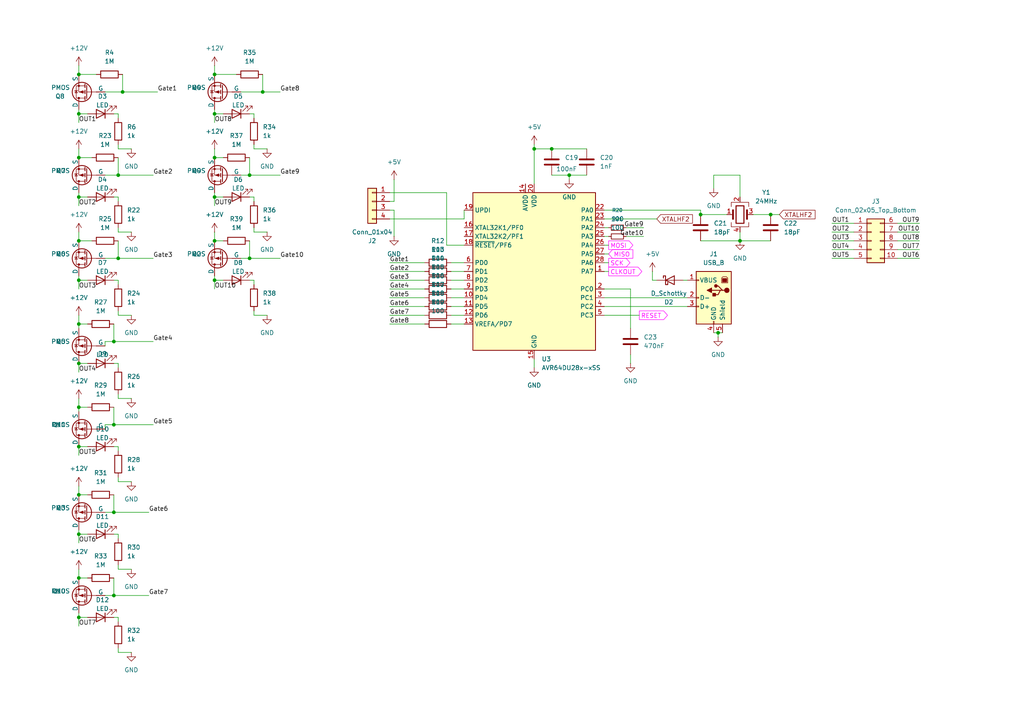
<source format=kicad_sch>
(kicad_sch
	(version 20250114)
	(generator "eeschema")
	(generator_version "9.0")
	(uuid "c7e3e03c-c766-455a-9c32-65f13e9c69aa")
	(paper "A4")
	
	(junction
		(at 35.56 26.67)
		(diameter 0)
		(color 0 0 0 0)
		(uuid "00eea20b-89a9-4b45-aed0-9b1f7b364804")
	)
	(junction
		(at 33.02 99.06)
		(diameter 0)
		(color 0 0 0 0)
		(uuid "0d01a02e-2038-45c3-a62f-0a6faaf6b983")
	)
	(junction
		(at 22.86 143.51)
		(diameter 0)
		(color 0 0 0 0)
		(uuid "12bd3856-9306-4e41-b226-55cc244b9678")
	)
	(junction
		(at 165.1 50.8)
		(diameter 0)
		(color 0 0 0 0)
		(uuid "199ac7d7-98f8-46ce-b9ba-fb8e6d8587ce")
	)
	(junction
		(at 34.29 50.8)
		(diameter 0)
		(color 0 0 0 0)
		(uuid "1b209b48-f605-4c2c-ab8c-c9a0bcbd4b41")
	)
	(junction
		(at 22.86 21.59)
		(diameter 0)
		(color 0 0 0 0)
		(uuid "1e81132e-ac3a-430e-affd-3d5ac893f57f")
	)
	(junction
		(at 22.86 118.11)
		(diameter 0)
		(color 0 0 0 0)
		(uuid "1fd1c112-e09c-482c-8931-5fecfd5ef3b1")
	)
	(junction
		(at 223.52 62.23)
		(diameter 0)
		(color 0 0 0 0)
		(uuid "2068dc37-ae73-4328-bce6-3dc908106787")
	)
	(junction
		(at 72.39 50.8)
		(diameter 0)
		(color 0 0 0 0)
		(uuid "23a513f9-2fa5-4ed9-8437-1d3f1f06e42f")
	)
	(junction
		(at 22.86 45.72)
		(diameter 0)
		(color 0 0 0 0)
		(uuid "3d63716d-a878-430c-a81e-83319c9890c3")
	)
	(junction
		(at 33.02 172.72)
		(diameter 0)
		(color 0 0 0 0)
		(uuid "4c13ac57-03b2-444b-99ae-8640ede60f3e")
	)
	(junction
		(at 160.02 43.18)
		(diameter 0)
		(color 0 0 0 0)
		(uuid "551687f3-9051-4067-a076-98ac6a864c83")
	)
	(junction
		(at 22.86 179.07)
		(diameter 0)
		(color 0 0 0 0)
		(uuid "5efef296-dedf-4236-8b33-fda6886488fb")
	)
	(junction
		(at 214.63 69.85)
		(diameter 0)
		(color 0 0 0 0)
		(uuid "5f3a549a-97f2-417c-b3b0-67ef53c9ddb1")
	)
	(junction
		(at 62.23 57.15)
		(diameter 0)
		(color 0 0 0 0)
		(uuid "6a3e5f3d-9701-4eb9-b12f-9be8c55288c0")
	)
	(junction
		(at 33.02 123.19)
		(diameter 0)
		(color 0 0 0 0)
		(uuid "700c725d-184f-4398-bd9f-5b8789dae564")
	)
	(junction
		(at 76.2 26.67)
		(diameter 0)
		(color 0 0 0 0)
		(uuid "7195cfae-f37f-4717-ae49-28e7400d5b98")
	)
	(junction
		(at 22.86 167.64)
		(diameter 0)
		(color 0 0 0 0)
		(uuid "7217ab5f-f0cb-40b9-96c3-58e97726be5c")
	)
	(junction
		(at 34.29 74.93)
		(diameter 0)
		(color 0 0 0 0)
		(uuid "7fe887b9-b384-4ee4-bbd5-33ea5e512aba")
	)
	(junction
		(at 33.02 148.59)
		(diameter 0)
		(color 0 0 0 0)
		(uuid "867e3061-5bbe-4126-9e53-1273958275bc")
	)
	(junction
		(at 62.23 33.02)
		(diameter 0)
		(color 0 0 0 0)
		(uuid "8b6301a9-c174-4835-996c-19867a304fa8")
	)
	(junction
		(at 22.86 129.54)
		(diameter 0)
		(color 0 0 0 0)
		(uuid "8c992dd1-a273-4cab-a4c3-3ec3d0963a2d")
	)
	(junction
		(at 22.86 93.98)
		(diameter 0)
		(color 0 0 0 0)
		(uuid "9227ec35-0871-463e-9361-598f13ede691")
	)
	(junction
		(at 208.28 96.52)
		(diameter 0)
		(color 0 0 0 0)
		(uuid "950a40d6-5ffc-4b20-a972-755d29a349e3")
	)
	(junction
		(at 62.23 81.28)
		(diameter 0)
		(color 0 0 0 0)
		(uuid "9ae97ce9-f15b-40cd-93e0-42e8a4fc5cc5")
	)
	(junction
		(at 203.2 62.23)
		(diameter 0)
		(color 0 0 0 0)
		(uuid "a4454c5a-4572-4474-aa21-5f4175c922b8")
	)
	(junction
		(at 22.86 154.94)
		(diameter 0)
		(color 0 0 0 0)
		(uuid "b5b41a39-e2b9-4b71-ac9f-f559557963e1")
	)
	(junction
		(at 22.86 33.02)
		(diameter 0)
		(color 0 0 0 0)
		(uuid "bc9b236c-cb5b-4e2b-acf1-a891f08f0fb3")
	)
	(junction
		(at 62.23 21.59)
		(diameter 0)
		(color 0 0 0 0)
		(uuid "c8d3cf34-a0af-4ef8-8ad8-61f9053db2e4")
	)
	(junction
		(at 72.39 74.93)
		(diameter 0)
		(color 0 0 0 0)
		(uuid "cfb72052-4807-4825-b622-2d1efd5a8e3d")
	)
	(junction
		(at 22.86 69.85)
		(diameter 0)
		(color 0 0 0 0)
		(uuid "d10fd0c4-05b0-453d-80f9-9fe52b972573")
	)
	(junction
		(at 22.86 57.15)
		(diameter 0)
		(color 0 0 0 0)
		(uuid "dad1f864-4bde-4a6a-9ffb-fcc44c2a8006")
	)
	(junction
		(at 154.94 43.18)
		(diameter 0)
		(color 0 0 0 0)
		(uuid "e3031def-d5a2-48ac-b694-779eab3bb025")
	)
	(junction
		(at 62.23 69.85)
		(diameter 0)
		(color 0 0 0 0)
		(uuid "e67238a0-4707-4aa0-a84f-f77470e92d70")
	)
	(junction
		(at 22.86 81.28)
		(diameter 0)
		(color 0 0 0 0)
		(uuid "ef272cc3-96d2-42ef-8e10-5b33022ca2c8")
	)
	(junction
		(at 62.23 45.72)
		(diameter 0)
		(color 0 0 0 0)
		(uuid "f1c01efb-2ed4-4122-99be-511972a8d453")
	)
	(junction
		(at 22.86 105.41)
		(diameter 0)
		(color 0 0 0 0)
		(uuid "f46f1c9b-e40b-47fb-aee3-f72e750836d6")
	)
	(wire
		(pts
			(xy 30.48 50.8) (xy 34.29 50.8)
		)
		(stroke
			(width 0)
			(type default)
		)
		(uuid "005a0de8-d650-41d3-b18d-0ea97339bdcf")
	)
	(wire
		(pts
			(xy 175.26 68.58) (xy 176.53 68.58)
		)
		(stroke
			(width 0)
			(type default)
		)
		(uuid "02321a8e-3e62-4393-91bf-a3e2f13d782d")
	)
	(wire
		(pts
			(xy 34.29 74.93) (xy 44.45 74.93)
		)
		(stroke
			(width 0)
			(type default)
		)
		(uuid "023268dd-bb49-43bf-81fa-5794aa9b4ea7")
	)
	(wire
		(pts
			(xy 160.02 43.18) (xy 170.18 43.18)
		)
		(stroke
			(width 0)
			(type default)
		)
		(uuid "03a95d77-8592-452d-9161-2e9251c7f317")
	)
	(wire
		(pts
			(xy 114.3 68.58) (xy 114.3 60.96)
		)
		(stroke
			(width 0)
			(type default)
		)
		(uuid "05d3ea53-cabd-4c8f-9b2a-56d9083a8337")
	)
	(wire
		(pts
			(xy 34.29 179.07) (xy 33.02 179.07)
		)
		(stroke
			(width 0)
			(type default)
		)
		(uuid "0672ae13-9623-452c-ae36-dc785977c98b")
	)
	(wire
		(pts
			(xy 129.54 71.12) (xy 134.62 71.12)
		)
		(stroke
			(width 0)
			(type default)
		)
		(uuid "09730e37-8a55-4003-93b9-2ad14c0bf3ce")
	)
	(wire
		(pts
			(xy 34.29 138.43) (xy 34.29 139.7)
		)
		(stroke
			(width 0)
			(type default)
		)
		(uuid "0b77d111-8751-44c9-8af5-96460a832359")
	)
	(wire
		(pts
			(xy 72.39 74.93) (xy 81.28 74.93)
		)
		(stroke
			(width 0)
			(type default)
		)
		(uuid "0c8a018c-3093-4f8b-9236-9e42cb7066cd")
	)
	(wire
		(pts
			(xy 22.86 118.11) (xy 25.4 118.11)
		)
		(stroke
			(width 0)
			(type default)
		)
		(uuid "0cc3d0c4-ab48-4838-b23d-33d9d2d713c1")
	)
	(wire
		(pts
			(xy 34.29 66.04) (xy 34.29 67.31)
		)
		(stroke
			(width 0)
			(type default)
		)
		(uuid "0cde9e2f-4158-4485-b1d0-fa5e224b27a0")
	)
	(wire
		(pts
			(xy 22.86 105.41) (xy 25.4 105.41)
		)
		(stroke
			(width 0)
			(type default)
		)
		(uuid "0d069cf7-2c5b-44d7-b5e5-3ab45b134157")
	)
	(wire
		(pts
			(xy 129.54 55.88) (xy 129.54 71.12)
		)
		(stroke
			(width 0)
			(type default)
		)
		(uuid "0d3946fa-4599-4222-9f3c-9326fddbe38f")
	)
	(wire
		(pts
			(xy 208.28 96.52) (xy 209.55 96.52)
		)
		(stroke
			(width 0)
			(type default)
		)
		(uuid "0f2ea540-c8a7-4c86-aeb7-7a6a4b6fb4cd")
	)
	(wire
		(pts
			(xy 34.29 34.29) (xy 34.29 33.02)
		)
		(stroke
			(width 0)
			(type default)
		)
		(uuid "0f3ddafc-0df8-43b4-b8be-e9b2ee97d145")
	)
	(wire
		(pts
			(xy 199.39 81.28) (xy 198.12 81.28)
		)
		(stroke
			(width 0)
			(type default)
		)
		(uuid "105cc793-3560-4639-a59a-b9ce34736c3c")
	)
	(wire
		(pts
			(xy 181.61 66.04) (xy 186.69 66.04)
		)
		(stroke
			(width 0)
			(type default)
		)
		(uuid "1314d10a-fdfd-4bc5-9e12-f3c44777bd0a")
	)
	(wire
		(pts
			(xy 130.81 83.82) (xy 134.62 83.82)
		)
		(stroke
			(width 0)
			(type default)
		)
		(uuid "15591f5d-c8ae-470c-a9ab-f528b36823a1")
	)
	(wire
		(pts
			(xy 62.23 19.05) (xy 62.23 21.59)
		)
		(stroke
			(width 0)
			(type default)
		)
		(uuid "16daeec8-a95a-48ff-bcb5-57adb29002f8")
	)
	(wire
		(pts
			(xy 22.86 19.05) (xy 22.86 21.59)
		)
		(stroke
			(width 0)
			(type default)
		)
		(uuid "1700bcf3-5aa0-4dc5-8d1e-b80ff49f006c")
	)
	(wire
		(pts
			(xy 130.81 93.98) (xy 134.62 93.98)
		)
		(stroke
			(width 0)
			(type default)
		)
		(uuid "1a41b6e0-0bf9-4b96-9a6e-0ed2871f64a7")
	)
	(wire
		(pts
			(xy 113.03 93.98) (xy 123.19 93.98)
		)
		(stroke
			(width 0)
			(type default)
		)
		(uuid "1a6dc28b-fce4-4bcd-9d45-122a1f73c7b3")
	)
	(wire
		(pts
			(xy 266.7 72.39) (xy 260.35 72.39)
		)
		(stroke
			(width 0)
			(type default)
		)
		(uuid "1b35541b-6394-4eec-9d1a-026c6ec43ad9")
	)
	(wire
		(pts
			(xy 72.39 45.72) (xy 72.39 50.8)
		)
		(stroke
			(width 0)
			(type default)
		)
		(uuid "1b4fb38e-b4d7-4d8a-af56-d9219aa4d3a8")
	)
	(wire
		(pts
			(xy 76.2 21.59) (xy 76.2 26.67)
		)
		(stroke
			(width 0)
			(type default)
		)
		(uuid "1b82dac5-9539-41fb-a51f-78de859e829f")
	)
	(wire
		(pts
			(xy 73.66 82.55) (xy 73.66 81.28)
		)
		(stroke
			(width 0)
			(type default)
		)
		(uuid "228fbf12-5953-499c-a208-21ed21f4403a")
	)
	(wire
		(pts
			(xy 62.23 67.31) (xy 62.23 69.85)
		)
		(stroke
			(width 0)
			(type default)
		)
		(uuid "23fc2fd7-93bb-48cc-9e90-951e650b9ef9")
	)
	(wire
		(pts
			(xy 175.26 60.96) (xy 203.2 60.96)
		)
		(stroke
			(width 0)
			(type default)
		)
		(uuid "2529e5a8-f6ae-4043-8783-eb047bea9626")
	)
	(wire
		(pts
			(xy 30.48 123.19) (xy 30.48 124.46)
		)
		(stroke
			(width 0)
			(type default)
		)
		(uuid "25855f1e-3d80-4f9a-866a-b92a8f91d1f3")
	)
	(wire
		(pts
			(xy 73.66 66.04) (xy 73.66 67.31)
		)
		(stroke
			(width 0)
			(type default)
		)
		(uuid "26433133-d4f7-4bce-befd-66fe29929536")
	)
	(wire
		(pts
			(xy 207.01 96.52) (xy 208.28 96.52)
		)
		(stroke
			(width 0)
			(type default)
		)
		(uuid "28bcecaa-d993-4dd2-99c4-012607f46b8d")
	)
	(wire
		(pts
			(xy 73.66 33.02) (xy 72.39 33.02)
		)
		(stroke
			(width 0)
			(type default)
		)
		(uuid "28be73b4-c48e-47cb-8aad-7429a2245668")
	)
	(wire
		(pts
			(xy 30.48 26.67) (xy 35.56 26.67)
		)
		(stroke
			(width 0)
			(type default)
		)
		(uuid "2b339995-d1ea-42f6-b6aa-3f802ccbe395")
	)
	(wire
		(pts
			(xy 38.1 139.7) (xy 34.29 139.7)
		)
		(stroke
			(width 0)
			(type default)
		)
		(uuid "2c091cad-30b3-4e29-a512-4a7213be1a02")
	)
	(wire
		(pts
			(xy 203.2 60.96) (xy 203.2 62.23)
		)
		(stroke
			(width 0)
			(type default)
		)
		(uuid "2ea4a9bd-8122-41ac-ba5f-54dac953df6b")
	)
	(wire
		(pts
			(xy 34.29 163.83) (xy 34.29 165.1)
		)
		(stroke
			(width 0)
			(type default)
		)
		(uuid "2fdd47c0-9db5-4051-bd63-06961c49ddd3")
	)
	(wire
		(pts
			(xy 34.29 45.72) (xy 34.29 50.8)
		)
		(stroke
			(width 0)
			(type default)
		)
		(uuid "2fdfc908-7c0b-45d1-bda3-26d229eee6c3")
	)
	(wire
		(pts
			(xy 154.94 43.18) (xy 154.94 53.34)
		)
		(stroke
			(width 0)
			(type default)
		)
		(uuid "304adad8-a1ed-4efa-9bb4-3ba78174a4d3")
	)
	(wire
		(pts
			(xy 30.48 148.59) (xy 33.02 148.59)
		)
		(stroke
			(width 0)
			(type default)
		)
		(uuid "30c8bddf-b10f-43eb-b160-82c53339f143")
	)
	(wire
		(pts
			(xy 114.3 52.07) (xy 114.3 58.42)
		)
		(stroke
			(width 0)
			(type default)
		)
		(uuid "32022123-84b1-4083-a551-cb82e7d28aec")
	)
	(wire
		(pts
			(xy 130.81 91.44) (xy 134.62 91.44)
		)
		(stroke
			(width 0)
			(type default)
		)
		(uuid "32986445-87be-427e-99a5-16b8a4e50f1f")
	)
	(wire
		(pts
			(xy 22.86 104.14) (xy 22.86 105.41)
		)
		(stroke
			(width 0)
			(type default)
		)
		(uuid "352bd616-4a25-4d25-a9db-c79f688d7e48")
	)
	(wire
		(pts
			(xy 207.01 50.8) (xy 207.01 54.61)
		)
		(stroke
			(width 0)
			(type default)
		)
		(uuid "35a3df3a-3dc0-4519-ae7c-0f76b3da010c")
	)
	(wire
		(pts
			(xy 62.23 57.15) (xy 62.23 59.69)
		)
		(stroke
			(width 0)
			(type default)
		)
		(uuid "3a03a716-056f-403f-9a95-e8cef497f4e2")
	)
	(wire
		(pts
			(xy 73.66 90.17) (xy 73.66 91.44)
		)
		(stroke
			(width 0)
			(type default)
		)
		(uuid "3a521ee7-29ad-40fc-822f-0655b4101ab8")
	)
	(wire
		(pts
			(xy 69.85 26.67) (xy 76.2 26.67)
		)
		(stroke
			(width 0)
			(type default)
		)
		(uuid "3b0602c7-c1b5-487b-84b9-d99e40f6efc2")
	)
	(wire
		(pts
			(xy 223.52 62.23) (xy 226.06 62.23)
		)
		(stroke
			(width 0)
			(type default)
		)
		(uuid "3b2841c7-feac-48c6-96e3-ee892d141ca8")
	)
	(wire
		(pts
			(xy 62.23 43.18) (xy 62.23 45.72)
		)
		(stroke
			(width 0)
			(type default)
		)
		(uuid "423667a1-e6f8-41c3-879c-36d151d5623c")
	)
	(wire
		(pts
			(xy 266.7 69.85) (xy 260.35 69.85)
		)
		(stroke
			(width 0)
			(type default)
		)
		(uuid "475ee3ae-8e84-41e4-a93e-1d6b209dfb35")
	)
	(wire
		(pts
			(xy 34.29 130.81) (xy 34.29 129.54)
		)
		(stroke
			(width 0)
			(type default)
		)
		(uuid "48585ee6-8e0f-4e42-8824-deb36d626212")
	)
	(wire
		(pts
			(xy 214.63 57.15) (xy 214.63 50.8)
		)
		(stroke
			(width 0)
			(type default)
		)
		(uuid "49073399-fd87-4fef-a18c-4ea39840f006")
	)
	(wire
		(pts
			(xy 76.2 26.67) (xy 81.28 26.67)
		)
		(stroke
			(width 0)
			(type default)
		)
		(uuid "4cf2af70-9624-4b4e-a605-5cc85c6244e0")
	)
	(wire
		(pts
			(xy 114.3 58.42) (xy 113.03 58.42)
		)
		(stroke
			(width 0)
			(type default)
		)
		(uuid "4de3481d-f4df-4bfa-8570-60fa1a10f022")
	)
	(wire
		(pts
			(xy 34.29 58.42) (xy 34.29 57.15)
		)
		(stroke
			(width 0)
			(type default)
		)
		(uuid "5038202d-71bf-4eaa-947d-06f25a3c11d4")
	)
	(wire
		(pts
			(xy 214.63 69.85) (xy 223.52 69.85)
		)
		(stroke
			(width 0)
			(type default)
		)
		(uuid "504d4b99-8e04-4219-9411-af703873aed9")
	)
	(wire
		(pts
			(xy 33.02 99.06) (xy 44.45 99.06)
		)
		(stroke
			(width 0)
			(type default)
		)
		(uuid "5106712c-9985-4012-bbe8-b9f158f21886")
	)
	(wire
		(pts
			(xy 22.86 21.59) (xy 27.94 21.59)
		)
		(stroke
			(width 0)
			(type default)
		)
		(uuid "5143c302-2ab7-47f5-9ffc-5395c8a7889b")
	)
	(wire
		(pts
			(xy 73.66 34.29) (xy 73.66 33.02)
		)
		(stroke
			(width 0)
			(type default)
		)
		(uuid "525efab2-673f-4ef8-954b-6b13dbd2349f")
	)
	(wire
		(pts
			(xy 22.86 45.72) (xy 26.67 45.72)
		)
		(stroke
			(width 0)
			(type default)
		)
		(uuid "531b6371-f59c-4530-be43-695a5fd764b1")
	)
	(wire
		(pts
			(xy 30.48 172.72) (xy 33.02 172.72)
		)
		(stroke
			(width 0)
			(type default)
		)
		(uuid "538a4f01-87ec-4496-b38e-620b8b3ef719")
	)
	(wire
		(pts
			(xy 130.81 76.2) (xy 134.62 76.2)
		)
		(stroke
			(width 0)
			(type default)
		)
		(uuid "54a817cd-843a-4c57-97ce-25e77fe5a234")
	)
	(wire
		(pts
			(xy 175.26 63.5) (xy 190.5 63.5)
		)
		(stroke
			(width 0)
			(type default)
		)
		(uuid "54ee6d19-6156-4b2d-9097-7d06a2de2402")
	)
	(wire
		(pts
			(xy 34.29 81.28) (xy 33.02 81.28)
		)
		(stroke
			(width 0)
			(type default)
		)
		(uuid "5701a127-b53e-49f7-a81b-45eedcbd6c74")
	)
	(wire
		(pts
			(xy 189.23 78.74) (xy 189.23 81.28)
		)
		(stroke
			(width 0)
			(type default)
		)
		(uuid "57321691-4ad9-4f97-82ef-3e3f28751d28")
	)
	(wire
		(pts
			(xy 72.39 69.85) (xy 72.39 74.93)
		)
		(stroke
			(width 0)
			(type default)
		)
		(uuid "575a0161-8b19-4ff5-95ab-69e951baeb6b")
	)
	(wire
		(pts
			(xy 130.81 78.74) (xy 134.62 78.74)
		)
		(stroke
			(width 0)
			(type default)
		)
		(uuid "5878df80-850f-43a1-98fe-7fc1ccdc534b")
	)
	(wire
		(pts
			(xy 38.1 91.44) (xy 34.29 91.44)
		)
		(stroke
			(width 0)
			(type default)
		)
		(uuid "5d916580-e6f7-400f-82ae-d969ce33c104")
	)
	(wire
		(pts
			(xy 69.85 74.93) (xy 72.39 74.93)
		)
		(stroke
			(width 0)
			(type default)
		)
		(uuid "5e626b33-138d-4eea-a9b4-1ce220b11a10")
	)
	(wire
		(pts
			(xy 34.29 69.85) (xy 34.29 74.93)
		)
		(stroke
			(width 0)
			(type default)
		)
		(uuid "605327ba-06e8-4a69-be1b-0ba998b2ca93")
	)
	(wire
		(pts
			(xy 266.7 67.31) (xy 260.35 67.31)
		)
		(stroke
			(width 0)
			(type default)
		)
		(uuid "60efe813-9eee-4dac-a14c-c6ccaca6ba9a")
	)
	(wire
		(pts
			(xy 175.26 76.2) (xy 176.53 76.2)
		)
		(stroke
			(width 0)
			(type default)
		)
		(uuid "60f70d1f-caed-4623-95ba-f28655e1c524")
	)
	(wire
		(pts
			(xy 73.66 58.42) (xy 73.66 57.15)
		)
		(stroke
			(width 0)
			(type default)
		)
		(uuid "6124f714-d117-41b9-bf45-b5e7bc8cdcfc")
	)
	(wire
		(pts
			(xy 77.47 67.31) (xy 73.66 67.31)
		)
		(stroke
			(width 0)
			(type default)
		)
		(uuid "6178301f-f5ab-4820-ae99-ba8b1b824040")
	)
	(wire
		(pts
			(xy 165.1 50.8) (xy 165.1 52.07)
		)
		(stroke
			(width 0)
			(type default)
		)
		(uuid "61ef5492-7338-4db9-8d11-ecd21ac228b2")
	)
	(wire
		(pts
			(xy 77.47 43.18) (xy 73.66 43.18)
		)
		(stroke
			(width 0)
			(type default)
		)
		(uuid "62ded003-be6c-46f2-8727-5e03878c2f75")
	)
	(wire
		(pts
			(xy 34.29 154.94) (xy 33.02 154.94)
		)
		(stroke
			(width 0)
			(type default)
		)
		(uuid "64c5d5af-6ea4-47c4-84af-8e7da5701717")
	)
	(wire
		(pts
			(xy 30.48 99.06) (xy 30.48 100.33)
		)
		(stroke
			(width 0)
			(type default)
		)
		(uuid "66b7e19c-ae4e-49e7-9fa3-3c2400a7e359")
	)
	(wire
		(pts
			(xy 129.54 55.88) (xy 113.03 55.88)
		)
		(stroke
			(width 0)
			(type default)
		)
		(uuid "68952129-dd46-4b6c-b61c-0e21d09e9f09")
	)
	(wire
		(pts
			(xy 154.94 104.14) (xy 154.94 106.68)
		)
		(stroke
			(width 0)
			(type default)
		)
		(uuid "68ae63b2-c078-4307-adb5-1b6e85336571")
	)
	(wire
		(pts
			(xy 165.1 50.8) (xy 170.18 50.8)
		)
		(stroke
			(width 0)
			(type default)
		)
		(uuid "697a216a-cdb0-4b5a-8cca-9cbbbe58e2a1")
	)
	(wire
		(pts
			(xy 134.62 63.5) (xy 134.62 60.96)
		)
		(stroke
			(width 0)
			(type default)
		)
		(uuid "6ec33075-4c17-4725-827f-8c7f2f1f7bbc")
	)
	(wire
		(pts
			(xy 33.02 93.98) (xy 33.02 99.06)
		)
		(stroke
			(width 0)
			(type default)
		)
		(uuid "6ef2f213-346b-4896-be11-e77f956bf050")
	)
	(wire
		(pts
			(xy 22.86 81.28) (xy 22.86 83.82)
		)
		(stroke
			(width 0)
			(type default)
		)
		(uuid "6f1706d3-7675-4962-a456-5a0a429f213f")
	)
	(wire
		(pts
			(xy 175.26 73.66) (xy 176.53 73.66)
		)
		(stroke
			(width 0)
			(type default)
		)
		(uuid "70c14006-1aa3-4b02-9240-c129a76236e0")
	)
	(wire
		(pts
			(xy 38.1 115.57) (xy 34.29 115.57)
		)
		(stroke
			(width 0)
			(type default)
		)
		(uuid "7224eb4a-3def-40fe-8d8f-32b3343d3206")
	)
	(wire
		(pts
			(xy 113.03 88.9) (xy 123.19 88.9)
		)
		(stroke
			(width 0)
			(type default)
		)
		(uuid "72ad70c4-9c4a-4f38-b7dd-a79d0e45a68d")
	)
	(wire
		(pts
			(xy 218.44 62.23) (xy 223.52 62.23)
		)
		(stroke
			(width 0)
			(type default)
		)
		(uuid "730686f6-26b3-46ed-9cc4-36f365c26ab0")
	)
	(wire
		(pts
			(xy 182.88 83.82) (xy 182.88 95.25)
		)
		(stroke
			(width 0)
			(type default)
		)
		(uuid "73b9d0f6-69c2-4f9d-bb84-f5f8f98f982b")
	)
	(wire
		(pts
			(xy 22.86 118.11) (xy 22.86 119.38)
		)
		(stroke
			(width 0)
			(type default)
		)
		(uuid "7415bb67-b4f1-4951-9efa-cc5ad3b70f60")
	)
	(wire
		(pts
			(xy 30.48 123.19) (xy 33.02 123.19)
		)
		(stroke
			(width 0)
			(type default)
		)
		(uuid "752cdb18-ab80-48f2-bdf1-040ea7e7922a")
	)
	(wire
		(pts
			(xy 22.86 43.18) (xy 22.86 45.72)
		)
		(stroke
			(width 0)
			(type default)
		)
		(uuid "775fe633-3876-4302-84d2-202c9c637d57")
	)
	(wire
		(pts
			(xy 73.66 41.91) (xy 73.66 43.18)
		)
		(stroke
			(width 0)
			(type default)
		)
		(uuid "777bd11a-f1b1-458a-b5b4-42a2f11a9723")
	)
	(wire
		(pts
			(xy 62.23 33.02) (xy 64.77 33.02)
		)
		(stroke
			(width 0)
			(type default)
		)
		(uuid "7b3bad4d-e501-473e-b930-32489403e310")
	)
	(wire
		(pts
			(xy 182.88 102.87) (xy 182.88 105.41)
		)
		(stroke
			(width 0)
			(type default)
		)
		(uuid "7b758435-65a8-4476-bdd4-2167b5471942")
	)
	(wire
		(pts
			(xy 34.29 33.02) (xy 33.02 33.02)
		)
		(stroke
			(width 0)
			(type default)
		)
		(uuid "7c87efb8-fe58-4a93-9566-1900826ea83f")
	)
	(wire
		(pts
			(xy 34.29 90.17) (xy 34.29 91.44)
		)
		(stroke
			(width 0)
			(type default)
		)
		(uuid "7d2d2876-32f3-477c-ae93-49d22259767a")
	)
	(wire
		(pts
			(xy 113.03 86.36) (xy 123.19 86.36)
		)
		(stroke
			(width 0)
			(type default)
		)
		(uuid "7ff7f001-44a5-4ba3-ae56-fc4bc65683af")
	)
	(wire
		(pts
			(xy 22.86 81.28) (xy 25.4 81.28)
		)
		(stroke
			(width 0)
			(type default)
		)
		(uuid "8059edec-53f4-4ef2-8fe7-07a61d49cb33")
	)
	(wire
		(pts
			(xy 62.23 81.28) (xy 64.77 81.28)
		)
		(stroke
			(width 0)
			(type default)
		)
		(uuid "820053fa-f2d7-4f13-b946-cb40f55f000e")
	)
	(wire
		(pts
			(xy 22.86 128.27) (xy 22.86 129.54)
		)
		(stroke
			(width 0)
			(type default)
		)
		(uuid "84640697-d643-409f-8a65-2ec7d04ba266")
	)
	(wire
		(pts
			(xy 22.86 154.94) (xy 22.86 157.48)
		)
		(stroke
			(width 0)
			(type default)
		)
		(uuid "85b88a37-3b9f-490e-b814-49060574c9a8")
	)
	(wire
		(pts
			(xy 34.29 57.15) (xy 33.02 57.15)
		)
		(stroke
			(width 0)
			(type default)
		)
		(uuid "85cab94e-4445-4490-9804-b79466d8463d")
	)
	(wire
		(pts
			(xy 34.29 82.55) (xy 34.29 81.28)
		)
		(stroke
			(width 0)
			(type default)
		)
		(uuid "86907063-d24d-46b4-adc9-8349d34f5701")
	)
	(wire
		(pts
			(xy 62.23 80.01) (xy 62.23 81.28)
		)
		(stroke
			(width 0)
			(type default)
		)
		(uuid "8761957a-2d54-4351-9a2b-edf95a00464b")
	)
	(wire
		(pts
			(xy 113.03 83.82) (xy 123.19 83.82)
		)
		(stroke
			(width 0)
			(type default)
		)
		(uuid "8765db57-c904-4828-b273-4cc3d93f58ad")
	)
	(wire
		(pts
			(xy 22.86 69.85) (xy 26.67 69.85)
		)
		(stroke
			(width 0)
			(type default)
		)
		(uuid "87aab5a4-962b-4391-b1b8-ce0d509a3b74")
	)
	(wire
		(pts
			(xy 154.94 43.18) (xy 160.02 43.18)
		)
		(stroke
			(width 0)
			(type default)
		)
		(uuid "88485dbd-c409-4aa6-bea8-1a658fadd91f")
	)
	(wire
		(pts
			(xy 22.86 33.02) (xy 22.86 35.56)
		)
		(stroke
			(width 0)
			(type default)
		)
		(uuid "88c67316-2d70-47bd-9948-669b0fec797d")
	)
	(wire
		(pts
			(xy 38.1 43.18) (xy 34.29 43.18)
		)
		(stroke
			(width 0)
			(type default)
		)
		(uuid "8a5c3280-3b6c-4e45-afcd-56158ffc2c80")
	)
	(wire
		(pts
			(xy 175.26 66.04) (xy 176.53 66.04)
		)
		(stroke
			(width 0)
			(type default)
		)
		(uuid "8b3bd456-8a65-433b-a40d-0cb81442ba00")
	)
	(wire
		(pts
			(xy 30.48 74.93) (xy 34.29 74.93)
		)
		(stroke
			(width 0)
			(type default)
		)
		(uuid "8b848283-2c56-48a3-baad-fd714e649b5f")
	)
	(wire
		(pts
			(xy 22.86 115.57) (xy 22.86 118.11)
		)
		(stroke
			(width 0)
			(type default)
		)
		(uuid "8c2714c3-bac8-43b3-b2f6-d4a58aa2e540")
	)
	(wire
		(pts
			(xy 175.26 78.74) (xy 176.53 78.74)
		)
		(stroke
			(width 0)
			(type default)
		)
		(uuid "8c39916c-251f-454a-8073-b7b4a6e11776")
	)
	(wire
		(pts
			(xy 175.26 83.82) (xy 182.88 83.82)
		)
		(stroke
			(width 0)
			(type default)
		)
		(uuid "8ea670df-5312-45c5-91b1-1159e2d94050")
	)
	(wire
		(pts
			(xy 22.86 129.54) (xy 22.86 132.08)
		)
		(stroke
			(width 0)
			(type default)
		)
		(uuid "8ef08241-0e0a-4622-971c-d6258c278ff7")
	)
	(wire
		(pts
			(xy 34.29 187.96) (xy 34.29 189.23)
		)
		(stroke
			(width 0)
			(type default)
		)
		(uuid "90849581-8a92-4c89-a079-84ce85af1f0d")
	)
	(wire
		(pts
			(xy 113.03 91.44) (xy 123.19 91.44)
		)
		(stroke
			(width 0)
			(type default)
		)
		(uuid "9184a2e9-3ab9-4508-b821-13ba6378941f")
	)
	(wire
		(pts
			(xy 33.02 143.51) (xy 33.02 148.59)
		)
		(stroke
			(width 0)
			(type default)
		)
		(uuid "9295b4c6-222c-43e7-9b00-772e38940e66")
	)
	(wire
		(pts
			(xy 266.7 64.77) (xy 260.35 64.77)
		)
		(stroke
			(width 0)
			(type default)
		)
		(uuid "93d1efd2-b1ef-4fbb-b8e2-2b0d5921badb")
	)
	(wire
		(pts
			(xy 241.3 64.77) (xy 247.65 64.77)
		)
		(stroke
			(width 0)
			(type default)
		)
		(uuid "954fed37-ce56-4009-8e7f-dcf320aede42")
	)
	(wire
		(pts
			(xy 130.81 86.36) (xy 134.62 86.36)
		)
		(stroke
			(width 0)
			(type default)
		)
		(uuid "960e2d6a-6059-4bc7-90e0-32b00efe2b2c")
	)
	(wire
		(pts
			(xy 34.29 105.41) (xy 33.02 105.41)
		)
		(stroke
			(width 0)
			(type default)
		)
		(uuid "970c4df6-00e5-4a28-aec2-6ca35c7d1af0")
	)
	(wire
		(pts
			(xy 62.23 55.88) (xy 62.23 57.15)
		)
		(stroke
			(width 0)
			(type default)
		)
		(uuid "97567239-891d-4d95-8419-b38df6864dee")
	)
	(wire
		(pts
			(xy 22.86 31.75) (xy 22.86 33.02)
		)
		(stroke
			(width 0)
			(type default)
		)
		(uuid "98a7f011-6fd8-4477-9801-41d03253057d")
	)
	(wire
		(pts
			(xy 38.1 67.31) (xy 34.29 67.31)
		)
		(stroke
			(width 0)
			(type default)
		)
		(uuid "9c8cec9f-aab2-41c2-a300-ce23bf584ebe")
	)
	(wire
		(pts
			(xy 69.85 50.8) (xy 72.39 50.8)
		)
		(stroke
			(width 0)
			(type default)
		)
		(uuid "9cd95da5-b4ec-481f-883d-0de1d3def8e8")
	)
	(wire
		(pts
			(xy 22.86 143.51) (xy 25.4 143.51)
		)
		(stroke
			(width 0)
			(type default)
		)
		(uuid "a208641e-49d2-448a-8285-854641c4b99a")
	)
	(wire
		(pts
			(xy 34.29 156.21) (xy 34.29 154.94)
		)
		(stroke
			(width 0)
			(type default)
		)
		(uuid "a2a3656d-3a98-4bcc-b707-9140ed928e5d")
	)
	(wire
		(pts
			(xy 34.29 41.91) (xy 34.29 43.18)
		)
		(stroke
			(width 0)
			(type default)
		)
		(uuid "a301085d-3447-4e10-9051-855709cb95d6")
	)
	(wire
		(pts
			(xy 203.2 69.85) (xy 214.63 69.85)
		)
		(stroke
			(width 0)
			(type default)
		)
		(uuid "a396d0b6-2c59-4ac7-95a6-9f71f03959e8")
	)
	(wire
		(pts
			(xy 241.3 74.93) (xy 247.65 74.93)
		)
		(stroke
			(width 0)
			(type default)
		)
		(uuid "a433fef5-f242-45a0-befb-a3f9f2845480")
	)
	(wire
		(pts
			(xy 35.56 26.67) (xy 45.72 26.67)
		)
		(stroke
			(width 0)
			(type default)
		)
		(uuid "a6543aa6-774f-4724-bb60-ee7f66225034")
	)
	(wire
		(pts
			(xy 62.23 69.85) (xy 64.77 69.85)
		)
		(stroke
			(width 0)
			(type default)
		)
		(uuid "a6c60caa-214e-43a3-b402-9cd4ed330c4e")
	)
	(wire
		(pts
			(xy 189.23 81.28) (xy 190.5 81.28)
		)
		(stroke
			(width 0)
			(type default)
		)
		(uuid "a866040e-4a32-4074-ad50-c56effb0617d")
	)
	(wire
		(pts
			(xy 22.86 179.07) (xy 25.4 179.07)
		)
		(stroke
			(width 0)
			(type default)
		)
		(uuid "a8b17cd0-b9cd-4286-8da4-2da96aadd1b0")
	)
	(wire
		(pts
			(xy 22.86 165.1) (xy 22.86 167.64)
		)
		(stroke
			(width 0)
			(type default)
		)
		(uuid "a8f619e5-12a5-49ad-bae5-0dddf7b4eb00")
	)
	(wire
		(pts
			(xy 62.23 31.75) (xy 62.23 33.02)
		)
		(stroke
			(width 0)
			(type default)
		)
		(uuid "a9e4bdbf-91d5-4356-bcdd-4336858a82ff")
	)
	(wire
		(pts
			(xy 22.86 153.67) (xy 22.86 154.94)
		)
		(stroke
			(width 0)
			(type default)
		)
		(uuid "ac0f46d6-ae25-4f89-8e01-80a3da73beea")
	)
	(wire
		(pts
			(xy 154.94 41.91) (xy 154.94 43.18)
		)
		(stroke
			(width 0)
			(type default)
		)
		(uuid "acce6ff8-a611-4e7b-9edd-384dc56237c4")
	)
	(wire
		(pts
			(xy 214.63 67.31) (xy 214.63 69.85)
		)
		(stroke
			(width 0)
			(type default)
		)
		(uuid "b1c909ba-9475-4cb6-aee3-c72f2b973328")
	)
	(wire
		(pts
			(xy 208.28 96.52) (xy 208.28 97.79)
		)
		(stroke
			(width 0)
			(type default)
		)
		(uuid "b1f3550d-1052-48e7-b0f8-3d7df70f9dd8")
	)
	(wire
		(pts
			(xy 22.86 129.54) (xy 25.4 129.54)
		)
		(stroke
			(width 0)
			(type default)
		)
		(uuid "b67b8f9f-3371-4084-8a58-342d38274943")
	)
	(wire
		(pts
			(xy 22.86 57.15) (xy 25.4 57.15)
		)
		(stroke
			(width 0)
			(type default)
		)
		(uuid "b6e3e176-2abd-469f-8010-71c39f092a97")
	)
	(wire
		(pts
			(xy 22.86 154.94) (xy 25.4 154.94)
		)
		(stroke
			(width 0)
			(type default)
		)
		(uuid "b7a35eab-b950-4bbf-8137-db8c74b81390")
	)
	(wire
		(pts
			(xy 62.23 21.59) (xy 68.58 21.59)
		)
		(stroke
			(width 0)
			(type default)
		)
		(uuid "b962f71b-991f-4202-820e-402bd5ba7b06")
	)
	(wire
		(pts
			(xy 30.48 99.06) (xy 33.02 99.06)
		)
		(stroke
			(width 0)
			(type default)
		)
		(uuid "b9b224bc-06ec-4c7f-95a8-d6fbc8965238")
	)
	(wire
		(pts
			(xy 113.03 60.96) (xy 114.3 60.96)
		)
		(stroke
			(width 0)
			(type default)
		)
		(uuid "bb805a89-56fe-43fd-8e8c-9d3c7752e5ea")
	)
	(wire
		(pts
			(xy 33.02 123.19) (xy 44.45 123.19)
		)
		(stroke
			(width 0)
			(type default)
		)
		(uuid "bd3cb4bf-1e3f-4a92-853e-f76dc09b0da8")
	)
	(wire
		(pts
			(xy 113.03 81.28) (xy 123.19 81.28)
		)
		(stroke
			(width 0)
			(type default)
		)
		(uuid "bd9a49af-da70-4f49-bbd9-160c65d281c8")
	)
	(wire
		(pts
			(xy 214.63 50.8) (xy 207.01 50.8)
		)
		(stroke
			(width 0)
			(type default)
		)
		(uuid "c2026587-c449-468b-ad4b-e711da8afe18")
	)
	(wire
		(pts
			(xy 113.03 63.5) (xy 134.62 63.5)
		)
		(stroke
			(width 0)
			(type default)
		)
		(uuid "c483dddd-e741-4076-b946-acadc044d648")
	)
	(wire
		(pts
			(xy 33.02 167.64) (xy 33.02 172.72)
		)
		(stroke
			(width 0)
			(type default)
		)
		(uuid "c522d160-06d7-4926-9a6f-88c1f40885b6")
	)
	(wire
		(pts
			(xy 22.86 80.01) (xy 22.86 81.28)
		)
		(stroke
			(width 0)
			(type default)
		)
		(uuid "c69e21a2-be53-4aff-a0b4-84d04cc35245")
	)
	(wire
		(pts
			(xy 22.86 105.41) (xy 22.86 107.95)
		)
		(stroke
			(width 0)
			(type default)
		)
		(uuid "cac1f9fc-a635-4505-82ac-ede2c4f4856c")
	)
	(wire
		(pts
			(xy 34.29 106.68) (xy 34.29 105.41)
		)
		(stroke
			(width 0)
			(type default)
		)
		(uuid "cb742da5-65ba-44e3-b223-57c3b68ef585")
	)
	(wire
		(pts
			(xy 34.29 114.3) (xy 34.29 115.57)
		)
		(stroke
			(width 0)
			(type default)
		)
		(uuid "cbb54c13-e1a1-477a-8cff-672522c6b34d")
	)
	(wire
		(pts
			(xy 175.26 91.44) (xy 185.42 91.44)
		)
		(stroke
			(width 0)
			(type default)
		)
		(uuid "cc105d8a-6f5c-47da-8fa3-64f0486472fd")
	)
	(wire
		(pts
			(xy 62.23 81.28) (xy 62.23 83.82)
		)
		(stroke
			(width 0)
			(type default)
		)
		(uuid "cc9826c9-8c24-4a66-8a13-faa23c3b7a80")
	)
	(wire
		(pts
			(xy 241.3 72.39) (xy 247.65 72.39)
		)
		(stroke
			(width 0)
			(type default)
		)
		(uuid "cd199199-bd9a-4b18-9056-777efeb12689")
	)
	(wire
		(pts
			(xy 62.23 33.02) (xy 62.23 35.56)
		)
		(stroke
			(width 0)
			(type default)
		)
		(uuid "cf0da076-7578-4cd0-8ff1-397f07e52e03")
	)
	(wire
		(pts
			(xy 38.1 165.1) (xy 34.29 165.1)
		)
		(stroke
			(width 0)
			(type default)
		)
		(uuid "d13b906f-66d0-4f06-9a09-ea89fbe79a97")
	)
	(wire
		(pts
			(xy 175.26 71.12) (xy 176.53 71.12)
		)
		(stroke
			(width 0)
			(type default)
		)
		(uuid "d202b525-3a45-43bb-9ac4-3f438e7d17b0")
	)
	(wire
		(pts
			(xy 22.86 177.8) (xy 22.86 179.07)
		)
		(stroke
			(width 0)
			(type default)
		)
		(uuid "d3e5a334-0081-4b0a-bb87-a52b33ae3a0a")
	)
	(wire
		(pts
			(xy 22.86 179.07) (xy 22.86 181.61)
		)
		(stroke
			(width 0)
			(type default)
		)
		(uuid "d4b92dfa-dd60-4f0e-b5c4-bda9b6751e4a")
	)
	(wire
		(pts
			(xy 160.02 50.8) (xy 165.1 50.8)
		)
		(stroke
			(width 0)
			(type default)
		)
		(uuid "d55cc02c-18b2-407f-8bc7-9a8e8660d88f")
	)
	(wire
		(pts
			(xy 175.26 88.9) (xy 199.39 88.9)
		)
		(stroke
			(width 0)
			(type default)
		)
		(uuid "d56bf908-d3a4-4af1-9a59-050942fa877d")
	)
	(wire
		(pts
			(xy 73.66 81.28) (xy 72.39 81.28)
		)
		(stroke
			(width 0)
			(type default)
		)
		(uuid "d7ddc351-00fa-48bf-b3e0-c23c58b5ea46")
	)
	(wire
		(pts
			(xy 33.02 118.11) (xy 33.02 123.19)
		)
		(stroke
			(width 0)
			(type default)
		)
		(uuid "da5db155-6cac-4370-8c21-5ad4551c2e3a")
	)
	(wire
		(pts
			(xy 130.81 81.28) (xy 134.62 81.28)
		)
		(stroke
			(width 0)
			(type default)
		)
		(uuid "da5dd199-f44e-4dc3-8faf-2331da4d083c")
	)
	(wire
		(pts
			(xy 266.7 74.93) (xy 260.35 74.93)
		)
		(stroke
			(width 0)
			(type default)
		)
		(uuid "db05c453-74ea-4d98-9de0-634c06bc27a0")
	)
	(wire
		(pts
			(xy 62.23 57.15) (xy 64.77 57.15)
		)
		(stroke
			(width 0)
			(type default)
		)
		(uuid "dcceee65-caf9-4e7b-9166-b9c59ca006b0")
	)
	(wire
		(pts
			(xy 22.86 57.15) (xy 22.86 59.69)
		)
		(stroke
			(width 0)
			(type default)
		)
		(uuid "def3d3bd-0409-473f-bf73-eb8c1057c1dd")
	)
	(wire
		(pts
			(xy 22.86 93.98) (xy 22.86 95.25)
		)
		(stroke
			(width 0)
			(type default)
		)
		(uuid "df830c26-6ec3-4366-b40c-7f3f586575c6")
	)
	(wire
		(pts
			(xy 38.1 189.23) (xy 34.29 189.23)
		)
		(stroke
			(width 0)
			(type default)
		)
		(uuid "dfd41f60-f65f-4907-af43-acdaef63fd98")
	)
	(wire
		(pts
			(xy 241.3 69.85) (xy 247.65 69.85)
		)
		(stroke
			(width 0)
			(type default)
		)
		(uuid "e0139df3-344e-49ce-851c-ca55ad562d85")
	)
	(wire
		(pts
			(xy 62.23 45.72) (xy 64.77 45.72)
		)
		(stroke
			(width 0)
			(type default)
		)
		(uuid "e0c3ec68-7863-4517-8109-766ecd71ac56")
	)
	(wire
		(pts
			(xy 22.86 167.64) (xy 25.4 167.64)
		)
		(stroke
			(width 0)
			(type default)
		)
		(uuid "e21ed296-d18f-406c-bd18-ce49a1936dc1")
	)
	(wire
		(pts
			(xy 22.86 93.98) (xy 25.4 93.98)
		)
		(stroke
			(width 0)
			(type default)
		)
		(uuid "e66f6a8a-fed5-4e47-9fae-76c860d34875")
	)
	(wire
		(pts
			(xy 22.86 140.97) (xy 22.86 143.51)
		)
		(stroke
			(width 0)
			(type default)
		)
		(uuid "e6c2c8c1-7afc-405e-af38-e0a902c64ed6")
	)
	(wire
		(pts
			(xy 22.86 91.44) (xy 22.86 93.98)
		)
		(stroke
			(width 0)
			(type default)
		)
		(uuid "e70e3ca7-dafc-4511-96a2-d87481f2c81f")
	)
	(wire
		(pts
			(xy 73.66 57.15) (xy 72.39 57.15)
		)
		(stroke
			(width 0)
			(type default)
		)
		(uuid "e71b37ef-eb6f-4dd4-a71c-f71d6e1c3941")
	)
	(wire
		(pts
			(xy 181.61 68.58) (xy 186.69 68.58)
		)
		(stroke
			(width 0)
			(type default)
		)
		(uuid "e77c85bd-3b4f-4a1d-8bc9-837b814878fc")
	)
	(wire
		(pts
			(xy 203.2 62.23) (xy 210.82 62.23)
		)
		(stroke
			(width 0)
			(type default)
		)
		(uuid "e78db0c7-c9fd-4c52-9ebf-237e22317f4b")
	)
	(wire
		(pts
			(xy 130.81 88.9) (xy 134.62 88.9)
		)
		(stroke
			(width 0)
			(type default)
		)
		(uuid "eb2375a3-9a09-49d5-b85d-a12b708793c6")
	)
	(wire
		(pts
			(xy 35.56 21.59) (xy 35.56 26.67)
		)
		(stroke
			(width 0)
			(type default)
		)
		(uuid "ecc51875-700b-4514-a0ef-11d5f1e96dc8")
	)
	(wire
		(pts
			(xy 33.02 148.59) (xy 43.18 148.59)
		)
		(stroke
			(width 0)
			(type default)
		)
		(uuid "ed378907-f13a-4664-8ae3-b712f3887a66")
	)
	(wire
		(pts
			(xy 34.29 180.34) (xy 34.29 179.07)
		)
		(stroke
			(width 0)
			(type default)
		)
		(uuid "ee987d74-1ce9-4d70-94f8-9441f232de90")
	)
	(wire
		(pts
			(xy 72.39 50.8) (xy 81.28 50.8)
		)
		(stroke
			(width 0)
			(type default)
		)
		(uuid "eeef524e-e6f9-489c-a902-62e0ed460fdb")
	)
	(wire
		(pts
			(xy 113.03 78.74) (xy 123.19 78.74)
		)
		(stroke
			(width 0)
			(type default)
		)
		(uuid "f0075883-8b02-4a9e-bdcc-734ce45ac176")
	)
	(wire
		(pts
			(xy 33.02 172.72) (xy 43.18 172.72)
		)
		(stroke
			(width 0)
			(type default)
		)
		(uuid "f2c9d673-0557-41fe-a907-974d5784b4aa")
	)
	(wire
		(pts
			(xy 175.26 86.36) (xy 199.39 86.36)
		)
		(stroke
			(width 0)
			(type default)
		)
		(uuid "f3e6c174-bd22-4f92-82d0-647e426f2231")
	)
	(wire
		(pts
			(xy 113.03 76.2) (xy 123.19 76.2)
		)
		(stroke
			(width 0)
			(type default)
		)
		(uuid "f49d3783-5464-44bd-954b-5326b7727b48")
	)
	(wire
		(pts
			(xy 241.3 67.31) (xy 247.65 67.31)
		)
		(stroke
			(width 0)
			(type default)
		)
		(uuid "f72860b7-5c02-4be6-891c-3355170706a1")
	)
	(wire
		(pts
			(xy 22.86 55.88) (xy 22.86 57.15)
		)
		(stroke
			(width 0)
			(type default)
		)
		(uuid "f953ee83-c40f-4fd9-8c7a-d9315547c614")
	)
	(wire
		(pts
			(xy 34.29 50.8) (xy 44.45 50.8)
		)
		(stroke
			(width 0)
			(type default)
		)
		(uuid "fa6be746-5a9c-46d1-bc9f-661e85eee774")
	)
	(wire
		(pts
			(xy 77.47 91.44) (xy 73.66 91.44)
		)
		(stroke
			(width 0)
			(type default)
		)
		(uuid "fa7b1d43-e0c5-4b06-91e3-972acf33f480")
	)
	(wire
		(pts
			(xy 34.29 129.54) (xy 33.02 129.54)
		)
		(stroke
			(width 0)
			(type default)
		)
		(uuid "fcacd313-4208-4796-8dd1-ae1b572582ac")
	)
	(wire
		(pts
			(xy 22.86 33.02) (xy 25.4 33.02)
		)
		(stroke
			(width 0)
			(type default)
		)
		(uuid "ff865722-70dc-4503-b0cc-f2cc2fc1476f")
	)
	(wire
		(pts
			(xy 22.86 67.31) (xy 22.86 69.85)
		)
		(stroke
			(width 0)
			(type default)
		)
		(uuid "ffc2c4ec-a412-4d0e-b7f4-b9c0b074a3f4")
	)
	(label "Gate7"
		(at 113.03 91.44 0)
		(effects
			(font
				(size 1.27 1.27)
			)
			(justify left bottom)
		)
		(uuid "0e2a2e77-e80f-4db2-8c92-b7276f17da75")
	)
	(label "OUT2"
		(at 241.3 67.31 0)
		(effects
			(font
				(size 1.27 1.27)
			)
			(justify left bottom)
		)
		(uuid "10a15f15-b9af-4e59-bd50-b360856b654b")
	)
	(label "Gate9"
		(at 81.28 50.8 0)
		(effects
			(font
				(size 1.27 1.27)
			)
			(justify left bottom)
		)
		(uuid "22d09159-0c85-4632-8525-1f2662e82c8f")
	)
	(label "Gate8"
		(at 81.28 26.67 0)
		(effects
			(font
				(size 1.27 1.27)
			)
			(justify left bottom)
		)
		(uuid "24a90c7b-3fb6-4db5-98c4-c7dd7dbeb49f")
	)
	(label "Gate5"
		(at 44.45 123.19 0)
		(effects
			(font
				(size 1.27 1.27)
			)
			(justify left bottom)
		)
		(uuid "2c8379c6-ecb0-486f-8e55-799d7e9a4dbb")
	)
	(label "OUT6"
		(at 22.86 157.48 0)
		(effects
			(font
				(size 1.27 1.27)
			)
			(justify left bottom)
		)
		(uuid "399df312-12e3-41c9-ae60-54279e433d1d")
	)
	(label "Gate10"
		(at 81.28 74.93 0)
		(effects
			(font
				(size 1.27 1.27)
			)
			(justify left bottom)
		)
		(uuid "4db39525-e33d-43d4-963f-ee007e5efcc7")
	)
	(label "OUT4"
		(at 22.86 107.95 0)
		(effects
			(font
				(size 1.27 1.27)
			)
			(justify left bottom)
		)
		(uuid "53ac1646-d6ec-4a54-96cc-1cbb17d6ccde")
	)
	(label "OUT7"
		(at 266.7 72.39 180)
		(effects
			(font
				(size 1.27 1.27)
			)
			(justify right bottom)
		)
		(uuid "541e9d74-b253-4ce5-abb8-9ee7ca9935fb")
	)
	(label "Gate10"
		(at 186.69 68.58 180)
		(effects
			(font
				(size 1.27 1.27)
			)
			(justify right bottom)
		)
		(uuid "5be209ea-f3af-438c-bd3d-e3ae8fef67b6")
	)
	(label "Gate2"
		(at 44.45 50.8 0)
		(effects
			(font
				(size 1.27 1.27)
			)
			(justify left bottom)
		)
		(uuid "5db5facc-a894-4236-bd6a-e5e509cfb138")
	)
	(label "Gate1"
		(at 45.72 26.67 0)
		(effects
			(font
				(size 1.27 1.27)
			)
			(justify left bottom)
		)
		(uuid "650ffe45-8b19-42c1-b58e-5c2792b1d22c")
	)
	(label "OUT1"
		(at 22.86 35.56 0)
		(effects
			(font
				(size 1.27 1.27)
			)
			(justify left bottom)
		)
		(uuid "65b866d5-7770-4152-8a22-2f5875127468")
	)
	(label "Gate3"
		(at 113.03 81.28 0)
		(effects
			(font
				(size 1.27 1.27)
			)
			(justify left bottom)
		)
		(uuid "6e0073dc-36fa-4091-8a60-0bb930c88bcf")
	)
	(label "Gate4"
		(at 44.45 99.06 0)
		(effects
			(font
				(size 1.27 1.27)
			)
			(justify left bottom)
		)
		(uuid "718ea7b4-b2c7-4d92-a280-21c4854349c2")
	)
	(label "Gate1"
		(at 113.03 76.2 0)
		(effects
			(font
				(size 1.27 1.27)
			)
			(justify left bottom)
		)
		(uuid "79005659-5873-4d2e-b78e-09acece143e7")
	)
	(label "Gate8"
		(at 113.03 93.98 0)
		(effects
			(font
				(size 1.27 1.27)
			)
			(justify left bottom)
		)
		(uuid "791d9f93-029a-431d-a212-6ee0b80cb54b")
	)
	(label "OUT3"
		(at 241.3 69.85 0)
		(effects
			(font
				(size 1.27 1.27)
			)
			(justify left bottom)
		)
		(uuid "7ff12a60-a04b-48a8-a08e-c91e70192fad")
	)
	(label "Gate5"
		(at 113.03 86.36 0)
		(effects
			(font
				(size 1.27 1.27)
			)
			(justify left bottom)
		)
		(uuid "83fd60da-9967-4cd8-8a0e-8b0bce809d30")
	)
	(label "OUT10"
		(at 62.23 83.82 0)
		(effects
			(font
				(size 1.27 1.27)
			)
			(justify left bottom)
		)
		(uuid "840ebcdb-23e6-40fc-b16f-3f5afa930d54")
	)
	(label "OUT5"
		(at 22.86 132.08 0)
		(effects
			(font
				(size 1.27 1.27)
			)
			(justify left bottom)
		)
		(uuid "8a93ace0-6f40-49cf-9b94-5861af2df9fb")
	)
	(label "Gate9"
		(at 186.69 66.04 180)
		(effects
			(font
				(size 1.27 1.27)
			)
			(justify right bottom)
		)
		(uuid "a46c9c1f-eafe-4629-8528-3fe48a76abd6")
	)
	(label "OUT4"
		(at 241.3 72.39 0)
		(effects
			(font
				(size 1.27 1.27)
			)
			(justify left bottom)
		)
		(uuid "a87319f7-a78d-4161-9dd0-8596b4b429d6")
	)
	(label "OUT9"
		(at 266.7 64.77 180)
		(effects
			(font
				(size 1.27 1.27)
			)
			(justify right bottom)
		)
		(uuid "a8fa4466-c87d-4f6a-bd80-461ab4b5b0d5")
	)
	(label "Gate6"
		(at 113.03 88.9 0)
		(effects
			(font
				(size 1.27 1.27)
			)
			(justify left bottom)
		)
		(uuid "aa19718e-4a7a-48db-8c98-95d0d71cc5e3")
	)
	(label "OUT5"
		(at 241.3 74.93 0)
		(effects
			(font
				(size 1.27 1.27)
			)
			(justify left bottom)
		)
		(uuid "ac03612b-a1a6-466e-a3ce-b1c5316ef6d5")
	)
	(label "Gate3"
		(at 44.45 74.93 0)
		(effects
			(font
				(size 1.27 1.27)
			)
			(justify left bottom)
		)
		(uuid "acffc518-58ed-4614-95b2-cf1fd25be732")
	)
	(label "OUT8"
		(at 266.7 69.85 180)
		(effects
			(font
				(size 1.27 1.27)
			)
			(justify right bottom)
		)
		(uuid "ad87b658-eeea-41fe-aa6b-5925da7ec148")
	)
	(label "Gate2"
		(at 113.03 78.74 0)
		(effects
			(font
				(size 1.27 1.27)
			)
			(justify left bottom)
		)
		(uuid "aeea32c2-5e22-4130-b8b5-15c55d8b8333")
	)
	(label "Gate6"
		(at 43.18 148.59 0)
		(effects
			(font
				(size 1.27 1.27)
			)
			(justify left bottom)
		)
		(uuid "c4adbe9d-e2ba-4f5d-b3f6-30b074e23749")
	)
	(label "OUT10"
		(at 266.7 67.31 180)
		(effects
			(font
				(size 1.27 1.27)
			)
			(justify right bottom)
		)
		(uuid "cc0cf2ea-9a5e-4fec-ac88-8835721fcfec")
	)
	(label "OUT6"
		(at 266.7 74.93 180)
		(effects
			(font
				(size 1.27 1.27)
			)
			(justify right bottom)
		)
		(uuid "dbdb93df-ae95-4feb-8694-b1c2b464fb48")
	)
	(label "OUT2"
		(at 22.86 59.69 0)
		(effects
			(font
				(size 1.27 1.27)
			)
			(justify left bottom)
		)
		(uuid "def355f7-b3d4-467d-b232-34f78d49a8dc")
	)
	(label "OUT7"
		(at 22.86 181.61 0)
		(effects
			(font
				(size 1.27 1.27)
			)
			(justify left bottom)
		)
		(uuid "e2062b5b-83e1-406c-9a28-f988c9cb3b31")
	)
	(label "OUT8"
		(at 62.23 35.56 0)
		(effects
			(font
				(size 1.27 1.27)
			)
			(justify left bottom)
		)
		(uuid "e6f1a5fc-c87a-4b21-92a5-fb6daa24e036")
	)
	(label "OUT3"
		(at 22.86 83.82 0)
		(effects
			(font
				(size 1.27 1.27)
			)
			(justify left bottom)
		)
		(uuid "e7115742-9c72-4977-a41b-7e188dc3adbc")
	)
	(label "OUT1"
		(at 241.3 64.77 0)
		(effects
			(font
				(size 1.27 1.27)
			)
			(justify left bottom)
		)
		(uuid "e95b9f29-a2ac-41c9-bd48-94d8098dcf5d")
	)
	(label "OUT9"
		(at 62.23 59.69 0)
		(effects
			(font
				(size 1.27 1.27)
			)
			(justify left bottom)
		)
		(uuid "ee26a5b0-1be8-4b88-b791-046f0ae6fd98")
	)
	(label "Gate4"
		(at 113.03 83.82 0)
		(effects
			(font
				(size 1.27 1.27)
			)
			(justify left bottom)
		)
		(uuid "f7248920-9e37-4398-a0e6-52eb48eb43b3")
	)
	(label "Gate7"
		(at 43.18 172.72 0)
		(effects
			(font
				(size 1.27 1.27)
			)
			(justify left bottom)
		)
		(uuid "f7887bbc-4660-4394-9de6-3b348d864fbc")
	)
	(global_label "MISO"
		(shape input)
		(at 176.53 73.66 0)
		(fields_autoplaced yes)
		(effects
			(font
				(size 1.27 1.27)
				(color 255 0 255 1)
			)
			(justify left)
		)
		(uuid "1d92c99f-feed-49ea-a795-9899fc15f7c7")
		(property "Intersheetrefs" "${INTERSHEET_REFS}"
			(at 184.1114 73.66 0)
			(effects
				(font
					(size 1.27 1.27)
				)
				(justify left)
				(hide yes)
			)
		)
	)
	(global_label "SCK"
		(shape output)
		(at 176.53 76.2 0)
		(fields_autoplaced yes)
		(effects
			(font
				(size 1.27 1.27)
				(color 255 0 255 1)
			)
			(justify left)
		)
		(uuid "3b13bc5f-5e0f-4429-aa13-c9fe004760d9")
		(property "Intersheetrefs" "${INTERSHEET_REFS}"
			(at 183.2647 76.2 0)
			(effects
				(font
					(size 1.27 1.27)
				)
				(justify left)
				(hide yes)
			)
		)
	)
	(global_label "RESET"
		(shape output)
		(at 185.42 91.44 0)
		(fields_autoplaced yes)
		(effects
			(font
				(size 1.27 1.27)
				(color 255 0 255 1)
			)
			(justify left)
		)
		(uuid "6a74ca92-6cf3-4812-b01a-6f65d6c1ab7b")
		(property "Intersheetrefs" "${INTERSHEET_REFS}"
			(at 194.1503 91.44 0)
			(effects
				(font
					(size 1.27 1.27)
				)
				(justify left)
				(hide yes)
			)
		)
	)
	(global_label "MOSI"
		(shape output)
		(at 176.53 71.12 0)
		(fields_autoplaced yes)
		(effects
			(font
				(size 1.27 1.27)
				(color 255 0 255 1)
			)
			(justify left)
		)
		(uuid "c16544a5-ec8f-41b3-b0f2-31f28f7c5db7")
		(property "Intersheetrefs" "${INTERSHEET_REFS}"
			(at 184.1114 71.12 0)
			(effects
				(font
					(size 1.27 1.27)
				)
				(justify left)
				(hide yes)
			)
		)
	)
	(global_label "CLKOUT"
		(shape output)
		(at 176.53 78.74 0)
		(fields_autoplaced yes)
		(effects
			(font
				(size 1.27 1.27)
				(color 255 0 255 1)
			)
			(justify left)
		)
		(uuid "d92467f3-c631-471a-8326-97a1eccc0930")
		(property "Intersheetrefs" "${INTERSHEET_REFS}"
			(at 186.7119 78.74 0)
			(effects
				(font
					(size 1.27 1.27)
				)
				(justify left)
				(hide yes)
			)
		)
	)
	(global_label "XTALHF2"
		(shape input)
		(at 190.5 63.5 0)
		(fields_autoplaced yes)
		(effects
			(font
				(size 1.27 1.27)
			)
			(justify left)
		)
		(uuid "dc4096ea-92d1-4140-a487-88edebf8f72e")
		(property "Intersheetrefs" "${INTERSHEET_REFS}"
			(at 201.4076 63.5 0)
			(effects
				(font
					(size 1.27 1.27)
				)
				(justify left)
				(hide yes)
			)
		)
	)
	(global_label "XTALHF2"
		(shape input)
		(at 226.06 62.23 0)
		(fields_autoplaced yes)
		(effects
			(font
				(size 1.27 1.27)
			)
			(justify left)
		)
		(uuid "e04eb5d4-f3f2-45e3-b81d-55990a9884d7")
		(property "Intersheetrefs" "${INTERSHEET_REFS}"
			(at 236.9676 62.23 0)
			(effects
				(font
					(size 1.27 1.27)
				)
				(justify left)
				(hide yes)
			)
		)
	)
	(symbol
		(lib_id "Device:R")
		(at 34.29 62.23 0)
		(unit 1)
		(exclude_from_sim no)
		(in_bom yes)
		(on_board yes)
		(dnp no)
		(uuid "00d8f145-c663-4908-b76a-15ec4fcc7212")
		(property "Reference" "R22"
			(at 36.83 60.9599 0)
			(effects
				(font
					(size 1.27 1.27)
				)
				(justify left)
			)
		)
		(property "Value" "1k"
			(at 36.83 63.4999 0)
			(effects
				(font
					(size 1.27 1.27)
				)
				(justify left)
			)
		)
		(property "Footprint" "Resistor_SMD:R_0805_2012Metric_Pad1.20x1.40mm_HandSolder"
			(at 32.512 62.23 90)
			(effects
				(font
					(size 1.27 1.27)
				)
				(hide yes)
			)
		)
		(property "Datasheet" "~"
			(at 34.29 62.23 0)
			(effects
				(font
					(size 1.27 1.27)
				)
				(hide yes)
			)
		)
		(property "Description" "Resistor"
			(at 34.29 62.23 0)
			(effects
				(font
					(size 1.27 1.27)
				)
				(hide yes)
			)
		)
		(pin "2"
			(uuid "f8d24e23-f1dc-45d7-a9a9-4b8564bf4cf0")
		)
		(pin "1"
			(uuid "2c05e250-489f-42e6-9667-1ef2372d93e0")
		)
		(instances
			(project "SwitchBoardController"
				(path "/69b0621f-5586-4073-89bf-b1438360aa11/d1804225-ed90-4c3f-9338-64e62993aef9"
					(reference "R22")
					(unit 1)
				)
			)
		)
	)
	(symbol
		(lib_id "Simulation_SPICE:PMOS")
		(at 25.4 124.46 180)
		(unit 1)
		(exclude_from_sim no)
		(in_bom yes)
		(on_board yes)
		(dnp no)
		(uuid "0359fb26-faba-4ce9-b8d0-d6c8bfae0feb")
		(property "Reference" "Q11"
			(at 19.05 123.1899 0)
			(effects
				(font
					(size 1.27 1.27)
				)
				(justify left)
			)
		)
		(property "Value" "PMOS"
			(at 20.32 123.19 0)
			(effects
				(font
					(size 1.27 1.27)
				)
				(justify left)
			)
		)
		(property "Footprint" "Package_TO_SOT_SMD:SOT-23_Handsoldering_PMOS"
			(at 20.32 127 0)
			(effects
				(font
					(size 1.27 1.27)
				)
				(hide yes)
			)
		)
		(property "Datasheet" "https://ngspice.sourceforge.io/docs/ngspice-html-manual/manual.xhtml#cha_MOSFETs"
			(at 25.4 111.76 0)
			(effects
				(font
					(size 1.27 1.27)
				)
				(hide yes)
			)
		)
		(property "Description" "P-MOSFET transistor, drain/source/gate"
			(at 25.4 124.46 0)
			(effects
				(font
					(size 1.27 1.27)
				)
				(hide yes)
			)
		)
		(property "Sim.Device" "PMOS"
			(at 25.4 107.315 0)
			(effects
				(font
					(size 1.27 1.27)
				)
				(hide yes)
			)
		)
		(property "Sim.Type" "VDMOS"
			(at 25.4 105.41 0)
			(effects
				(font
					(size 1.27 1.27)
				)
				(hide yes)
			)
		)
		(property "Sim.Pins" "1=D 2=G 3=S"
			(at 25.4 109.22 0)
			(effects
				(font
					(size 1.27 1.27)
				)
				(hide yes)
			)
		)
		(pin "2"
			(uuid "456a55f4-830b-4637-94ba-6af29b344dc2")
		)
		(pin "1"
			(uuid "68b3f03f-f644-4742-85d3-796198f5c3b0")
		)
		(pin "3"
			(uuid "0ee5ece6-f7e6-42a1-90cf-34d08943a508")
		)
		(instances
			(project "SwitchBoardController"
				(path "/69b0621f-5586-4073-89bf-b1438360aa11/d1804225-ed90-4c3f-9338-64e62993aef9"
					(reference "Q11")
					(unit 1)
				)
			)
		)
	)
	(symbol
		(lib_id "power:GND")
		(at 38.1 189.23 0)
		(unit 1)
		(exclude_from_sim no)
		(in_bom yes)
		(on_board yes)
		(dnp no)
		(fields_autoplaced yes)
		(uuid "058bec99-4c3b-4a8b-9f95-c55fb8d104af")
		(property "Reference" "#PWR046"
			(at 38.1 195.58 0)
			(effects
				(font
					(size 1.27 1.27)
				)
				(hide yes)
			)
		)
		(property "Value" "GND"
			(at 38.1 194.31 0)
			(effects
				(font
					(size 1.27 1.27)
				)
			)
		)
		(property "Footprint" ""
			(at 38.1 189.23 0)
			(effects
				(font
					(size 1.27 1.27)
				)
				(hide yes)
			)
		)
		(property "Datasheet" ""
			(at 38.1 189.23 0)
			(effects
				(font
					(size 1.27 1.27)
				)
				(hide yes)
			)
		)
		(property "Description" "Power symbol creates a global label with name \"GND\" , ground"
			(at 38.1 189.23 0)
			(effects
				(font
					(size 1.27 1.27)
				)
				(hide yes)
			)
		)
		(pin "1"
			(uuid "7c7f6f40-6005-46bb-8560-41c9feef4dcc")
		)
		(instances
			(project "SwitchBoardController"
				(path "/69b0621f-5586-4073-89bf-b1438360aa11/d1804225-ed90-4c3f-9338-64e62993aef9"
					(reference "#PWR046")
					(unit 1)
				)
			)
		)
	)
	(symbol
		(lib_id "Simulation_SPICE:PMOS")
		(at 25.4 26.67 180)
		(unit 1)
		(exclude_from_sim no)
		(in_bom yes)
		(on_board yes)
		(dnp no)
		(uuid "08a148dd-951b-4b80-abd0-771dfb88e331")
		(property "Reference" "Q8"
			(at 18.796 27.94 0)
			(effects
				(font
					(size 1.27 1.27)
				)
				(justify left)
			)
		)
		(property "Value" "PMOS"
			(at 20.32 25.4 0)
			(effects
				(font
					(size 1.27 1.27)
				)
				(justify left)
			)
		)
		(property "Footprint" "Package_TO_SOT_SMD:SOT-23_Handsoldering_PMOS"
			(at 20.32 29.21 0)
			(effects
				(font
					(size 1.27 1.27)
				)
				(hide yes)
			)
		)
		(property "Datasheet" "https://ngspice.sourceforge.io/docs/ngspice-html-manual/manual.xhtml#cha_MOSFETs"
			(at 25.4 13.97 0)
			(effects
				(font
					(size 1.27 1.27)
				)
				(hide yes)
			)
		)
		(property "Description" "P-MOSFET transistor, drain/source/gate"
			(at 25.4 26.67 0)
			(effects
				(font
					(size 1.27 1.27)
				)
				(hide yes)
			)
		)
		(property "Sim.Device" "PMOS"
			(at 25.4 9.525 0)
			(effects
				(font
					(size 1.27 1.27)
				)
				(hide yes)
			)
		)
		(property "Sim.Type" "VDMOS"
			(at 25.4 7.62 0)
			(effects
				(font
					(size 1.27 1.27)
				)
				(hide yes)
			)
		)
		(property "Sim.Pins" "1=D 2=G 3=S"
			(at 25.4 11.43 0)
			(effects
				(font
					(size 1.27 1.27)
				)
				(hide yes)
			)
		)
		(pin "2"
			(uuid "ff32ed2a-4f75-4b5c-a8d7-0bce190fea56")
		)
		(pin "1"
			(uuid "191029d3-7bab-45ed-a1e1-82ec7299254a")
		)
		(pin "3"
			(uuid "2678ab39-20fb-4d83-a10b-ad550df668cf")
		)
		(instances
			(project "SwitchBoardController"
				(path "/69b0621f-5586-4073-89bf-b1438360aa11/d1804225-ed90-4c3f-9338-64e62993aef9"
					(reference "Q8")
					(unit 1)
				)
			)
		)
	)
	(symbol
		(lib_id "Device:LED")
		(at 29.21 129.54 180)
		(unit 1)
		(exclude_from_sim no)
		(in_bom yes)
		(on_board yes)
		(dnp no)
		(uuid "0cd98578-6efa-457e-bbc2-32e90f6a9d3e")
		(property "Reference" "D10"
			(at 29.718 124.46 0)
			(effects
				(font
					(size 1.27 1.27)
				)
			)
		)
		(property "Value" "LED"
			(at 29.718 127 0)
			(effects
				(font
					(size 1.27 1.27)
				)
			)
		)
		(property "Footprint" "LED_SMD:LED_0805_2012Metric_Pad1.15x1.40mm_HandSolder"
			(at 29.21 129.54 0)
			(effects
				(font
					(size 1.27 1.27)
				)
				(hide yes)
			)
		)
		(property "Datasheet" "~"
			(at 29.21 129.54 0)
			(effects
				(font
					(size 1.27 1.27)
				)
				(hide yes)
			)
		)
		(property "Description" "Light emitting diode"
			(at 29.21 129.54 0)
			(effects
				(font
					(size 1.27 1.27)
				)
				(hide yes)
			)
		)
		(property "Sim.Pins" "1=K 2=A"
			(at 29.21 129.54 0)
			(effects
				(font
					(size 1.27 1.27)
				)
				(hide yes)
			)
		)
		(pin "1"
			(uuid "5b80545c-810e-404c-92d1-26e4faeaf08b")
		)
		(pin "2"
			(uuid "dee19a8e-62f6-4578-bdd7-e7bf3734d658")
		)
		(instances
			(project "SwitchBoardController"
				(path "/69b0621f-5586-4073-89bf-b1438360aa11/d1804225-ed90-4c3f-9338-64e62993aef9"
					(reference "D10")
					(unit 1)
				)
			)
		)
	)
	(symbol
		(lib_id "Connector_Generic:Conn_02x05_Top_Bottom")
		(at 252.73 69.85 0)
		(unit 1)
		(exclude_from_sim no)
		(in_bom yes)
		(on_board yes)
		(dnp no)
		(fields_autoplaced yes)
		(uuid "0dd14a71-24f0-4e37-9a6f-49c38a0cdbc3")
		(property "Reference" "J3"
			(at 254 58.42 0)
			(effects
				(font
					(size 1.27 1.27)
				)
			)
		)
		(property "Value" "Conn_02x05_Top_Bottom"
			(at 254 60.96 0)
			(effects
				(font
					(size 1.27 1.27)
				)
			)
		)
		(property "Footprint" "Connector_Molex:Molex_Nano-Fit_105314-xx10_2x05_P2.50mm_Horizontal"
			(at 252.73 69.85 0)
			(effects
				(font
					(size 1.27 1.27)
				)
				(hide yes)
			)
		)
		(property "Datasheet" "~"
			(at 252.73 69.85 0)
			(effects
				(font
					(size 1.27 1.27)
				)
				(hide yes)
			)
		)
		(property "Description" "Generic connector, double row, 02x05, top/bottom pin numbering scheme (row 1: 1...pins_per_row, row2: pins_per_row+1 ... num_pins), script generated (kicad-library-utils/schlib/autogen/connector/)"
			(at 252.73 69.85 0)
			(effects
				(font
					(size 1.27 1.27)
				)
				(hide yes)
			)
		)
		(pin "2"
			(uuid "8b16a14a-e0f1-430a-bc00-1f2d0573c487")
		)
		(pin "1"
			(uuid "dfc0d066-3fd8-4b45-bac5-5ad51a68d113")
		)
		(pin "6"
			(uuid "58ab3ea1-13fc-41df-b32b-6d6e7a45674c")
		)
		(pin "7"
			(uuid "a1bd31e0-8e1e-4c08-9cfd-38629756072b")
		)
		(pin "4"
			(uuid "0deb8292-8451-45e2-852b-5f547dc19d82")
		)
		(pin "8"
			(uuid "1a8d7d50-4236-44d9-89e6-32ea2a19965b")
		)
		(pin "5"
			(uuid "ba2d0adb-112f-4429-9810-2750ab53679a")
		)
		(pin "9"
			(uuid "3c3ab410-a4d5-4f64-8a34-12ac90ad7ba3")
		)
		(pin "3"
			(uuid "17b2306e-7ccd-46a3-a7ae-bc7ff3c8961b")
		)
		(pin "10"
			(uuid "e803888a-0bd8-4f3f-8765-dac9c5de6985")
		)
		(instances
			(project ""
				(path "/69b0621f-5586-4073-89bf-b1438360aa11/d1804225-ed90-4c3f-9338-64e62993aef9"
					(reference "J3")
					(unit 1)
				)
			)
		)
	)
	(symbol
		(lib_id "Device:LED")
		(at 68.58 57.15 180)
		(unit 1)
		(exclude_from_sim no)
		(in_bom yes)
		(on_board yes)
		(dnp no)
		(uuid "0e0e8f24-5feb-4c18-844a-cf4d7cb7281b")
		(property "Reference" "D6"
			(at 69.088 52.07 0)
			(effects
				(font
					(size 1.27 1.27)
				)
			)
		)
		(property "Value" "LED"
			(at 69.088 54.61 0)
			(effects
				(font
					(size 1.27 1.27)
				)
			)
		)
		(property "Footprint" "LED_SMD:LED_0805_2012Metric_Pad1.15x1.40mm_HandSolder"
			(at 68.58 57.15 0)
			(effects
				(font
					(size 1.27 1.27)
				)
				(hide yes)
			)
		)
		(property "Datasheet" "~"
			(at 68.58 57.15 0)
			(effects
				(font
					(size 1.27 1.27)
				)
				(hide yes)
			)
		)
		(property "Description" "Light emitting diode"
			(at 68.58 57.15 0)
			(effects
				(font
					(size 1.27 1.27)
				)
				(hide yes)
			)
		)
		(property "Sim.Pins" "1=K 2=A"
			(at 68.58 57.15 0)
			(effects
				(font
					(size 1.27 1.27)
				)
				(hide yes)
			)
		)
		(pin "1"
			(uuid "3b4be9fd-2f24-4b8e-a159-7b343a8ded78")
		)
		(pin "2"
			(uuid "7f3e5433-dde5-498b-a1d3-2d2fb12424b4")
		)
		(instances
			(project "SwitchBoardController"
				(path "/69b0621f-5586-4073-89bf-b1438360aa11/d1804225-ed90-4c3f-9338-64e62993aef9"
					(reference "D6")
					(unit 1)
				)
			)
		)
	)
	(symbol
		(lib_id "Device:C")
		(at 203.2 66.04 0)
		(unit 1)
		(exclude_from_sim no)
		(in_bom yes)
		(on_board yes)
		(dnp no)
		(fields_autoplaced yes)
		(uuid "14f40e06-25a9-4131-93eb-f34226e6a84b")
		(property "Reference" "C21"
			(at 207.01 64.7699 0)
			(effects
				(font
					(size 1.27 1.27)
				)
				(justify left)
			)
		)
		(property "Value" "18pF"
			(at 207.01 67.3099 0)
			(effects
				(font
					(size 1.27 1.27)
				)
				(justify left)
			)
		)
		(property "Footprint" "Capacitor_SMD:C_0805_2012Metric_Pad1.18x1.45mm_HandSolder"
			(at 204.1652 69.85 0)
			(effects
				(font
					(size 1.27 1.27)
				)
				(hide yes)
			)
		)
		(property "Datasheet" "~"
			(at 203.2 66.04 0)
			(effects
				(font
					(size 1.27 1.27)
				)
				(hide yes)
			)
		)
		(property "Description" "Unpolarized capacitor"
			(at 203.2 66.04 0)
			(effects
				(font
					(size 1.27 1.27)
				)
				(hide yes)
			)
		)
		(pin "1"
			(uuid "e960360e-4e45-40ad-b958-16d5780e62ab")
		)
		(pin "2"
			(uuid "37b14da4-ab32-428e-b250-e5b301c0cb98")
		)
		(instances
			(project ""
				(path "/69b0621f-5586-4073-89bf-b1438360aa11/d1804225-ed90-4c3f-9338-64e62993aef9"
					(reference "C21")
					(unit 1)
				)
			)
		)
	)
	(symbol
		(lib_id "power:GND")
		(at 38.1 115.57 0)
		(unit 1)
		(exclude_from_sim no)
		(in_bom yes)
		(on_board yes)
		(dnp no)
		(fields_autoplaced yes)
		(uuid "17745bc1-60cc-4879-8be8-2caecb6a0212")
		(property "Reference" "#PWR043"
			(at 38.1 121.92 0)
			(effects
				(font
					(size 1.27 1.27)
				)
				(hide yes)
			)
		)
		(property "Value" "GND"
			(at 38.1 120.65 0)
			(effects
				(font
					(size 1.27 1.27)
				)
			)
		)
		(property "Footprint" ""
			(at 38.1 115.57 0)
			(effects
				(font
					(size 1.27 1.27)
				)
				(hide yes)
			)
		)
		(property "Datasheet" ""
			(at 38.1 115.57 0)
			(effects
				(font
					(size 1.27 1.27)
				)
				(hide yes)
			)
		)
		(property "Description" "Power symbol creates a global label with name \"GND\" , ground"
			(at 38.1 115.57 0)
			(effects
				(font
					(size 1.27 1.27)
				)
				(hide yes)
			)
		)
		(pin "1"
			(uuid "bce81a31-24c4-4fe1-96c0-d2b9cb4b7f16")
		)
		(instances
			(project "SwitchBoardController"
				(path "/69b0621f-5586-4073-89bf-b1438360aa11/d1804225-ed90-4c3f-9338-64e62993aef9"
					(reference "#PWR043")
					(unit 1)
				)
			)
		)
	)
	(symbol
		(lib_id "Device:LED")
		(at 68.58 33.02 180)
		(unit 1)
		(exclude_from_sim no)
		(in_bom yes)
		(on_board yes)
		(dnp no)
		(uuid "189863ac-910e-44ad-af2f-982e28b01ffc")
		(property "Reference" "D5"
			(at 69.088 27.94 0)
			(effects
				(font
					(size 1.27 1.27)
				)
			)
		)
		(property "Value" "LED"
			(at 69.088 30.48 0)
			(effects
				(font
					(size 1.27 1.27)
				)
			)
		)
		(property "Footprint" "LED_SMD:LED_0805_2012Metric_Pad1.15x1.40mm_HandSolder"
			(at 68.58 33.02 0)
			(effects
				(font
					(size 1.27 1.27)
				)
				(hide yes)
			)
		)
		(property "Datasheet" "~"
			(at 68.58 33.02 0)
			(effects
				(font
					(size 1.27 1.27)
				)
				(hide yes)
			)
		)
		(property "Description" "Light emitting diode"
			(at 68.58 33.02 0)
			(effects
				(font
					(size 1.27 1.27)
				)
				(hide yes)
			)
		)
		(property "Sim.Pins" "1=K 2=A"
			(at 68.58 33.02 0)
			(effects
				(font
					(size 1.27 1.27)
				)
				(hide yes)
			)
		)
		(pin "1"
			(uuid "54a2d985-8b9d-4ae8-b988-f983f09cd31f")
		)
		(pin "2"
			(uuid "f84abeec-4937-4cea-b4e7-18a0595f47ee")
		)
		(instances
			(project "SwitchBoardController"
				(path "/69b0621f-5586-4073-89bf-b1438360aa11/d1804225-ed90-4c3f-9338-64e62993aef9"
					(reference "D5")
					(unit 1)
				)
			)
		)
	)
	(symbol
		(lib_id "Device:C")
		(at 223.52 66.04 0)
		(unit 1)
		(exclude_from_sim no)
		(in_bom yes)
		(on_board yes)
		(dnp no)
		(fields_autoplaced yes)
		(uuid "2150ff18-3de5-42b3-bfcd-7aafdc97172e")
		(property "Reference" "C22"
			(at 227.33 64.7699 0)
			(effects
				(font
					(size 1.27 1.27)
				)
				(justify left)
			)
		)
		(property "Value" "18pF"
			(at 227.33 67.3099 0)
			(effects
				(font
					(size 1.27 1.27)
				)
				(justify left)
			)
		)
		(property "Footprint" "Capacitor_SMD:C_0805_2012Metric_Pad1.18x1.45mm_HandSolder"
			(at 224.4852 69.85 0)
			(effects
				(font
					(size 1.27 1.27)
				)
				(hide yes)
			)
		)
		(property "Datasheet" "~"
			(at 223.52 66.04 0)
			(effects
				(font
					(size 1.27 1.27)
				)
				(hide yes)
			)
		)
		(property "Description" "Unpolarized capacitor"
			(at 223.52 66.04 0)
			(effects
				(font
					(size 1.27 1.27)
				)
				(hide yes)
			)
		)
		(pin "1"
			(uuid "e988f426-c0a1-475f-9fa2-56a8203eb476")
		)
		(pin "2"
			(uuid "1656b27d-e460-45a6-a6d9-0c3a7706a378")
		)
		(instances
			(project "SwitchBoardController"
				(path "/69b0621f-5586-4073-89bf-b1438360aa11/d1804225-ed90-4c3f-9338-64e62993aef9"
					(reference "C22")
					(unit 1)
				)
			)
		)
	)
	(symbol
		(lib_id "power:GND")
		(at 38.1 91.44 0)
		(unit 1)
		(exclude_from_sim no)
		(in_bom yes)
		(on_board yes)
		(dnp no)
		(fields_autoplaced yes)
		(uuid "21d3e1f9-6c91-4f7d-8606-7e68e83c949e")
		(property "Reference" "#PWR041"
			(at 38.1 97.79 0)
			(effects
				(font
					(size 1.27 1.27)
				)
				(hide yes)
			)
		)
		(property "Value" "GND"
			(at 38.1 96.52 0)
			(effects
				(font
					(size 1.27 1.27)
				)
			)
		)
		(property "Footprint" ""
			(at 38.1 91.44 0)
			(effects
				(font
					(size 1.27 1.27)
				)
				(hide yes)
			)
		)
		(property "Datasheet" ""
			(at 38.1 91.44 0)
			(effects
				(font
					(size 1.27 1.27)
				)
				(hide yes)
			)
		)
		(property "Description" "Power symbol creates a global label with name \"GND\" , ground"
			(at 38.1 91.44 0)
			(effects
				(font
					(size 1.27 1.27)
				)
				(hide yes)
			)
		)
		(pin "1"
			(uuid "64cf5424-8307-4680-a9d8-ef2194b7f7a3")
		)
		(instances
			(project "SwitchBoardController"
				(path "/69b0621f-5586-4073-89bf-b1438360aa11/d1804225-ed90-4c3f-9338-64e62993aef9"
					(reference "#PWR041")
					(unit 1)
				)
			)
		)
	)
	(symbol
		(lib_id "power:GND")
		(at 38.1 43.18 0)
		(unit 1)
		(exclude_from_sim no)
		(in_bom yes)
		(on_board yes)
		(dnp no)
		(fields_autoplaced yes)
		(uuid "21edc14f-2b91-46e6-b483-08fc92fd828b")
		(property "Reference" "#PWR037"
			(at 38.1 49.53 0)
			(effects
				(font
					(size 1.27 1.27)
				)
				(hide yes)
			)
		)
		(property "Value" "GND"
			(at 38.1 48.26 0)
			(effects
				(font
					(size 1.27 1.27)
				)
			)
		)
		(property "Footprint" ""
			(at 38.1 43.18 0)
			(effects
				(font
					(size 1.27 1.27)
				)
				(hide yes)
			)
		)
		(property "Datasheet" ""
			(at 38.1 43.18 0)
			(effects
				(font
					(size 1.27 1.27)
				)
				(hide yes)
			)
		)
		(property "Description" "Power symbol creates a global label with name \"GND\" , ground"
			(at 38.1 43.18 0)
			(effects
				(font
					(size 1.27 1.27)
				)
				(hide yes)
			)
		)
		(pin "1"
			(uuid "a6e7339e-61b7-4fb8-b35d-0c0d7f5306ce")
		)
		(instances
			(project ""
				(path "/69b0621f-5586-4073-89bf-b1438360aa11/d1804225-ed90-4c3f-9338-64e62993aef9"
					(reference "#PWR037")
					(unit 1)
				)
			)
		)
	)
	(symbol
		(lib_id "Device:R")
		(at 127 83.82 90)
		(unit 1)
		(exclude_from_sim no)
		(in_bom yes)
		(on_board yes)
		(dnp no)
		(fields_autoplaced yes)
		(uuid "2492811b-9801-460b-818d-7ea8e19fd039")
		(property "Reference" "R15"
			(at 127 77.47 90)
			(effects
				(font
					(size 1.27 1.27)
				)
			)
		)
		(property "Value" "100"
			(at 127 80.01 90)
			(effects
				(font
					(size 1.27 1.27)
				)
			)
		)
		(property "Footprint" "Resistor_SMD:R_0805_2012Metric_Pad1.20x1.40mm_HandSolder"
			(at 127 85.598 90)
			(effects
				(font
					(size 1.27 1.27)
				)
				(hide yes)
			)
		)
		(property "Datasheet" "~"
			(at 127 83.82 0)
			(effects
				(font
					(size 1.27 1.27)
				)
				(hide yes)
			)
		)
		(property "Description" "Resistor"
			(at 127 83.82 0)
			(effects
				(font
					(size 1.27 1.27)
				)
				(hide yes)
			)
		)
		(pin "1"
			(uuid "b7f6bd9b-02d7-4938-b97f-048d6da68631")
		)
		(pin "2"
			(uuid "9e32534b-8032-43ac-8b40-c331adc04856")
		)
		(instances
			(project "SwitchBoardController"
				(path "/69b0621f-5586-4073-89bf-b1438360aa11/d1804225-ed90-4c3f-9338-64e62993aef9"
					(reference "R15")
					(unit 1)
				)
			)
		)
	)
	(symbol
		(lib_id "Device:R_Small")
		(at 179.07 68.58 90)
		(unit 1)
		(exclude_from_sim no)
		(in_bom yes)
		(on_board yes)
		(dnp no)
		(fields_autoplaced yes)
		(uuid "29043cf9-2289-4fe6-b88c-855d21d73cee")
		(property "Reference" "R21"
			(at 179.07 63.5 90)
			(effects
				(font
					(size 1.016 1.016)
				)
			)
		)
		(property "Value" "100"
			(at 179.07 66.04 90)
			(effects
				(font
					(size 1.27 1.27)
				)
			)
		)
		(property "Footprint" "Resistor_SMD:R_0805_2012Metric_Pad1.20x1.40mm_HandSolder"
			(at 179.07 68.58 0)
			(effects
				(font
					(size 1.27 1.27)
				)
				(hide yes)
			)
		)
		(property "Datasheet" "~"
			(at 179.07 68.58 0)
			(effects
				(font
					(size 1.27 1.27)
				)
				(hide yes)
			)
		)
		(property "Description" "Resistor, small symbol"
			(at 179.07 68.58 0)
			(effects
				(font
					(size 1.27 1.27)
				)
				(hide yes)
			)
		)
		(pin "1"
			(uuid "048650b0-855f-4546-990b-772a71ad5ea8")
		)
		(pin "2"
			(uuid "06378869-b198-41f2-8cc6-8d97cb90d30b")
		)
		(instances
			(project "SwitchBoardController"
				(path "/69b0621f-5586-4073-89bf-b1438360aa11/d1804225-ed90-4c3f-9338-64e62993aef9"
					(reference "R21")
					(unit 1)
				)
			)
		)
	)
	(symbol
		(lib_id "power:+12V")
		(at 22.86 91.44 0)
		(unit 1)
		(exclude_from_sim no)
		(in_bom yes)
		(on_board yes)
		(dnp no)
		(fields_autoplaced yes)
		(uuid "3561a24d-e658-4ddb-9f7d-cae55857ff2c")
		(property "Reference" "#PWR030"
			(at 22.86 95.25 0)
			(effects
				(font
					(size 1.27 1.27)
				)
				(hide yes)
			)
		)
		(property "Value" "+12V"
			(at 22.86 86.36 0)
			(effects
				(font
					(size 1.27 1.27)
				)
			)
		)
		(property "Footprint" ""
			(at 22.86 91.44 0)
			(effects
				(font
					(size 1.27 1.27)
				)
				(hide yes)
			)
		)
		(property "Datasheet" ""
			(at 22.86 91.44 0)
			(effects
				(font
					(size 1.27 1.27)
				)
				(hide yes)
			)
		)
		(property "Description" "Power symbol creates a global label with name \"+12V\""
			(at 22.86 91.44 0)
			(effects
				(font
					(size 1.27 1.27)
				)
				(hide yes)
			)
		)
		(pin "1"
			(uuid "c6e9e08f-2ec1-4c8b-a263-97a967421adf")
		)
		(instances
			(project "SwitchBoardController"
				(path "/69b0621f-5586-4073-89bf-b1438360aa11/d1804225-ed90-4c3f-9338-64e62993aef9"
					(reference "#PWR030")
					(unit 1)
				)
			)
		)
	)
	(symbol
		(lib_id "power:GND")
		(at 114.3 68.58 0)
		(unit 1)
		(exclude_from_sim no)
		(in_bom yes)
		(on_board yes)
		(dnp no)
		(fields_autoplaced yes)
		(uuid "3d5210a4-7eb0-4522-bc19-c4c9d9f09828")
		(property "Reference" "#PWR025"
			(at 114.3 74.93 0)
			(effects
				(font
					(size 1.27 1.27)
				)
				(hide yes)
			)
		)
		(property "Value" "GND"
			(at 114.3 73.66 0)
			(effects
				(font
					(size 1.27 1.27)
				)
			)
		)
		(property "Footprint" ""
			(at 114.3 68.58 0)
			(effects
				(font
					(size 1.27 1.27)
				)
				(hide yes)
			)
		)
		(property "Datasheet" ""
			(at 114.3 68.58 0)
			(effects
				(font
					(size 1.27 1.27)
				)
				(hide yes)
			)
		)
		(property "Description" "Power symbol creates a global label with name \"GND\" , ground"
			(at 114.3 68.58 0)
			(effects
				(font
					(size 1.27 1.27)
				)
				(hide yes)
			)
		)
		(pin "1"
			(uuid "3405c532-dc2d-46a5-9612-c7d7754d1936")
		)
		(instances
			(project ""
				(path "/69b0621f-5586-4073-89bf-b1438360aa11/d1804225-ed90-4c3f-9338-64e62993aef9"
					(reference "#PWR025")
					(unit 1)
				)
			)
		)
	)
	(symbol
		(lib_id "Device:Crystal_GND24")
		(at 214.63 62.23 0)
		(unit 1)
		(exclude_from_sim no)
		(in_bom yes)
		(on_board yes)
		(dnp no)
		(fields_autoplaced yes)
		(uuid "408ed2ae-4fbc-4409-9b5b-a22b6742048c")
		(property "Reference" "Y1"
			(at 222.25 55.8098 0)
			(effects
				(font
					(size 1.27 1.27)
				)
			)
		)
		(property "Value" "24MHz"
			(at 222.25 58.3498 0)
			(effects
				(font
					(size 1.27 1.27)
				)
			)
		)
		(property "Footprint" "Crystal:Crystal_SMD_EuroQuartz_MT-4Pin_3.2x2.5mm_HandSoldering"
			(at 214.63 62.23 0)
			(effects
				(font
					(size 1.27 1.27)
				)
				(hide yes)
			)
		)
		(property "Datasheet" "~"
			(at 214.63 62.23 0)
			(effects
				(font
					(size 1.27 1.27)
				)
				(hide yes)
			)
		)
		(property "Description" "Four pin crystal, GND on pins 2 and 4"
			(at 214.63 62.23 0)
			(effects
				(font
					(size 1.27 1.27)
				)
				(hide yes)
			)
		)
		(pin "1"
			(uuid "7b8cca1c-b35f-4603-8bc7-da0debe4dcb6")
		)
		(pin "2"
			(uuid "108ad4b6-b756-4aae-a41b-34bc2cba6129")
		)
		(pin "4"
			(uuid "049ab9af-4671-4d91-af3e-d6daa042d043")
		)
		(pin "3"
			(uuid "40086f94-020e-47e4-bb08-15899d2ccf0a")
		)
		(instances
			(project ""
				(path "/69b0621f-5586-4073-89bf-b1438360aa11/d1804225-ed90-4c3f-9338-64e62993aef9"
					(reference "Y1")
					(unit 1)
				)
			)
		)
	)
	(symbol
		(lib_id "Device:R")
		(at 34.29 38.1 0)
		(unit 1)
		(exclude_from_sim no)
		(in_bom yes)
		(on_board yes)
		(dnp no)
		(uuid "42ece467-197d-4c72-a488-5f28595e850a")
		(property "Reference" "R6"
			(at 36.83 36.8299 0)
			(effects
				(font
					(size 1.27 1.27)
				)
				(justify left)
			)
		)
		(property "Value" "1k"
			(at 36.83 39.3699 0)
			(effects
				(font
					(size 1.27 1.27)
				)
				(justify left)
			)
		)
		(property "Footprint" "Resistor_SMD:R_0805_2012Metric_Pad1.20x1.40mm_HandSolder"
			(at 32.512 38.1 90)
			(effects
				(font
					(size 1.27 1.27)
				)
				(hide yes)
			)
		)
		(property "Datasheet" "~"
			(at 34.29 38.1 0)
			(effects
				(font
					(size 1.27 1.27)
				)
				(hide yes)
			)
		)
		(property "Description" "Resistor"
			(at 34.29 38.1 0)
			(effects
				(font
					(size 1.27 1.27)
				)
				(hide yes)
			)
		)
		(pin "2"
			(uuid "ad067e94-f5ba-4f8d-b94b-cf3a68e743ac")
		)
		(pin "1"
			(uuid "9ab1205b-47e4-4561-9c72-b175f0a5b38e")
		)
		(instances
			(project ""
				(path "/69b0621f-5586-4073-89bf-b1438360aa11/d1804225-ed90-4c3f-9338-64e62993aef9"
					(reference "R6")
					(unit 1)
				)
			)
		)
	)
	(symbol
		(lib_id "Device:C")
		(at 182.88 99.06 0)
		(unit 1)
		(exclude_from_sim no)
		(in_bom yes)
		(on_board yes)
		(dnp no)
		(fields_autoplaced yes)
		(uuid "45db9d0a-91e0-4d9a-acd3-1ae58ff0c7cd")
		(property "Reference" "C23"
			(at 186.69 97.7899 0)
			(effects
				(font
					(size 1.27 1.27)
				)
				(justify left)
			)
		)
		(property "Value" "470nF"
			(at 186.69 100.3299 0)
			(effects
				(font
					(size 1.27 1.27)
				)
				(justify left)
			)
		)
		(property "Footprint" "Capacitor_SMD:C_0805_2012Metric_Pad1.18x1.45mm_HandSolder"
			(at 183.8452 102.87 0)
			(effects
				(font
					(size 1.27 1.27)
				)
				(hide yes)
			)
		)
		(property "Datasheet" "~"
			(at 182.88 99.06 0)
			(effects
				(font
					(size 1.27 1.27)
				)
				(hide yes)
			)
		)
		(property "Description" "Unpolarized capacitor"
			(at 182.88 99.06 0)
			(effects
				(font
					(size 1.27 1.27)
				)
				(hide yes)
			)
		)
		(pin "1"
			(uuid "e8cccec9-570b-4396-a7e0-79b770dd1631")
		)
		(pin "2"
			(uuid "695f9f44-cd6d-4f2f-bed9-009d0c1acf15")
		)
		(instances
			(project ""
				(path "/69b0621f-5586-4073-89bf-b1438360aa11/d1804225-ed90-4c3f-9338-64e62993aef9"
					(reference "C23")
					(unit 1)
				)
			)
		)
	)
	(symbol
		(lib_id "Simulation_SPICE:PMOS")
		(at 25.4 100.33 180)
		(unit 1)
		(exclude_from_sim no)
		(in_bom yes)
		(on_board yes)
		(dnp no)
		(uuid "466d3951-1abb-4837-890c-84516b2167e8")
		(property "Reference" "Q5"
			(at 19.05 99.0599 0)
			(effects
				(font
					(size 1.27 1.27)
				)
				(justify left)
			)
		)
		(property "Value" "PMOS"
			(at 20.32 99.06 0)
			(effects
				(font
					(size 1.27 1.27)
				)
				(justify left)
			)
		)
		(property "Footprint" "Package_TO_SOT_SMD:SOT-23_Handsoldering_PMOS"
			(at 20.32 102.87 0)
			(effects
				(font
					(size 1.27 1.27)
				)
				(hide yes)
			)
		)
		(property "Datasheet" "https://ngspice.sourceforge.io/docs/ngspice-html-manual/manual.xhtml#cha_MOSFETs"
			(at 25.4 87.63 0)
			(effects
				(font
					(size 1.27 1.27)
				)
				(hide yes)
			)
		)
		(property "Description" "P-MOSFET transistor, drain/source/gate"
			(at 25.4 100.33 0)
			(effects
				(font
					(size 1.27 1.27)
				)
				(hide yes)
			)
		)
		(property "Sim.Device" "PMOS"
			(at 25.4 83.185 0)
			(effects
				(font
					(size 1.27 1.27)
				)
				(hide yes)
			)
		)
		(property "Sim.Type" "VDMOS"
			(at 25.4 81.28 0)
			(effects
				(font
					(size 1.27 1.27)
				)
				(hide yes)
			)
		)
		(property "Sim.Pins" "1=D 2=G 3=S"
			(at 25.4 85.09 0)
			(effects
				(font
					(size 1.27 1.27)
				)
				(hide yes)
			)
		)
		(pin "2"
			(uuid "0e57e7ab-0abd-4170-b822-d50ddfb4a4ca")
		)
		(pin "1"
			(uuid "9f79dddc-2544-456a-97be-9d4e4245fd87")
		)
		(pin "3"
			(uuid "2dcb7a47-c924-4906-a547-7ce531937d58")
		)
		(instances
			(project "SwitchBoardController"
				(path "/69b0621f-5586-4073-89bf-b1438360aa11/d1804225-ed90-4c3f-9338-64e62993aef9"
					(reference "Q5")
					(unit 1)
				)
			)
		)
	)
	(symbol
		(lib_id "power:+5V")
		(at 114.3 52.07 0)
		(unit 1)
		(exclude_from_sim no)
		(in_bom yes)
		(on_board yes)
		(dnp no)
		(fields_autoplaced yes)
		(uuid "47d5fdb9-53c2-41b2-adea-5a82b0ee4dfe")
		(property "Reference" "#PWR026"
			(at 114.3 55.88 0)
			(effects
				(font
					(size 1.27 1.27)
				)
				(hide yes)
			)
		)
		(property "Value" "+5V"
			(at 114.3 46.99 0)
			(effects
				(font
					(size 1.27 1.27)
				)
			)
		)
		(property "Footprint" ""
			(at 114.3 52.07 0)
			(effects
				(font
					(size 1.27 1.27)
				)
				(hide yes)
			)
		)
		(property "Datasheet" ""
			(at 114.3 52.07 0)
			(effects
				(font
					(size 1.27 1.27)
				)
				(hide yes)
			)
		)
		(property "Description" "Power symbol creates a global label with name \"+5V\""
			(at 114.3 52.07 0)
			(effects
				(font
					(size 1.27 1.27)
				)
				(hide yes)
			)
		)
		(pin "1"
			(uuid "2d9a6024-b87a-4f33-9dfc-865ee600b247")
		)
		(instances
			(project ""
				(path "/69b0621f-5586-4073-89bf-b1438360aa11/d1804225-ed90-4c3f-9338-64e62993aef9"
					(reference "#PWR026")
					(unit 1)
				)
			)
		)
	)
	(symbol
		(lib_id "Simulation_SPICE:PMOS")
		(at 25.4 172.72 180)
		(unit 1)
		(exclude_from_sim no)
		(in_bom yes)
		(on_board yes)
		(dnp no)
		(uuid "49dae06a-30b5-441d-b051-7e811496087b")
		(property "Reference" "Q10"
			(at 19.05 171.4499 0)
			(effects
				(font
					(size 1.27 1.27)
				)
				(justify left)
			)
		)
		(property "Value" "PMOS"
			(at 20.32 171.45 0)
			(effects
				(font
					(size 1.27 1.27)
				)
				(justify left)
			)
		)
		(property "Footprint" "Package_TO_SOT_SMD:SOT-23_Handsoldering_PMOS"
			(at 20.32 175.26 0)
			(effects
				(font
					(size 1.27 1.27)
				)
				(hide yes)
			)
		)
		(property "Datasheet" "https://ngspice.sourceforge.io/docs/ngspice-html-manual/manual.xhtml#cha_MOSFETs"
			(at 25.4 160.02 0)
			(effects
				(font
					(size 1.27 1.27)
				)
				(hide yes)
			)
		)
		(property "Description" "P-MOSFET transistor, drain/source/gate"
			(at 25.4 172.72 0)
			(effects
				(font
					(size 1.27 1.27)
				)
				(hide yes)
			)
		)
		(property "Sim.Device" "PMOS"
			(at 25.4 155.575 0)
			(effects
				(font
					(size 1.27 1.27)
				)
				(hide yes)
			)
		)
		(property "Sim.Type" "VDMOS"
			(at 25.4 153.67 0)
			(effects
				(font
					(size 1.27 1.27)
				)
				(hide yes)
			)
		)
		(property "Sim.Pins" "1=D 2=G 3=S"
			(at 25.4 157.48 0)
			(effects
				(font
					(size 1.27 1.27)
				)
				(hide yes)
			)
		)
		(pin "2"
			(uuid "abd38dbe-df24-456c-b5dd-4f079c6e18ff")
		)
		(pin "1"
			(uuid "5f500952-ad89-4a28-8b85-49412ce76b94")
		)
		(pin "3"
			(uuid "625d1069-5c07-47e7-be7c-bb7cf9fee643")
		)
		(instances
			(project "SwitchBoardController"
				(path "/69b0621f-5586-4073-89bf-b1438360aa11/d1804225-ed90-4c3f-9338-64e62993aef9"
					(reference "Q10")
					(unit 1)
				)
			)
		)
	)
	(symbol
		(lib_id "power:+12V")
		(at 22.86 43.18 0)
		(unit 1)
		(exclude_from_sim no)
		(in_bom yes)
		(on_board yes)
		(dnp no)
		(fields_autoplaced yes)
		(uuid "4a62a82c-2aa3-4ca5-84a5-37db75c1ddf3")
		(property "Reference" "#PWR028"
			(at 22.86 46.99 0)
			(effects
				(font
					(size 1.27 1.27)
				)
				(hide yes)
			)
		)
		(property "Value" "+12V"
			(at 22.86 38.1 0)
			(effects
				(font
					(size 1.27 1.27)
				)
			)
		)
		(property "Footprint" ""
			(at 22.86 43.18 0)
			(effects
				(font
					(size 1.27 1.27)
				)
				(hide yes)
			)
		)
		(property "Datasheet" ""
			(at 22.86 43.18 0)
			(effects
				(font
					(size 1.27 1.27)
				)
				(hide yes)
			)
		)
		(property "Description" "Power symbol creates a global label with name \"+12V\""
			(at 22.86 43.18 0)
			(effects
				(font
					(size 1.27 1.27)
				)
				(hide yes)
			)
		)
		(pin "1"
			(uuid "38755402-c879-4334-9345-10416a479522")
		)
		(instances
			(project "SwitchBoardController"
				(path "/69b0621f-5586-4073-89bf-b1438360aa11/d1804225-ed90-4c3f-9338-64e62993aef9"
					(reference "#PWR028")
					(unit 1)
				)
			)
		)
	)
	(symbol
		(lib_id "Device:LED")
		(at 29.21 179.07 180)
		(unit 1)
		(exclude_from_sim no)
		(in_bom yes)
		(on_board yes)
		(dnp no)
		(uuid "4d8b4102-d45c-4f09-bf05-410c5c1bab67")
		(property "Reference" "D12"
			(at 29.718 173.99 0)
			(effects
				(font
					(size 1.27 1.27)
				)
			)
		)
		(property "Value" "LED"
			(at 29.718 176.53 0)
			(effects
				(font
					(size 1.27 1.27)
				)
			)
		)
		(property "Footprint" "LED_SMD:LED_0805_2012Metric_Pad1.15x1.40mm_HandSolder"
			(at 29.21 179.07 0)
			(effects
				(font
					(size 1.27 1.27)
				)
				(hide yes)
			)
		)
		(property "Datasheet" "~"
			(at 29.21 179.07 0)
			(effects
				(font
					(size 1.27 1.27)
				)
				(hide yes)
			)
		)
		(property "Description" "Light emitting diode"
			(at 29.21 179.07 0)
			(effects
				(font
					(size 1.27 1.27)
				)
				(hide yes)
			)
		)
		(property "Sim.Pins" "1=K 2=A"
			(at 29.21 179.07 0)
			(effects
				(font
					(size 1.27 1.27)
				)
				(hide yes)
			)
		)
		(pin "1"
			(uuid "cb314f05-dc38-40e7-96c0-3a110f43ca51")
		)
		(pin "2"
			(uuid "ba241de9-196f-4b11-af11-9395efdabfcd")
		)
		(instances
			(project "SwitchBoardController"
				(path "/69b0621f-5586-4073-89bf-b1438360aa11/d1804225-ed90-4c3f-9338-64e62993aef9"
					(reference "D12")
					(unit 1)
				)
			)
		)
	)
	(symbol
		(lib_id "Device:R")
		(at 73.66 38.1 0)
		(unit 1)
		(exclude_from_sim no)
		(in_bom yes)
		(on_board yes)
		(dnp no)
		(uuid "507213e1-75d5-42b4-b948-e495071f26ac")
		(property "Reference" "R34"
			(at 76.2 36.8299 0)
			(effects
				(font
					(size 1.27 1.27)
				)
				(justify left)
			)
		)
		(property "Value" "1k"
			(at 76.2 39.3699 0)
			(effects
				(font
					(size 1.27 1.27)
				)
				(justify left)
			)
		)
		(property "Footprint" "Resistor_SMD:R_0805_2012Metric_Pad1.20x1.40mm_HandSolder"
			(at 71.882 38.1 90)
			(effects
				(font
					(size 1.27 1.27)
				)
				(hide yes)
			)
		)
		(property "Datasheet" "~"
			(at 73.66 38.1 0)
			(effects
				(font
					(size 1.27 1.27)
				)
				(hide yes)
			)
		)
		(property "Description" "Resistor"
			(at 73.66 38.1 0)
			(effects
				(font
					(size 1.27 1.27)
				)
				(hide yes)
			)
		)
		(pin "2"
			(uuid "7ed2cbd0-634c-43da-a7ab-9886efa24f0c")
		)
		(pin "1"
			(uuid "f9f1c5dd-2b92-4c65-a55a-135ceb65a87e")
		)
		(instances
			(project "SwitchBoardController"
				(path "/69b0621f-5586-4073-89bf-b1438360aa11/d1804225-ed90-4c3f-9338-64e62993aef9"
					(reference "R34")
					(unit 1)
				)
			)
		)
	)
	(symbol
		(lib_id "power:GND")
		(at 208.28 97.79 0)
		(unit 1)
		(exclude_from_sim no)
		(in_bom yes)
		(on_board yes)
		(dnp no)
		(fields_autoplaced yes)
		(uuid "516cb377-2810-4471-818b-5715b2d3c6ee")
		(property "Reference" "#PWR023"
			(at 208.28 104.14 0)
			(effects
				(font
					(size 1.27 1.27)
				)
				(hide yes)
			)
		)
		(property "Value" "GND"
			(at 208.28 102.87 0)
			(effects
				(font
					(size 1.27 1.27)
				)
			)
		)
		(property "Footprint" ""
			(at 208.28 97.79 0)
			(effects
				(font
					(size 1.27 1.27)
				)
				(hide yes)
			)
		)
		(property "Datasheet" ""
			(at 208.28 97.79 0)
			(effects
				(font
					(size 1.27 1.27)
				)
				(hide yes)
			)
		)
		(property "Description" "Power symbol creates a global label with name \"GND\" , ground"
			(at 208.28 97.79 0)
			(effects
				(font
					(size 1.27 1.27)
				)
				(hide yes)
			)
		)
		(pin "1"
			(uuid "adfda59a-2272-4abe-bc52-d28f3cd33c54")
		)
		(instances
			(project ""
				(path "/69b0621f-5586-4073-89bf-b1438360aa11/d1804225-ed90-4c3f-9338-64e62993aef9"
					(reference "#PWR023")
					(unit 1)
				)
			)
		)
	)
	(symbol
		(lib_id "Device:R")
		(at 29.21 93.98 90)
		(unit 1)
		(exclude_from_sim no)
		(in_bom yes)
		(on_board yes)
		(dnp no)
		(fields_autoplaced yes)
		(uuid "5a639c1a-865e-4fb8-8b42-1264fbe50eb6")
		(property "Reference" "R27"
			(at 29.21 87.63 90)
			(effects
				(font
					(size 1.27 1.27)
				)
			)
		)
		(property "Value" "1M"
			(at 29.21 90.17 90)
			(effects
				(font
					(size 1.27 1.27)
				)
			)
		)
		(property "Footprint" "Resistor_SMD:R_0805_2012Metric_Pad1.20x1.40mm_HandSolder"
			(at 29.21 95.758 90)
			(effects
				(font
					(size 1.27 1.27)
				)
				(hide yes)
			)
		)
		(property "Datasheet" "~"
			(at 29.21 93.98 0)
			(effects
				(font
					(size 1.27 1.27)
				)
				(hide yes)
			)
		)
		(property "Description" "Resistor"
			(at 29.21 93.98 0)
			(effects
				(font
					(size 1.27 1.27)
				)
				(hide yes)
			)
		)
		(pin "2"
			(uuid "86b31ade-df18-46c6-86d7-fedb854716c7")
		)
		(pin "1"
			(uuid "c83692bc-5a4a-4bd7-9623-4aceb6b4ee2a")
		)
		(instances
			(project "SwitchBoardController"
				(path "/69b0621f-5586-4073-89bf-b1438360aa11/d1804225-ed90-4c3f-9338-64e62993aef9"
					(reference "R27")
					(unit 1)
				)
			)
		)
	)
	(symbol
		(lib_id "power:GND")
		(at 77.47 67.31 0)
		(unit 1)
		(exclude_from_sim no)
		(in_bom yes)
		(on_board yes)
		(dnp no)
		(fields_autoplaced yes)
		(uuid "60217cf2-94ed-4ea8-a857-7f38af00b1d0")
		(property "Reference" "#PWR040"
			(at 77.47 73.66 0)
			(effects
				(font
					(size 1.27 1.27)
				)
				(hide yes)
			)
		)
		(property "Value" "GND"
			(at 77.47 72.39 0)
			(effects
				(font
					(size 1.27 1.27)
				)
			)
		)
		(property "Footprint" ""
			(at 77.47 67.31 0)
			(effects
				(font
					(size 1.27 1.27)
				)
				(hide yes)
			)
		)
		(property "Datasheet" ""
			(at 77.47 67.31 0)
			(effects
				(font
					(size 1.27 1.27)
				)
				(hide yes)
			)
		)
		(property "Description" "Power symbol creates a global label with name \"GND\" , ground"
			(at 77.47 67.31 0)
			(effects
				(font
					(size 1.27 1.27)
				)
				(hide yes)
			)
		)
		(pin "1"
			(uuid "7f4014ce-8e64-4b20-abf9-a90279769805")
		)
		(instances
			(project "SwitchBoardController"
				(path "/69b0621f-5586-4073-89bf-b1438360aa11/d1804225-ed90-4c3f-9338-64e62993aef9"
					(reference "#PWR040")
					(unit 1)
				)
			)
		)
	)
	(symbol
		(lib_id "power:+12V")
		(at 22.86 140.97 0)
		(unit 1)
		(exclude_from_sim no)
		(in_bom yes)
		(on_board yes)
		(dnp no)
		(fields_autoplaced yes)
		(uuid "68745fa6-c711-45ed-9396-281ccd36990c")
		(property "Reference" "#PWR032"
			(at 22.86 144.78 0)
			(effects
				(font
					(size 1.27 1.27)
				)
				(hide yes)
			)
		)
		(property "Value" "+12V"
			(at 22.86 135.89 0)
			(effects
				(font
					(size 1.27 1.27)
				)
			)
		)
		(property "Footprint" ""
			(at 22.86 140.97 0)
			(effects
				(font
					(size 1.27 1.27)
				)
				(hide yes)
			)
		)
		(property "Datasheet" ""
			(at 22.86 140.97 0)
			(effects
				(font
					(size 1.27 1.27)
				)
				(hide yes)
			)
		)
		(property "Description" "Power symbol creates a global label with name \"+12V\""
			(at 22.86 140.97 0)
			(effects
				(font
					(size 1.27 1.27)
				)
				(hide yes)
			)
		)
		(pin "1"
			(uuid "452c76cc-f60b-472a-a189-8eb8770928a1")
		)
		(instances
			(project "SwitchBoardController"
				(path "/69b0621f-5586-4073-89bf-b1438360aa11/d1804225-ed90-4c3f-9338-64e62993aef9"
					(reference "#PWR032")
					(unit 1)
				)
			)
		)
	)
	(symbol
		(lib_id "power:+12V")
		(at 62.23 19.05 0)
		(unit 1)
		(exclude_from_sim no)
		(in_bom yes)
		(on_board yes)
		(dnp no)
		(fields_autoplaced yes)
		(uuid "6d2ce0a5-d82d-44ed-9023-943efd54f81b")
		(property "Reference" "#PWR034"
			(at 62.23 22.86 0)
			(effects
				(font
					(size 1.27 1.27)
				)
				(hide yes)
			)
		)
		(property "Value" "+12V"
			(at 62.23 13.97 0)
			(effects
				(font
					(size 1.27 1.27)
				)
			)
		)
		(property "Footprint" ""
			(at 62.23 19.05 0)
			(effects
				(font
					(size 1.27 1.27)
				)
				(hide yes)
			)
		)
		(property "Datasheet" ""
			(at 62.23 19.05 0)
			(effects
				(font
					(size 1.27 1.27)
				)
				(hide yes)
			)
		)
		(property "Description" "Power symbol creates a global label with name \"+12V\""
			(at 62.23 19.05 0)
			(effects
				(font
					(size 1.27 1.27)
				)
				(hide yes)
			)
		)
		(pin "1"
			(uuid "13b0afc5-a1dc-40af-9fd7-5938425ffad6")
		)
		(instances
			(project "SwitchBoardController"
				(path "/69b0621f-5586-4073-89bf-b1438360aa11/d1804225-ed90-4c3f-9338-64e62993aef9"
					(reference "#PWR034")
					(unit 1)
				)
			)
		)
	)
	(symbol
		(lib_id "power:GND")
		(at 207.01 54.61 0)
		(unit 1)
		(exclude_from_sim no)
		(in_bom yes)
		(on_board yes)
		(dnp no)
		(fields_autoplaced yes)
		(uuid "7054dd10-1ce5-48b0-bf85-0de622a74f50")
		(property "Reference" "#PWR021"
			(at 207.01 60.96 0)
			(effects
				(font
					(size 1.27 1.27)
				)
				(hide yes)
			)
		)
		(property "Value" "GND"
			(at 207.01 59.69 0)
			(effects
				(font
					(size 1.27 1.27)
				)
			)
		)
		(property "Footprint" ""
			(at 207.01 54.61 0)
			(effects
				(font
					(size 1.27 1.27)
				)
				(hide yes)
			)
		)
		(property "Datasheet" ""
			(at 207.01 54.61 0)
			(effects
				(font
					(size 1.27 1.27)
				)
				(hide yes)
			)
		)
		(property "Description" "Power symbol creates a global label with name \"GND\" , ground"
			(at 207.01 54.61 0)
			(effects
				(font
					(size 1.27 1.27)
				)
				(hide yes)
			)
		)
		(pin "1"
			(uuid "932d705b-a15b-49d1-85c2-627207d422f4")
		)
		(instances
			(project "SwitchBoardController"
				(path "/69b0621f-5586-4073-89bf-b1438360aa11/d1804225-ed90-4c3f-9338-64e62993aef9"
					(reference "#PWR021")
					(unit 1)
				)
			)
		)
	)
	(symbol
		(lib_id "Simulation_SPICE:PMOS")
		(at 64.77 50.8 180)
		(unit 1)
		(exclude_from_sim no)
		(in_bom yes)
		(on_board yes)
		(dnp no)
		(uuid "70fef1e3-5f55-4ed9-b054-9d7218a296ab")
		(property "Reference" "Q9"
			(at 58.42 49.5299 0)
			(effects
				(font
					(size 1.27 1.27)
				)
				(justify left)
			)
		)
		(property "Value" "PMOS"
			(at 59.69 49.53 0)
			(effects
				(font
					(size 1.27 1.27)
				)
				(justify left)
			)
		)
		(property "Footprint" "Package_TO_SOT_SMD:SOT-23_Handsoldering_PMOS"
			(at 59.69 53.34 0)
			(effects
				(font
					(size 1.27 1.27)
				)
				(hide yes)
			)
		)
		(property "Datasheet" "https://ngspice.sourceforge.io/docs/ngspice-html-manual/manual.xhtml#cha_MOSFETs"
			(at 64.77 38.1 0)
			(effects
				(font
					(size 1.27 1.27)
				)
				(hide yes)
			)
		)
		(property "Description" "P-MOSFET transistor, drain/source/gate"
			(at 64.77 50.8 0)
			(effects
				(font
					(size 1.27 1.27)
				)
				(hide yes)
			)
		)
		(property "Sim.Device" "PMOS"
			(at 64.77 33.655 0)
			(effects
				(font
					(size 1.27 1.27)
				)
				(hide yes)
			)
		)
		(property "Sim.Type" "VDMOS"
			(at 64.77 31.75 0)
			(effects
				(font
					(size 1.27 1.27)
				)
				(hide yes)
			)
		)
		(property "Sim.Pins" "1=D 2=G 3=S"
			(at 64.77 35.56 0)
			(effects
				(font
					(size 1.27 1.27)
				)
				(hide yes)
			)
		)
		(pin "2"
			(uuid "52538c77-70e9-4f54-b592-73e25d92e451")
		)
		(pin "1"
			(uuid "862cccdc-8de2-4e05-95b7-70df69ccc900")
		)
		(pin "3"
			(uuid "94b77188-b251-475c-ade6-2f225639e6c9")
		)
		(instances
			(project "SwitchBoardController"
				(path "/69b0621f-5586-4073-89bf-b1438360aa11/d1804225-ed90-4c3f-9338-64e62993aef9"
					(reference "Q9")
					(unit 1)
				)
			)
		)
	)
	(symbol
		(lib_id "Device:R")
		(at 30.48 45.72 270)
		(unit 1)
		(exclude_from_sim no)
		(in_bom yes)
		(on_board yes)
		(dnp no)
		(fields_autoplaced yes)
		(uuid "73330b5a-b3e6-4a8b-b89d-83b835ea850c")
		(property "Reference" "R23"
			(at 30.48 39.37 90)
			(effects
				(font
					(size 1.27 1.27)
				)
			)
		)
		(property "Value" "1M"
			(at 30.48 41.91 90)
			(effects
				(font
					(size 1.27 1.27)
				)
			)
		)
		(property "Footprint" "Resistor_SMD:R_0805_2012Metric_Pad1.20x1.40mm_HandSolder"
			(at 30.48 43.942 90)
			(effects
				(font
					(size 1.27 1.27)
				)
				(hide yes)
			)
		)
		(property "Datasheet" "~"
			(at 30.48 45.72 0)
			(effects
				(font
					(size 1.27 1.27)
				)
				(hide yes)
			)
		)
		(property "Description" "Resistor"
			(at 30.48 45.72 0)
			(effects
				(font
					(size 1.27 1.27)
				)
				(hide yes)
			)
		)
		(pin "2"
			(uuid "91001683-4ebb-4760-bef8-ea9092abc144")
		)
		(pin "1"
			(uuid "97c775d3-8e3e-436d-834f-a11a33148386")
		)
		(instances
			(project "SwitchBoardController"
				(path "/69b0621f-5586-4073-89bf-b1438360aa11/d1804225-ed90-4c3f-9338-64e62993aef9"
					(reference "R23")
					(unit 1)
				)
			)
		)
	)
	(symbol
		(lib_id "Device:R")
		(at 127 93.98 90)
		(unit 1)
		(exclude_from_sim no)
		(in_bom yes)
		(on_board yes)
		(dnp no)
		(fields_autoplaced yes)
		(uuid "7676f2c1-5e01-4b8d-9f63-8917d515a6f6")
		(property "Reference" "R19"
			(at 127 87.63 90)
			(effects
				(font
					(size 1.27 1.27)
				)
			)
		)
		(property "Value" "100"
			(at 127 90.17 90)
			(effects
				(font
					(size 1.27 1.27)
				)
			)
		)
		(property "Footprint" "Resistor_SMD:R_0805_2012Metric_Pad1.20x1.40mm_HandSolder"
			(at 127 95.758 90)
			(effects
				(font
					(size 1.27 1.27)
				)
				(hide yes)
			)
		)
		(property "Datasheet" "~"
			(at 127 93.98 0)
			(effects
				(font
					(size 1.27 1.27)
				)
				(hide yes)
			)
		)
		(property "Description" "Resistor"
			(at 127 93.98 0)
			(effects
				(font
					(size 1.27 1.27)
				)
				(hide yes)
			)
		)
		(pin "1"
			(uuid "8c06e9d5-acb0-4334-9114-8d7c93c399c0")
		)
		(pin "2"
			(uuid "069adb63-b9c0-431e-b28e-c1f687aa894a")
		)
		(instances
			(project "SwitchBoardController"
				(path "/69b0621f-5586-4073-89bf-b1438360aa11/d1804225-ed90-4c3f-9338-64e62993aef9"
					(reference "R19")
					(unit 1)
				)
			)
		)
	)
	(symbol
		(lib_id "CustomFootprints:AVR64DA28x-xSS")
		(at 154.94 78.74 0)
		(unit 1)
		(exclude_from_sim no)
		(in_bom yes)
		(on_board yes)
		(dnp no)
		(fields_autoplaced yes)
		(uuid "77057aad-44d0-4984-bed4-76d2dce47ee6")
		(property "Reference" "U3"
			(at 157.0833 104.14 0)
			(effects
				(font
					(size 1.27 1.27)
				)
				(justify left)
			)
		)
		(property "Value" "AVR64DU28x-xSS"
			(at 157.0833 106.68 0)
			(effects
				(font
					(size 1.27 1.27)
				)
				(justify left)
			)
		)
		(property "Footprint" "Package_SO:SSOP-28_5.3x10.2mm_P0.65mm"
			(at 154.94 78.74 0)
			(effects
				(font
					(size 1.27 1.27)
					(italic yes)
				)
				(hide yes)
			)
		)
		(property "Datasheet" "https://ww1.microchip.com/downloads/aemDocuments/documents/MCU08/ProductDocuments/DataSheets/AVR64DU-28-32-Prelim-DataSheet-DS40002548.pdf"
			(at 154.94 78.74 0)
			(effects
				(font
					(size 1.27 1.27)
				)
				(hide yes)
			)
		)
		(property "Description" "24MHz, 64kB Flash, 8kB SRAM, EEPROM with Touch Sensing, SSOP-28"
			(at 154.94 78.74 0)
			(effects
				(font
					(size 1.27 1.27)
				)
				(hide yes)
			)
		)
		(pin "17"
			(uuid "000f69b6-186b-4c8e-ade2-84d80f41de5c")
		)
		(pin "11"
			(uuid "d0bf1dbb-f645-454a-bddf-b782e894126d")
		)
		(pin "15"
			(uuid "870f0988-f65d-4032-baec-566a0a0e61ec")
		)
		(pin "18"
			(uuid "5fc60ba0-c775-4f2a-a15b-07ef05772481")
		)
		(pin "14"
			(uuid "f26dbdc3-8a9b-4301-b2bd-806e9c45f5b2")
		)
		(pin "26"
			(uuid "e176fce6-9c01-402b-a3c3-c344390fb7b5")
		)
		(pin "19"
			(uuid "3c7a11fa-960a-4c41-b336-8769e303fd68")
		)
		(pin "20"
			(uuid "41362dd7-dde9-43a1-9418-e8b267820298")
		)
		(pin "16"
			(uuid "a632b2c5-9792-49cb-b5a6-b9f3a9520114")
		)
		(pin "6"
			(uuid "ef1c0e8f-e6b8-4a5a-a0fd-b588341d421d")
		)
		(pin "7"
			(uuid "c627f0f5-b4a4-42b2-8ac7-b776fe7d3d4c")
		)
		(pin "10"
			(uuid "6b031abf-83b6-4d94-acc6-162891e3b212")
		)
		(pin "9"
			(uuid "92aed718-95f9-4385-a152-d7303f339f35")
		)
		(pin "8"
			(uuid "871e2154-813d-4acf-9deb-acd55654ca88")
		)
		(pin "12"
			(uuid "fd2a354c-516b-4a57-a294-34aa57abe5d7")
		)
		(pin "13"
			(uuid "e5620d97-1832-4278-848d-97b211e95672")
		)
		(pin "21"
			(uuid "435d6eb1-3bb6-46cb-ad14-af0a1702efd6")
		)
		(pin "22"
			(uuid "2f9dcab8-b0c4-40fd-b0a8-a57f84366df1")
		)
		(pin "23"
			(uuid "0fc049ed-736a-42c0-a196-2ca2094b94bc")
		)
		(pin "25"
			(uuid "c874e3e5-a7a5-4c5b-b7b3-9942692e5155")
		)
		(pin "24"
			(uuid "159e2785-c77f-4033-a660-a1a8e945c6eb")
		)
		(pin "28"
			(uuid "f8bac874-d1b0-4ea7-8bf2-e4278f9e35bc")
		)
		(pin "5"
			(uuid "bd5d2ab5-8f73-4c9e-948c-7c6a3274760e")
		)
		(pin "4"
			(uuid "621e4f48-bc7c-46a7-b8c1-acff5daea0eb")
		)
		(pin "27"
			(uuid "8505a939-7393-4a77-9473-fc7ca92705a2")
		)
		(pin "2"
			(uuid "8fec068a-35b9-4ac2-805d-54dd9b742d97")
		)
		(pin "1"
			(uuid "4c4a35ca-2a54-4c9f-91a2-5dd35092f478")
		)
		(pin "3"
			(uuid "b88a6d61-8708-417f-ba3e-0f94327922ca")
		)
		(instances
			(project ""
				(path "/69b0621f-5586-4073-89bf-b1438360aa11/d1804225-ed90-4c3f-9338-64e62993aef9"
					(reference "U3")
					(unit 1)
				)
			)
		)
	)
	(symbol
		(lib_id "Device:C")
		(at 160.02 46.99 0)
		(unit 1)
		(exclude_from_sim no)
		(in_bom yes)
		(on_board yes)
		(dnp no)
		(uuid "7a12d2cc-2038-42de-9ac0-6c7e0eb05da1")
		(property "Reference" "C19"
			(at 163.83 45.7199 0)
			(effects
				(font
					(size 1.27 1.27)
				)
				(justify left)
			)
		)
		(property "Value" "100nF"
			(at 161.29 49.022 0)
			(effects
				(font
					(size 1.27 1.27)
				)
				(justify left)
			)
		)
		(property "Footprint" "Capacitor_SMD:C_0805_2012Metric_Pad1.18x1.45mm_HandSolder"
			(at 160.9852 50.8 0)
			(effects
				(font
					(size 1.27 1.27)
				)
				(hide yes)
			)
		)
		(property "Datasheet" "~"
			(at 160.02 46.99 0)
			(effects
				(font
					(size 1.27 1.27)
				)
				(hide yes)
			)
		)
		(property "Description" "Unpolarized capacitor"
			(at 160.02 46.99 0)
			(effects
				(font
					(size 1.27 1.27)
				)
				(hide yes)
			)
		)
		(pin "2"
			(uuid "ca4084bc-f633-46e4-973c-d4df6cef9c52")
		)
		(pin "1"
			(uuid "4a13d069-e59b-4c06-b308-bcd3ddb99f97")
		)
		(instances
			(project ""
				(path "/69b0621f-5586-4073-89bf-b1438360aa11/d1804225-ed90-4c3f-9338-64e62993aef9"
					(reference "C19")
					(unit 1)
				)
			)
		)
	)
	(symbol
		(lib_id "Device:R")
		(at 127 76.2 90)
		(unit 1)
		(exclude_from_sim no)
		(in_bom yes)
		(on_board yes)
		(dnp no)
		(fields_autoplaced yes)
		(uuid "7a6acedd-4cac-4c08-9e3d-1936f6e5b39f")
		(property "Reference" "R12"
			(at 127 69.85 90)
			(effects
				(font
					(size 1.27 1.27)
				)
			)
		)
		(property "Value" "100"
			(at 127 72.39 90)
			(effects
				(font
					(size 1.27 1.27)
				)
			)
		)
		(property "Footprint" "Resistor_SMD:R_0805_2012Metric_Pad1.20x1.40mm_HandSolder"
			(at 127 77.978 90)
			(effects
				(font
					(size 1.27 1.27)
				)
				(hide yes)
			)
		)
		(property "Datasheet" "~"
			(at 127 76.2 0)
			(effects
				(font
					(size 1.27 1.27)
				)
				(hide yes)
			)
		)
		(property "Description" "Resistor"
			(at 127 76.2 0)
			(effects
				(font
					(size 1.27 1.27)
				)
				(hide yes)
			)
		)
		(pin "1"
			(uuid "849febed-db8e-4cbd-8088-381c9a47a360")
		)
		(pin "2"
			(uuid "f4d6ab60-1c43-4808-85b5-4d2d3191431f")
		)
		(instances
			(project ""
				(path "/69b0621f-5586-4073-89bf-b1438360aa11/d1804225-ed90-4c3f-9338-64e62993aef9"
					(reference "R12")
					(unit 1)
				)
			)
		)
	)
	(symbol
		(lib_id "Simulation_SPICE:PMOS")
		(at 25.4 148.59 180)
		(unit 1)
		(exclude_from_sim no)
		(in_bom yes)
		(on_board yes)
		(dnp no)
		(uuid "7adf1211-20ce-45f2-a368-ca519b08a50d")
		(property "Reference" "Q3"
			(at 19.05 147.3199 0)
			(effects
				(font
					(size 1.27 1.27)
				)
				(justify left)
			)
		)
		(property "Value" "PMOS"
			(at 20.32 147.32 0)
			(effects
				(font
					(size 1.27 1.27)
				)
				(justify left)
			)
		)
		(property "Footprint" "Package_TO_SOT_SMD:SOT-23_Handsoldering_PMOS"
			(at 20.32 151.13 0)
			(effects
				(font
					(size 1.27 1.27)
				)
				(hide yes)
			)
		)
		(property "Datasheet" "https://ngspice.sourceforge.io/docs/ngspice-html-manual/manual.xhtml#cha_MOSFETs"
			(at 25.4 135.89 0)
			(effects
				(font
					(size 1.27 1.27)
				)
				(hide yes)
			)
		)
		(property "Description" "P-MOSFET transistor, drain/source/gate"
			(at 25.4 148.59 0)
			(effects
				(font
					(size 1.27 1.27)
				)
				(hide yes)
			)
		)
		(property "Sim.Device" "PMOS"
			(at 25.4 131.445 0)
			(effects
				(font
					(size 1.27 1.27)
				)
				(hide yes)
			)
		)
		(property "Sim.Type" "VDMOS"
			(at 25.4 129.54 0)
			(effects
				(font
					(size 1.27 1.27)
				)
				(hide yes)
			)
		)
		(property "Sim.Pins" "1=D 2=G 3=S"
			(at 25.4 133.35 0)
			(effects
				(font
					(size 1.27 1.27)
				)
				(hide yes)
			)
		)
		(pin "2"
			(uuid "6c6a3dfd-1b84-48c1-8b66-a91b3a11685f")
		)
		(pin "1"
			(uuid "a82c472e-4d9a-467c-b36e-751f504d9604")
		)
		(pin "3"
			(uuid "1feae226-7c5a-4c6d-86e0-fc0c65ae6fef")
		)
		(instances
			(project "SwitchBoardController"
				(path "/69b0621f-5586-4073-89bf-b1438360aa11/d1804225-ed90-4c3f-9338-64e62993aef9"
					(reference "Q3")
					(unit 1)
				)
			)
		)
	)
	(symbol
		(lib_id "power:+12V")
		(at 22.86 19.05 0)
		(unit 1)
		(exclude_from_sim no)
		(in_bom yes)
		(on_board yes)
		(dnp no)
		(fields_autoplaced yes)
		(uuid "7eebf603-ebaa-4549-a60d-5062b535f43e")
		(property "Reference" "#PWR027"
			(at 22.86 22.86 0)
			(effects
				(font
					(size 1.27 1.27)
				)
				(hide yes)
			)
		)
		(property "Value" "+12V"
			(at 22.86 13.97 0)
			(effects
				(font
					(size 1.27 1.27)
				)
			)
		)
		(property "Footprint" ""
			(at 22.86 19.05 0)
			(effects
				(font
					(size 1.27 1.27)
				)
				(hide yes)
			)
		)
		(property "Datasheet" ""
			(at 22.86 19.05 0)
			(effects
				(font
					(size 1.27 1.27)
				)
				(hide yes)
			)
		)
		(property "Description" "Power symbol creates a global label with name \"+12V\""
			(at 22.86 19.05 0)
			(effects
				(font
					(size 1.27 1.27)
				)
				(hide yes)
			)
		)
		(pin "1"
			(uuid "89207fca-42e7-41a6-8ffc-160a42a7bab6")
		)
		(instances
			(project ""
				(path "/69b0621f-5586-4073-89bf-b1438360aa11/d1804225-ed90-4c3f-9338-64e62993aef9"
					(reference "#PWR027")
					(unit 1)
				)
			)
		)
	)
	(symbol
		(lib_id "Device:R")
		(at 31.75 21.59 270)
		(unit 1)
		(exclude_from_sim no)
		(in_bom yes)
		(on_board yes)
		(dnp no)
		(fields_autoplaced yes)
		(uuid "7ff92251-9d44-440c-beed-c4c5b94e22d4")
		(property "Reference" "R4"
			(at 31.75 15.24 90)
			(effects
				(font
					(size 1.27 1.27)
				)
			)
		)
		(property "Value" "1M"
			(at 31.75 17.78 90)
			(effects
				(font
					(size 1.27 1.27)
				)
			)
		)
		(property "Footprint" "Resistor_SMD:R_0805_2012Metric_Pad1.20x1.40mm_HandSolder"
			(at 31.75 19.812 90)
			(effects
				(font
					(size 1.27 1.27)
				)
				(hide yes)
			)
		)
		(property "Datasheet" "~"
			(at 31.75 21.59 0)
			(effects
				(font
					(size 1.27 1.27)
				)
				(hide yes)
			)
		)
		(property "Description" "Resistor"
			(at 31.75 21.59 0)
			(effects
				(font
					(size 1.27 1.27)
				)
				(hide yes)
			)
		)
		(pin "2"
			(uuid "2e75939a-537b-473b-ba99-921b154c29b2")
		)
		(pin "1"
			(uuid "b7316272-833f-4569-9f1c-02bc6a140a98")
		)
		(instances
			(project ""
				(path "/69b0621f-5586-4073-89bf-b1438360aa11/d1804225-ed90-4c3f-9338-64e62993aef9"
					(reference "R4")
					(unit 1)
				)
			)
		)
	)
	(symbol
		(lib_id "Device:D_Schottky")
		(at 194.31 81.28 0)
		(unit 1)
		(exclude_from_sim no)
		(in_bom yes)
		(on_board yes)
		(dnp no)
		(fields_autoplaced yes)
		(uuid "80b007bf-77b9-4891-a0f5-b89ff1a81da7")
		(property "Reference" "D2"
			(at 193.9925 87.63 0)
			(effects
				(font
					(size 1.27 1.27)
				)
			)
		)
		(property "Value" "D_Schottky"
			(at 193.9925 85.09 0)
			(effects
				(font
					(size 1.27 1.27)
				)
			)
		)
		(property "Footprint" "Diode_SMD:D_0805_2012Metric_Pad1.15x1.40mm_HandSolder"
			(at 194.31 81.28 0)
			(effects
				(font
					(size 1.27 1.27)
				)
				(hide yes)
			)
		)
		(property "Datasheet" "~"
			(at 194.31 81.28 0)
			(effects
				(font
					(size 1.27 1.27)
				)
				(hide yes)
			)
		)
		(property "Description" "Schottky diode"
			(at 194.31 81.28 0)
			(effects
				(font
					(size 1.27 1.27)
				)
				(hide yes)
			)
		)
		(pin "1"
			(uuid "475863dc-ab86-4b32-a684-56fba0cecc85")
		)
		(pin "2"
			(uuid "28c690b4-73c3-4b4e-b54b-7163560d0738")
		)
		(instances
			(project ""
				(path "/69b0621f-5586-4073-89bf-b1438360aa11/d1804225-ed90-4c3f-9338-64e62993aef9"
					(reference "D2")
					(unit 1)
				)
			)
		)
	)
	(symbol
		(lib_id "Simulation_SPICE:PMOS")
		(at 64.77 26.67 180)
		(unit 1)
		(exclude_from_sim no)
		(in_bom yes)
		(on_board yes)
		(dnp no)
		(uuid "81a172b7-0f9a-49c4-80a0-2089b71cac32")
		(property "Reference" "Q4"
			(at 58.42 25.3999 0)
			(effects
				(font
					(size 1.27 1.27)
				)
				(justify left)
			)
		)
		(property "Value" "PMOS"
			(at 59.69 25.4 0)
			(effects
				(font
					(size 1.27 1.27)
				)
				(justify left)
			)
		)
		(property "Footprint" "Package_TO_SOT_SMD:SOT-23_Handsoldering_PMOS"
			(at 59.69 29.21 0)
			(effects
				(font
					(size 1.27 1.27)
				)
				(hide yes)
			)
		)
		(property "Datasheet" "https://ngspice.sourceforge.io/docs/ngspice-html-manual/manual.xhtml#cha_MOSFETs"
			(at 64.77 13.97 0)
			(effects
				(font
					(size 1.27 1.27)
				)
				(hide yes)
			)
		)
		(property "Description" "P-MOSFET transistor, drain/source/gate"
			(at 64.77 26.67 0)
			(effects
				(font
					(size 1.27 1.27)
				)
				(hide yes)
			)
		)
		(property "Sim.Device" "PMOS"
			(at 64.77 9.525 0)
			(effects
				(font
					(size 1.27 1.27)
				)
				(hide yes)
			)
		)
		(property "Sim.Type" "VDMOS"
			(at 64.77 7.62 0)
			(effects
				(font
					(size 1.27 1.27)
				)
				(hide yes)
			)
		)
		(property "Sim.Pins" "1=D 2=G 3=S"
			(at 64.77 11.43 0)
			(effects
				(font
					(size 1.27 1.27)
				)
				(hide yes)
			)
		)
		(pin "2"
			(uuid "567f71a6-0833-41c7-9607-fbfeb97f7240")
		)
		(pin "1"
			(uuid "b8c5fa67-9fc9-4737-92f6-3b94342ff1db")
		)
		(pin "3"
			(uuid "6ba0d299-2170-47ed-8192-8a0fb5681237")
		)
		(instances
			(project "SwitchBoardController"
				(path "/69b0621f-5586-4073-89bf-b1438360aa11/d1804225-ed90-4c3f-9338-64e62993aef9"
					(reference "Q4")
					(unit 1)
				)
			)
		)
	)
	(symbol
		(lib_id "power:GND")
		(at 38.1 67.31 0)
		(unit 1)
		(exclude_from_sim no)
		(in_bom yes)
		(on_board yes)
		(dnp no)
		(fields_autoplaced yes)
		(uuid "82752250-3c6e-4157-84e9-df0e92bada99")
		(property "Reference" "#PWR038"
			(at 38.1 73.66 0)
			(effects
				(font
					(size 1.27 1.27)
				)
				(hide yes)
			)
		)
		(property "Value" "GND"
			(at 38.1 72.39 0)
			(effects
				(font
					(size 1.27 1.27)
				)
			)
		)
		(property "Footprint" ""
			(at 38.1 67.31 0)
			(effects
				(font
					(size 1.27 1.27)
				)
				(hide yes)
			)
		)
		(property "Datasheet" ""
			(at 38.1 67.31 0)
			(effects
				(font
					(size 1.27 1.27)
				)
				(hide yes)
			)
		)
		(property "Description" "Power symbol creates a global label with name \"GND\" , ground"
			(at 38.1 67.31 0)
			(effects
				(font
					(size 1.27 1.27)
				)
				(hide yes)
			)
		)
		(pin "1"
			(uuid "f241e09e-ed01-4810-89b8-6a9cb246a8b7")
		)
		(instances
			(project "SwitchBoardController"
				(path "/69b0621f-5586-4073-89bf-b1438360aa11/d1804225-ed90-4c3f-9338-64e62993aef9"
					(reference "#PWR038")
					(unit 1)
				)
			)
		)
	)
	(symbol
		(lib_id "power:GND")
		(at 214.63 69.85 0)
		(unit 1)
		(exclude_from_sim no)
		(in_bom yes)
		(on_board yes)
		(dnp no)
		(fields_autoplaced yes)
		(uuid "8324f3cc-3196-40dd-98de-15ef35fd18ed")
		(property "Reference" "#PWR020"
			(at 214.63 76.2 0)
			(effects
				(font
					(size 1.27 1.27)
				)
				(hide yes)
			)
		)
		(property "Value" "GND"
			(at 214.63 74.93 0)
			(effects
				(font
					(size 1.27 1.27)
				)
			)
		)
		(property "Footprint" ""
			(at 214.63 69.85 0)
			(effects
				(font
					(size 1.27 1.27)
				)
				(hide yes)
			)
		)
		(property "Datasheet" ""
			(at 214.63 69.85 0)
			(effects
				(font
					(size 1.27 1.27)
				)
				(hide yes)
			)
		)
		(property "Description" "Power symbol creates a global label with name \"GND\" , ground"
			(at 214.63 69.85 0)
			(effects
				(font
					(size 1.27 1.27)
				)
				(hide yes)
			)
		)
		(pin "1"
			(uuid "ad25499d-989c-4bdc-a2b0-ffe19dbc15a3")
		)
		(instances
			(project ""
				(path "/69b0621f-5586-4073-89bf-b1438360aa11/d1804225-ed90-4c3f-9338-64e62993aef9"
					(reference "#PWR020")
					(unit 1)
				)
			)
		)
	)
	(symbol
		(lib_id "Device:LED")
		(at 29.21 154.94 180)
		(unit 1)
		(exclude_from_sim no)
		(in_bom yes)
		(on_board yes)
		(dnp no)
		(uuid "869190a4-0310-4985-af41-298f6f3fe296")
		(property "Reference" "D11"
			(at 29.718 149.86 0)
			(effects
				(font
					(size 1.27 1.27)
				)
			)
		)
		(property "Value" "LED"
			(at 29.718 152.4 0)
			(effects
				(font
					(size 1.27 1.27)
				)
			)
		)
		(property "Footprint" "LED_SMD:LED_0805_2012Metric_Pad1.15x1.40mm_HandSolder"
			(at 29.21 154.94 0)
			(effects
				(font
					(size 1.27 1.27)
				)
				(hide yes)
			)
		)
		(property "Datasheet" "~"
			(at 29.21 154.94 0)
			(effects
				(font
					(size 1.27 1.27)
				)
				(hide yes)
			)
		)
		(property "Description" "Light emitting diode"
			(at 29.21 154.94 0)
			(effects
				(font
					(size 1.27 1.27)
				)
				(hide yes)
			)
		)
		(property "Sim.Pins" "1=K 2=A"
			(at 29.21 154.94 0)
			(effects
				(font
					(size 1.27 1.27)
				)
				(hide yes)
			)
		)
		(pin "1"
			(uuid "004768da-9153-49e7-ad2a-1ea1a3b90400")
		)
		(pin "2"
			(uuid "d9cd30f7-1916-46bc-aac7-43b9ffd83e23")
		)
		(instances
			(project "SwitchBoardController"
				(path "/69b0621f-5586-4073-89bf-b1438360aa11/d1804225-ed90-4c3f-9338-64e62993aef9"
					(reference "D11")
					(unit 1)
				)
			)
		)
	)
	(symbol
		(lib_id "Device:R")
		(at 30.48 69.85 270)
		(unit 1)
		(exclude_from_sim no)
		(in_bom yes)
		(on_board yes)
		(dnp no)
		(fields_autoplaced yes)
		(uuid "8b5e4065-4b71-4431-8c0a-f659e5baf5be")
		(property "Reference" "R25"
			(at 30.48 63.5 90)
			(effects
				(font
					(size 1.27 1.27)
				)
			)
		)
		(property "Value" "1M"
			(at 30.48 66.04 90)
			(effects
				(font
					(size 1.27 1.27)
				)
			)
		)
		(property "Footprint" "Resistor_SMD:R_0805_2012Metric_Pad1.20x1.40mm_HandSolder"
			(at 30.48 68.072 90)
			(effects
				(font
					(size 1.27 1.27)
				)
				(hide yes)
			)
		)
		(property "Datasheet" "~"
			(at 30.48 69.85 0)
			(effects
				(font
					(size 1.27 1.27)
				)
				(hide yes)
			)
		)
		(property "Description" "Resistor"
			(at 30.48 69.85 0)
			(effects
				(font
					(size 1.27 1.27)
				)
				(hide yes)
			)
		)
		(pin "2"
			(uuid "55dc1fd9-93e9-4d8d-bb35-3353baf33558")
		)
		(pin "1"
			(uuid "757d91a4-e3a8-4650-8acf-a0b37ce0d4fc")
		)
		(instances
			(project "SwitchBoardController"
				(path "/69b0621f-5586-4073-89bf-b1438360aa11/d1804225-ed90-4c3f-9338-64e62993aef9"
					(reference "R25")
					(unit 1)
				)
			)
		)
	)
	(symbol
		(lib_id "Device:R")
		(at 34.29 86.36 0)
		(unit 1)
		(exclude_from_sim no)
		(in_bom yes)
		(on_board yes)
		(dnp no)
		(uuid "8d5e7fe9-05fd-4252-a157-3a2aa4b04d0b")
		(property "Reference" "R24"
			(at 36.83 85.0899 0)
			(effects
				(font
					(size 1.27 1.27)
				)
				(justify left)
			)
		)
		(property "Value" "1k"
			(at 36.83 87.6299 0)
			(effects
				(font
					(size 1.27 1.27)
				)
				(justify left)
			)
		)
		(property "Footprint" "Resistor_SMD:R_0805_2012Metric_Pad1.20x1.40mm_HandSolder"
			(at 32.512 86.36 90)
			(effects
				(font
					(size 1.27 1.27)
				)
				(hide yes)
			)
		)
		(property "Datasheet" "~"
			(at 34.29 86.36 0)
			(effects
				(font
					(size 1.27 1.27)
				)
				(hide yes)
			)
		)
		(property "Description" "Resistor"
			(at 34.29 86.36 0)
			(effects
				(font
					(size 1.27 1.27)
				)
				(hide yes)
			)
		)
		(pin "2"
			(uuid "cbc1f51b-21e2-43d5-bce0-721e1dff6fb7")
		)
		(pin "1"
			(uuid "e888b73f-62bf-4af5-a6fa-5ab133ee1b3a")
		)
		(instances
			(project "SwitchBoardController"
				(path "/69b0621f-5586-4073-89bf-b1438360aa11/d1804225-ed90-4c3f-9338-64e62993aef9"
					(reference "R24")
					(unit 1)
				)
			)
		)
	)
	(symbol
		(lib_id "Device:LED")
		(at 29.21 81.28 180)
		(unit 1)
		(exclude_from_sim no)
		(in_bom yes)
		(on_board yes)
		(dnp no)
		(uuid "8f10c5d1-9045-46c6-bcf8-f674e4efcc43")
		(property "Reference" "D7"
			(at 29.718 76.2 0)
			(effects
				(font
					(size 1.27 1.27)
				)
			)
		)
		(property "Value" "LED"
			(at 29.718 78.74 0)
			(effects
				(font
					(size 1.27 1.27)
				)
			)
		)
		(property "Footprint" "LED_SMD:LED_0805_2012Metric_Pad1.15x1.40mm_HandSolder"
			(at 29.21 81.28 0)
			(effects
				(font
					(size 1.27 1.27)
				)
				(hide yes)
			)
		)
		(property "Datasheet" "~"
			(at 29.21 81.28 0)
			(effects
				(font
					(size 1.27 1.27)
				)
				(hide yes)
			)
		)
		(property "Description" "Light emitting diode"
			(at 29.21 81.28 0)
			(effects
				(font
					(size 1.27 1.27)
				)
				(hide yes)
			)
		)
		(property "Sim.Pins" "1=K 2=A"
			(at 29.21 81.28 0)
			(effects
				(font
					(size 1.27 1.27)
				)
				(hide yes)
			)
		)
		(pin "1"
			(uuid "15294886-7b9f-4444-bb90-1faba957febf")
		)
		(pin "2"
			(uuid "e36ebdf1-ecbe-42c3-850d-a19b89afad67")
		)
		(instances
			(project "SwitchBoardController"
				(path "/69b0621f-5586-4073-89bf-b1438360aa11/d1804225-ed90-4c3f-9338-64e62993aef9"
					(reference "D7")
					(unit 1)
				)
			)
		)
	)
	(symbol
		(lib_id "Simulation_SPICE:PMOS")
		(at 64.77 74.93 180)
		(unit 1)
		(exclude_from_sim no)
		(in_bom yes)
		(on_board yes)
		(dnp no)
		(uuid "935ee347-be0c-4c66-a0e5-290e74dd9985")
		(property "Reference" "Q2"
			(at 58.42 73.6599 0)
			(effects
				(font
					(size 1.27 1.27)
				)
				(justify left)
			)
		)
		(property "Value" "PMOS"
			(at 59.69 73.66 0)
			(effects
				(font
					(size 1.27 1.27)
				)
				(justify left)
			)
		)
		(property "Footprint" "Package_TO_SOT_SMD:SOT-23_Handsoldering_PMOS"
			(at 59.69 77.47 0)
			(effects
				(font
					(size 1.27 1.27)
				)
				(hide yes)
			)
		)
		(property "Datasheet" "https://ngspice.sourceforge.io/docs/ngspice-html-manual/manual.xhtml#cha_MOSFETs"
			(at 64.77 62.23 0)
			(effects
				(font
					(size 1.27 1.27)
				)
				(hide yes)
			)
		)
		(property "Description" "P-MOSFET transistor, drain/source/gate"
			(at 64.77 74.93 0)
			(effects
				(font
					(size 1.27 1.27)
				)
				(hide yes)
			)
		)
		(property "Sim.Device" "PMOS"
			(at 64.77 57.785 0)
			(effects
				(font
					(size 1.27 1.27)
				)
				(hide yes)
			)
		)
		(property "Sim.Type" "VDMOS"
			(at 64.77 55.88 0)
			(effects
				(font
					(size 1.27 1.27)
				)
				(hide yes)
			)
		)
		(property "Sim.Pins" "1=D 2=G 3=S"
			(at 64.77 59.69 0)
			(effects
				(font
					(size 1.27 1.27)
				)
				(hide yes)
			)
		)
		(pin "2"
			(uuid "3fc3bb5b-cdcc-4a31-8c6c-1859c41b8b4f")
		)
		(pin "1"
			(uuid "4d2ba54f-d131-4c76-9d91-3456d2c37821")
		)
		(pin "3"
			(uuid "1d923abb-9094-4927-bc2c-130b2dcdff70")
		)
		(instances
			(project ""
				(path "/69b0621f-5586-4073-89bf-b1438360aa11/d1804225-ed90-4c3f-9338-64e62993aef9"
					(reference "Q2")
					(unit 1)
				)
			)
		)
	)
	(symbol
		(lib_id "Device:R")
		(at 72.39 21.59 270)
		(unit 1)
		(exclude_from_sim no)
		(in_bom yes)
		(on_board yes)
		(dnp no)
		(fields_autoplaced yes)
		(uuid "94bb756f-af64-4fa7-8f51-8e7b2d084062")
		(property "Reference" "R35"
			(at 72.39 15.24 90)
			(effects
				(font
					(size 1.27 1.27)
				)
			)
		)
		(property "Value" "1M"
			(at 72.39 17.78 90)
			(effects
				(font
					(size 1.27 1.27)
				)
			)
		)
		(property "Footprint" "Resistor_SMD:R_0805_2012Metric_Pad1.20x1.40mm_HandSolder"
			(at 72.39 19.812 90)
			(effects
				(font
					(size 1.27 1.27)
				)
				(hide yes)
			)
		)
		(property "Datasheet" "~"
			(at 72.39 21.59 0)
			(effects
				(font
					(size 1.27 1.27)
				)
				(hide yes)
			)
		)
		(property "Description" "Resistor"
			(at 72.39 21.59 0)
			(effects
				(font
					(size 1.27 1.27)
				)
				(hide yes)
			)
		)
		(pin "2"
			(uuid "aabfb885-9a37-4460-bdb3-bb54c82d5ac2")
		)
		(pin "1"
			(uuid "050c0225-1ca2-48a3-918e-f62df9510b6e")
		)
		(instances
			(project "SwitchBoardController"
				(path "/69b0621f-5586-4073-89bf-b1438360aa11/d1804225-ed90-4c3f-9338-64e62993aef9"
					(reference "R35")
					(unit 1)
				)
			)
		)
	)
	(symbol
		(lib_id "Device:R_Small")
		(at 179.07 66.04 90)
		(unit 1)
		(exclude_from_sim no)
		(in_bom yes)
		(on_board yes)
		(dnp no)
		(fields_autoplaced yes)
		(uuid "963e7545-9615-4f15-bdfc-048912ecf4cb")
		(property "Reference" "R20"
			(at 179.07 60.96 90)
			(effects
				(font
					(size 1.016 1.016)
				)
			)
		)
		(property "Value" "100"
			(at 179.07 63.5 90)
			(effects
				(font
					(size 1.27 1.27)
				)
			)
		)
		(property "Footprint" "Resistor_SMD:R_0805_2012Metric_Pad1.20x1.40mm_HandSolder"
			(at 179.07 66.04 0)
			(effects
				(font
					(size 1.27 1.27)
				)
				(hide yes)
			)
		)
		(property "Datasheet" "~"
			(at 179.07 66.04 0)
			(effects
				(font
					(size 1.27 1.27)
				)
				(hide yes)
			)
		)
		(property "Description" "Resistor, small symbol"
			(at 179.07 66.04 0)
			(effects
				(font
					(size 1.27 1.27)
				)
				(hide yes)
			)
		)
		(pin "1"
			(uuid "3d3d4bf5-b72b-4420-9857-433a07ed5eaa")
		)
		(pin "2"
			(uuid "62276855-74c4-4022-8329-5019718d1128")
		)
		(instances
			(project ""
				(path "/69b0621f-5586-4073-89bf-b1438360aa11/d1804225-ed90-4c3f-9338-64e62993aef9"
					(reference "R20")
					(unit 1)
				)
			)
		)
	)
	(symbol
		(lib_id "Device:R")
		(at 127 81.28 90)
		(unit 1)
		(exclude_from_sim no)
		(in_bom yes)
		(on_board yes)
		(dnp no)
		(fields_autoplaced yes)
		(uuid "983e189c-9076-4c91-a719-92e9cbf2e8be")
		(property "Reference" "R14"
			(at 127 74.93 90)
			(effects
				(font
					(size 1.27 1.27)
				)
			)
		)
		(property "Value" "100"
			(at 127 77.47 90)
			(effects
				(font
					(size 1.27 1.27)
				)
			)
		)
		(property "Footprint" "Resistor_SMD:R_0805_2012Metric_Pad1.20x1.40mm_HandSolder"
			(at 127 83.058 90)
			(effects
				(font
					(size 1.27 1.27)
				)
				(hide yes)
			)
		)
		(property "Datasheet" "~"
			(at 127 81.28 0)
			(effects
				(font
					(size 1.27 1.27)
				)
				(hide yes)
			)
		)
		(property "Description" "Resistor"
			(at 127 81.28 0)
			(effects
				(font
					(size 1.27 1.27)
				)
				(hide yes)
			)
		)
		(pin "1"
			(uuid "e5a39cd5-d1f2-48bd-b342-00f986ada793")
		)
		(pin "2"
			(uuid "3f17d465-deeb-4920-af57-7e256d87a78a")
		)
		(instances
			(project "SwitchBoardController"
				(path "/69b0621f-5586-4073-89bf-b1438360aa11/d1804225-ed90-4c3f-9338-64e62993aef9"
					(reference "R14")
					(unit 1)
				)
			)
		)
	)
	(symbol
		(lib_id "Device:R")
		(at 127 86.36 90)
		(unit 1)
		(exclude_from_sim no)
		(in_bom yes)
		(on_board yes)
		(dnp no)
		(fields_autoplaced yes)
		(uuid "9b1d90e3-917b-4aee-b075-4b90939ba2d2")
		(property "Reference" "R16"
			(at 127 80.01 90)
			(effects
				(font
					(size 1.27 1.27)
				)
			)
		)
		(property "Value" "100"
			(at 127 82.55 90)
			(effects
				(font
					(size 1.27 1.27)
				)
			)
		)
		(property "Footprint" "Resistor_SMD:R_0805_2012Metric_Pad1.20x1.40mm_HandSolder"
			(at 127 88.138 90)
			(effects
				(font
					(size 1.27 1.27)
				)
				(hide yes)
			)
		)
		(property "Datasheet" "~"
			(at 127 86.36 0)
			(effects
				(font
					(size 1.27 1.27)
				)
				(hide yes)
			)
		)
		(property "Description" "Resistor"
			(at 127 86.36 0)
			(effects
				(font
					(size 1.27 1.27)
				)
				(hide yes)
			)
		)
		(pin "1"
			(uuid "8b24bced-c0d2-4409-8f0f-0abef19cd203")
		)
		(pin "2"
			(uuid "c4267b4d-f486-4f56-ae19-b89ee966f5c7")
		)
		(instances
			(project "SwitchBoardController"
				(path "/69b0621f-5586-4073-89bf-b1438360aa11/d1804225-ed90-4c3f-9338-64e62993aef9"
					(reference "R16")
					(unit 1)
				)
			)
		)
	)
	(symbol
		(lib_id "Device:LED")
		(at 29.21 57.15 180)
		(unit 1)
		(exclude_from_sim no)
		(in_bom yes)
		(on_board yes)
		(dnp no)
		(uuid "9f18794e-e7ac-465e-a304-a91d0ed18a9d")
		(property "Reference" "D4"
			(at 29.718 52.07 0)
			(effects
				(font
					(size 1.27 1.27)
				)
			)
		)
		(property "Value" "LED"
			(at 29.718 54.61 0)
			(effects
				(font
					(size 1.27 1.27)
				)
			)
		)
		(property "Footprint" "LED_SMD:LED_0805_2012Metric_Pad1.15x1.40mm_HandSolder"
			(at 29.21 57.15 0)
			(effects
				(font
					(size 1.27 1.27)
				)
				(hide yes)
			)
		)
		(property "Datasheet" "~"
			(at 29.21 57.15 0)
			(effects
				(font
					(size 1.27 1.27)
				)
				(hide yes)
			)
		)
		(property "Description" "Light emitting diode"
			(at 29.21 57.15 0)
			(effects
				(font
					(size 1.27 1.27)
				)
				(hide yes)
			)
		)
		(property "Sim.Pins" "1=K 2=A"
			(at 29.21 57.15 0)
			(effects
				(font
					(size 1.27 1.27)
				)
				(hide yes)
			)
		)
		(pin "1"
			(uuid "007f4ef6-8350-497d-8335-33313fc8e716")
		)
		(pin "2"
			(uuid "c8a5504f-53a8-414b-a4ff-b55d7ef768e9")
		)
		(instances
			(project "SwitchBoardController"
				(path "/69b0621f-5586-4073-89bf-b1438360aa11/d1804225-ed90-4c3f-9338-64e62993aef9"
					(reference "D4")
					(unit 1)
				)
			)
		)
	)
	(symbol
		(lib_id "Device:R")
		(at 34.29 110.49 0)
		(unit 1)
		(exclude_from_sim no)
		(in_bom yes)
		(on_board yes)
		(dnp no)
		(uuid "9f4d19c6-1ac5-40a3-86d0-b1f3bc7e8adf")
		(property "Reference" "R26"
			(at 36.83 109.2199 0)
			(effects
				(font
					(size 1.27 1.27)
				)
				(justify left)
			)
		)
		(property "Value" "1k"
			(at 36.83 111.7599 0)
			(effects
				(font
					(size 1.27 1.27)
				)
				(justify left)
			)
		)
		(property "Footprint" "Resistor_SMD:R_0805_2012Metric_Pad1.20x1.40mm_HandSolder"
			(at 32.512 110.49 90)
			(effects
				(font
					(size 1.27 1.27)
				)
				(hide yes)
			)
		)
		(property "Datasheet" "~"
			(at 34.29 110.49 0)
			(effects
				(font
					(size 1.27 1.27)
				)
				(hide yes)
			)
		)
		(property "Description" "Resistor"
			(at 34.29 110.49 0)
			(effects
				(font
					(size 1.27 1.27)
				)
				(hide yes)
			)
		)
		(pin "2"
			(uuid "b47b6a8d-2a0f-4f26-9d03-ff60fd48d48f")
		)
		(pin "1"
			(uuid "6d928b90-ea6b-4d0c-9284-70179641c842")
		)
		(instances
			(project "SwitchBoardController"
				(path "/69b0621f-5586-4073-89bf-b1438360aa11/d1804225-ed90-4c3f-9338-64e62993aef9"
					(reference "R26")
					(unit 1)
				)
			)
		)
	)
	(symbol
		(lib_id "power:+12V")
		(at 22.86 115.57 0)
		(unit 1)
		(exclude_from_sim no)
		(in_bom yes)
		(on_board yes)
		(dnp no)
		(fields_autoplaced yes)
		(uuid "a0da5436-77c7-4601-8e4a-82fb970c4c95")
		(property "Reference" "#PWR031"
			(at 22.86 119.38 0)
			(effects
				(font
					(size 1.27 1.27)
				)
				(hide yes)
			)
		)
		(property "Value" "+12V"
			(at 22.86 110.49 0)
			(effects
				(font
					(size 1.27 1.27)
				)
			)
		)
		(property "Footprint" ""
			(at 22.86 115.57 0)
			(effects
				(font
					(size 1.27 1.27)
				)
				(hide yes)
			)
		)
		(property "Datasheet" ""
			(at 22.86 115.57 0)
			(effects
				(font
					(size 1.27 1.27)
				)
				(hide yes)
			)
		)
		(property "Description" "Power symbol creates a global label with name \"+12V\""
			(at 22.86 115.57 0)
			(effects
				(font
					(size 1.27 1.27)
				)
				(hide yes)
			)
		)
		(pin "1"
			(uuid "8d915d09-f6c2-4b7f-a47c-936436549dbb")
		)
		(instances
			(project "SwitchBoardController"
				(path "/69b0621f-5586-4073-89bf-b1438360aa11/d1804225-ed90-4c3f-9338-64e62993aef9"
					(reference "#PWR031")
					(unit 1)
				)
			)
		)
	)
	(symbol
		(lib_id "power:+12V")
		(at 22.86 165.1 0)
		(unit 1)
		(exclude_from_sim no)
		(in_bom yes)
		(on_board yes)
		(dnp no)
		(fields_autoplaced yes)
		(uuid "a1847405-a05c-4b20-bf70-a0fdac9cf1f7")
		(property "Reference" "#PWR033"
			(at 22.86 168.91 0)
			(effects
				(font
					(size 1.27 1.27)
				)
				(hide yes)
			)
		)
		(property "Value" "+12V"
			(at 22.86 160.02 0)
			(effects
				(font
					(size 1.27 1.27)
				)
			)
		)
		(property "Footprint" ""
			(at 22.86 165.1 0)
			(effects
				(font
					(size 1.27 1.27)
				)
				(hide yes)
			)
		)
		(property "Datasheet" ""
			(at 22.86 165.1 0)
			(effects
				(font
					(size 1.27 1.27)
				)
				(hide yes)
			)
		)
		(property "Description" "Power symbol creates a global label with name \"+12V\""
			(at 22.86 165.1 0)
			(effects
				(font
					(size 1.27 1.27)
				)
				(hide yes)
			)
		)
		(pin "1"
			(uuid "efd6838c-4536-4ec5-93f5-b49863804d7a")
		)
		(instances
			(project "SwitchBoardController"
				(path "/69b0621f-5586-4073-89bf-b1438360aa11/d1804225-ed90-4c3f-9338-64e62993aef9"
					(reference "#PWR033")
					(unit 1)
				)
			)
		)
	)
	(symbol
		(lib_id "power:GND")
		(at 165.1 52.07 0)
		(unit 1)
		(exclude_from_sim no)
		(in_bom yes)
		(on_board yes)
		(dnp no)
		(fields_autoplaced yes)
		(uuid "a26be0de-d7f7-41f3-8968-ab78370c4fc8")
		(property "Reference" "#PWR019"
			(at 165.1 58.42 0)
			(effects
				(font
					(size 1.27 1.27)
				)
				(hide yes)
			)
		)
		(property "Value" "GND"
			(at 165.1 57.15 0)
			(effects
				(font
					(size 1.27 1.27)
				)
			)
		)
		(property "Footprint" ""
			(at 165.1 52.07 0)
			(effects
				(font
					(size 1.27 1.27)
				)
				(hide yes)
			)
		)
		(property "Datasheet" ""
			(at 165.1 52.07 0)
			(effects
				(font
					(size 1.27 1.27)
				)
				(hide yes)
			)
		)
		(property "Description" "Power symbol creates a global label with name \"GND\" , ground"
			(at 165.1 52.07 0)
			(effects
				(font
					(size 1.27 1.27)
				)
				(hide yes)
			)
		)
		(pin "1"
			(uuid "68f4fbac-01af-4654-965c-4c23885880ee")
		)
		(instances
			(project ""
				(path "/69b0621f-5586-4073-89bf-b1438360aa11/d1804225-ed90-4c3f-9338-64e62993aef9"
					(reference "#PWR019")
					(unit 1)
				)
			)
		)
	)
	(symbol
		(lib_id "power:GND")
		(at 182.88 105.41 0)
		(unit 1)
		(exclude_from_sim no)
		(in_bom yes)
		(on_board yes)
		(dnp no)
		(fields_autoplaced yes)
		(uuid "a309d67d-e1de-4bfa-b373-18f83e7c148e")
		(property "Reference" "#PWR024"
			(at 182.88 111.76 0)
			(effects
				(font
					(size 1.27 1.27)
				)
				(hide yes)
			)
		)
		(property "Value" "GND"
			(at 182.88 110.49 0)
			(effects
				(font
					(size 1.27 1.27)
				)
			)
		)
		(property "Footprint" ""
			(at 182.88 105.41 0)
			(effects
				(font
					(size 1.27 1.27)
				)
				(hide yes)
			)
		)
		(property "Datasheet" ""
			(at 182.88 105.41 0)
			(effects
				(font
					(size 1.27 1.27)
				)
				(hide yes)
			)
		)
		(property "Description" "Power symbol creates a global label with name \"GND\" , ground"
			(at 182.88 105.41 0)
			(effects
				(font
					(size 1.27 1.27)
				)
				(hide yes)
			)
		)
		(pin "1"
			(uuid "d376e926-2432-4203-8f58-1cc7e752bb86")
		)
		(instances
			(project ""
				(path "/69b0621f-5586-4073-89bf-b1438360aa11/d1804225-ed90-4c3f-9338-64e62993aef9"
					(reference "#PWR024")
					(unit 1)
				)
			)
		)
	)
	(symbol
		(lib_id "power:GND")
		(at 154.94 106.68 0)
		(unit 1)
		(exclude_from_sim no)
		(in_bom yes)
		(on_board yes)
		(dnp no)
		(fields_autoplaced yes)
		(uuid "a339e19c-e541-4563-ba18-016c6f2a9ee2")
		(property "Reference" "#PWR017"
			(at 154.94 113.03 0)
			(effects
				(font
					(size 1.27 1.27)
				)
				(hide yes)
			)
		)
		(property "Value" "GND"
			(at 154.94 111.76 0)
			(effects
				(font
					(size 1.27 1.27)
				)
			)
		)
		(property "Footprint" ""
			(at 154.94 106.68 0)
			(effects
				(font
					(size 1.27 1.27)
				)
				(hide yes)
			)
		)
		(property "Datasheet" ""
			(at 154.94 106.68 0)
			(effects
				(font
					(size 1.27 1.27)
				)
				(hide yes)
			)
		)
		(property "Description" "Power symbol creates a global label with name \"GND\" , ground"
			(at 154.94 106.68 0)
			(effects
				(font
					(size 1.27 1.27)
				)
				(hide yes)
			)
		)
		(pin "1"
			(uuid "cdf99014-ca04-4f39-b6ac-113d2d4cacaa")
		)
		(instances
			(project ""
				(path "/69b0621f-5586-4073-89bf-b1438360aa11/d1804225-ed90-4c3f-9338-64e62993aef9"
					(reference "#PWR017")
					(unit 1)
				)
			)
		)
	)
	(symbol
		(lib_id "Device:R")
		(at 127 78.74 90)
		(unit 1)
		(exclude_from_sim no)
		(in_bom yes)
		(on_board yes)
		(dnp no)
		(fields_autoplaced yes)
		(uuid "a54602d6-5e81-418a-9ede-804c5bf17bc0")
		(property "Reference" "R13"
			(at 127 72.39 90)
			(effects
				(font
					(size 1.27 1.27)
				)
			)
		)
		(property "Value" "100"
			(at 127 74.93 90)
			(effects
				(font
					(size 1.27 1.27)
				)
			)
		)
		(property "Footprint" "Resistor_SMD:R_0805_2012Metric_Pad1.20x1.40mm_HandSolder"
			(at 127 80.518 90)
			(effects
				(font
					(size 1.27 1.27)
				)
				(hide yes)
			)
		)
		(property "Datasheet" "~"
			(at 127 78.74 0)
			(effects
				(font
					(size 1.27 1.27)
				)
				(hide yes)
			)
		)
		(property "Description" "Resistor"
			(at 127 78.74 0)
			(effects
				(font
					(size 1.27 1.27)
				)
				(hide yes)
			)
		)
		(pin "1"
			(uuid "4fa75d25-9a8d-4acb-aad7-9bda86e0939e")
		)
		(pin "2"
			(uuid "941edad1-b479-41c0-9022-40805416a5ef")
		)
		(instances
			(project "SwitchBoardController"
				(path "/69b0621f-5586-4073-89bf-b1438360aa11/d1804225-ed90-4c3f-9338-64e62993aef9"
					(reference "R13")
					(unit 1)
				)
			)
		)
	)
	(symbol
		(lib_id "power:GND")
		(at 77.47 91.44 0)
		(unit 1)
		(exclude_from_sim no)
		(in_bom yes)
		(on_board yes)
		(dnp no)
		(fields_autoplaced yes)
		(uuid "ac0effb7-c948-44ff-ba62-2b18a414140b")
		(property "Reference" "#PWR042"
			(at 77.47 97.79 0)
			(effects
				(font
					(size 1.27 1.27)
				)
				(hide yes)
			)
		)
		(property "Value" "GND"
			(at 77.47 96.52 0)
			(effects
				(font
					(size 1.27 1.27)
				)
			)
		)
		(property "Footprint" ""
			(at 77.47 91.44 0)
			(effects
				(font
					(size 1.27 1.27)
				)
				(hide yes)
			)
		)
		(property "Datasheet" ""
			(at 77.47 91.44 0)
			(effects
				(font
					(size 1.27 1.27)
				)
				(hide yes)
			)
		)
		(property "Description" "Power symbol creates a global label with name \"GND\" , ground"
			(at 77.47 91.44 0)
			(effects
				(font
					(size 1.27 1.27)
				)
				(hide yes)
			)
		)
		(pin "1"
			(uuid "3f0d5a8a-a15c-4077-9b28-0b20de6506c3")
		)
		(instances
			(project "SwitchBoardController"
				(path "/69b0621f-5586-4073-89bf-b1438360aa11/d1804225-ed90-4c3f-9338-64e62993aef9"
					(reference "#PWR042")
					(unit 1)
				)
			)
		)
	)
	(symbol
		(lib_id "Connector:USB_B")
		(at 207.01 86.36 0)
		(mirror y)
		(unit 1)
		(exclude_from_sim no)
		(in_bom yes)
		(on_board yes)
		(dnp no)
		(uuid "ad62a2bd-54e5-471e-a94d-f86da226b30b")
		(property "Reference" "J1"
			(at 207.01 73.66 0)
			(effects
				(font
					(size 1.27 1.27)
				)
			)
		)
		(property "Value" "USB_B"
			(at 207.01 76.2 0)
			(effects
				(font
					(size 1.27 1.27)
				)
			)
		)
		(property "Footprint" "Connector_USB:USB_B_OST_USB-B1HSxx_Horizontal"
			(at 203.2 87.63 0)
			(effects
				(font
					(size 1.27 1.27)
				)
				(hide yes)
			)
		)
		(property "Datasheet" "~"
			(at 203.2 87.63 0)
			(effects
				(font
					(size 1.27 1.27)
				)
				(hide yes)
			)
		)
		(property "Description" "USB Type B connector"
			(at 225.552 81.788 0)
			(effects
				(font
					(size 1.27 1.27)
				)
				(hide yes)
			)
		)
		(pin "2"
			(uuid "ee587ca5-8107-4051-8694-6edc158b391a")
		)
		(pin "1"
			(uuid "2b715568-29bc-4618-a59f-b2b08670a3e0")
		)
		(pin "3"
			(uuid "ea00b21b-744b-4216-a2d9-114716e490ed")
		)
		(pin "5"
			(uuid "d6fe79d0-cbba-4f15-a202-ebbd293c9d50")
		)
		(pin "4"
			(uuid "2e21734e-fbc8-4d91-a02f-7230809b4a4b")
		)
		(instances
			(project ""
				(path "/69b0621f-5586-4073-89bf-b1438360aa11/d1804225-ed90-4c3f-9338-64e62993aef9"
					(reference "J1")
					(unit 1)
				)
			)
		)
	)
	(symbol
		(lib_id "Device:R")
		(at 68.58 45.72 90)
		(unit 1)
		(exclude_from_sim no)
		(in_bom yes)
		(on_board yes)
		(dnp no)
		(fields_autoplaced yes)
		(uuid "b0af633e-8f75-409f-8c3a-0c6c316ad6ce")
		(property "Reference" "R37"
			(at 68.58 39.37 90)
			(effects
				(font
					(size 1.27 1.27)
				)
			)
		)
		(property "Value" "1M"
			(at 68.58 41.91 90)
			(effects
				(font
					(size 1.27 1.27)
				)
			)
		)
		(property "Footprint" "Resistor_SMD:R_0805_2012Metric_Pad1.20x1.40mm_HandSolder"
			(at 68.58 47.498 90)
			(effects
				(font
					(size 1.27 1.27)
				)
				(hide yes)
			)
		)
		(property "Datasheet" "~"
			(at 68.58 45.72 0)
			(effects
				(font
					(size 1.27 1.27)
				)
				(hide yes)
			)
		)
		(property "Description" "Resistor"
			(at 68.58 45.72 0)
			(effects
				(font
					(size 1.27 1.27)
				)
				(hide yes)
			)
		)
		(pin "2"
			(uuid "8afb1460-4b54-4544-b4db-6c82b77c524e")
		)
		(pin "1"
			(uuid "5361a87d-27e7-4ade-8d61-67a6b0f67b56")
		)
		(instances
			(project "SwitchBoardController"
				(path "/69b0621f-5586-4073-89bf-b1438360aa11/d1804225-ed90-4c3f-9338-64e62993aef9"
					(reference "R37")
					(unit 1)
				)
			)
		)
	)
	(symbol
		(lib_id "Device:R")
		(at 73.66 86.36 0)
		(unit 1)
		(exclude_from_sim no)
		(in_bom yes)
		(on_board yes)
		(dnp no)
		(uuid "b2427725-583b-47fa-8d90-bbb79d4a3fdb")
		(property "Reference" "R38"
			(at 76.2 85.0899 0)
			(effects
				(font
					(size 1.27 1.27)
				)
				(justify left)
			)
		)
		(property "Value" "1k"
			(at 76.2 87.6299 0)
			(effects
				(font
					(size 1.27 1.27)
				)
				(justify left)
			)
		)
		(property "Footprint" "Resistor_SMD:R_0805_2012Metric_Pad1.20x1.40mm_HandSolder"
			(at 71.882 86.36 90)
			(effects
				(font
					(size 1.27 1.27)
				)
				(hide yes)
			)
		)
		(property "Datasheet" "~"
			(at 73.66 86.36 0)
			(effects
				(font
					(size 1.27 1.27)
				)
				(hide yes)
			)
		)
		(property "Description" "Resistor"
			(at 73.66 86.36 0)
			(effects
				(font
					(size 1.27 1.27)
				)
				(hide yes)
			)
		)
		(pin "2"
			(uuid "e73d3185-1269-4f02-af01-068dae47b7ca")
		)
		(pin "1"
			(uuid "cc7dba69-0ab4-427b-9b7c-8920b51947a6")
		)
		(instances
			(project "SwitchBoardController"
				(path "/69b0621f-5586-4073-89bf-b1438360aa11/d1804225-ed90-4c3f-9338-64e62993aef9"
					(reference "R38")
					(unit 1)
				)
			)
		)
	)
	(symbol
		(lib_id "Device:R")
		(at 34.29 184.15 0)
		(unit 1)
		(exclude_from_sim no)
		(in_bom yes)
		(on_board yes)
		(dnp no)
		(uuid "b636a13d-8edf-446e-a8c6-195dab26f5cc")
		(property "Reference" "R32"
			(at 36.83 182.8799 0)
			(effects
				(font
					(size 1.27 1.27)
				)
				(justify left)
			)
		)
		(property "Value" "1k"
			(at 36.83 185.4199 0)
			(effects
				(font
					(size 1.27 1.27)
				)
				(justify left)
			)
		)
		(property "Footprint" "Resistor_SMD:R_0805_2012Metric_Pad1.20x1.40mm_HandSolder"
			(at 32.512 184.15 90)
			(effects
				(font
					(size 1.27 1.27)
				)
				(hide yes)
			)
		)
		(property "Datasheet" "~"
			(at 34.29 184.15 0)
			(effects
				(font
					(size 1.27 1.27)
				)
				(hide yes)
			)
		)
		(property "Description" "Resistor"
			(at 34.29 184.15 0)
			(effects
				(font
					(size 1.27 1.27)
				)
				(hide yes)
			)
		)
		(pin "2"
			(uuid "c3e76468-8829-40c4-9e5b-5ec7cbba5448")
		)
		(pin "1"
			(uuid "cc0781a1-2dea-4dca-890d-276a12214db4")
		)
		(instances
			(project "SwitchBoardController"
				(path "/69b0621f-5586-4073-89bf-b1438360aa11/d1804225-ed90-4c3f-9338-64e62993aef9"
					(reference "R32")
					(unit 1)
				)
			)
		)
	)
	(symbol
		(lib_id "Simulation_SPICE:PMOS")
		(at 25.4 50.8 180)
		(unit 1)
		(exclude_from_sim no)
		(in_bom yes)
		(on_board yes)
		(dnp no)
		(uuid "b6cf336b-f929-47a9-974f-832f562b06ed")
		(property "Reference" "Q7"
			(at 19.05 49.5299 0)
			(effects
				(font
					(size 1.27 1.27)
				)
				(justify left)
			)
		)
		(property "Value" "PMOS"
			(at 20.32 49.53 0)
			(effects
				(font
					(size 1.27 1.27)
				)
				(justify left)
			)
		)
		(property "Footprint" "Package_TO_SOT_SMD:SOT-23_Handsoldering_PMOS"
			(at 20.32 53.34 0)
			(effects
				(font
					(size 1.27 1.27)
				)
				(hide yes)
			)
		)
		(property "Datasheet" "https://ngspice.sourceforge.io/docs/ngspice-html-manual/manual.xhtml#cha_MOSFETs"
			(at 25.4 38.1 0)
			(effects
				(font
					(size 1.27 1.27)
				)
				(hide yes)
			)
		)
		(property "Description" "P-MOSFET transistor, drain/source/gate"
			(at 25.4 50.8 0)
			(effects
				(font
					(size 1.27 1.27)
				)
				(hide yes)
			)
		)
		(property "Sim.Device" "PMOS"
			(at 25.4 33.655 0)
			(effects
				(font
					(size 1.27 1.27)
				)
				(hide yes)
			)
		)
		(property "Sim.Type" "VDMOS"
			(at 25.4 31.75 0)
			(effects
				(font
					(size 1.27 1.27)
				)
				(hide yes)
			)
		)
		(property "Sim.Pins" "1=D 2=G 3=S"
			(at 25.4 35.56 0)
			(effects
				(font
					(size 1.27 1.27)
				)
				(hide yes)
			)
		)
		(pin "2"
			(uuid "6e075d2f-1ad6-48b5-8136-126a70fd4596")
		)
		(pin "1"
			(uuid "5276c266-e896-4057-84ae-304e9171edf8")
		)
		(pin "3"
			(uuid "da65ec60-3ea1-4779-b2fd-34b8c9ab90ce")
		)
		(instances
			(project "SwitchBoardController"
				(path "/69b0621f-5586-4073-89bf-b1438360aa11/d1804225-ed90-4c3f-9338-64e62993aef9"
					(reference "Q7")
					(unit 1)
				)
			)
		)
	)
	(symbol
		(lib_id "Device:R")
		(at 34.29 160.02 0)
		(unit 1)
		(exclude_from_sim no)
		(in_bom yes)
		(on_board yes)
		(dnp no)
		(uuid "b9276393-5d77-42f6-9dad-27a38feb9675")
		(property "Reference" "R30"
			(at 36.83 158.7499 0)
			(effects
				(font
					(size 1.27 1.27)
				)
				(justify left)
			)
		)
		(property "Value" "1k"
			(at 36.83 161.2899 0)
			(effects
				(font
					(size 1.27 1.27)
				)
				(justify left)
			)
		)
		(property "Footprint" "Resistor_SMD:R_0805_2012Metric_Pad1.20x1.40mm_HandSolder"
			(at 32.512 160.02 90)
			(effects
				(font
					(size 1.27 1.27)
				)
				(hide yes)
			)
		)
		(property "Datasheet" "~"
			(at 34.29 160.02 0)
			(effects
				(font
					(size 1.27 1.27)
				)
				(hide yes)
			)
		)
		(property "Description" "Resistor"
			(at 34.29 160.02 0)
			(effects
				(font
					(size 1.27 1.27)
				)
				(hide yes)
			)
		)
		(pin "2"
			(uuid "8292f95b-35c0-4205-b33e-2f995792b656")
		)
		(pin "1"
			(uuid "0ddc434f-af1a-4d8c-b673-bb632f87fa12")
		)
		(instances
			(project "SwitchBoardController"
				(path "/69b0621f-5586-4073-89bf-b1438360aa11/d1804225-ed90-4c3f-9338-64e62993aef9"
					(reference "R30")
					(unit 1)
				)
			)
		)
	)
	(symbol
		(lib_id "power:+5V")
		(at 189.23 78.74 0)
		(unit 1)
		(exclude_from_sim no)
		(in_bom yes)
		(on_board yes)
		(dnp no)
		(fields_autoplaced yes)
		(uuid "be31feca-28b8-486d-a9a8-c7e434e8a948")
		(property "Reference" "#PWR022"
			(at 189.23 82.55 0)
			(effects
				(font
					(size 1.27 1.27)
				)
				(hide yes)
			)
		)
		(property "Value" "+5V"
			(at 189.23 73.66 0)
			(effects
				(font
					(size 1.27 1.27)
				)
			)
		)
		(property "Footprint" ""
			(at 189.23 78.74 0)
			(effects
				(font
					(size 1.27 1.27)
				)
				(hide yes)
			)
		)
		(property "Datasheet" ""
			(at 189.23 78.74 0)
			(effects
				(font
					(size 1.27 1.27)
				)
				(hide yes)
			)
		)
		(property "Description" "Power symbol creates a global label with name \"+5V\""
			(at 189.23 78.74 0)
			(effects
				(font
					(size 1.27 1.27)
				)
				(hide yes)
			)
		)
		(pin "1"
			(uuid "dab4a833-ad70-4789-a493-f60247a6cd65")
		)
		(instances
			(project "SwitchBoardController"
				(path "/69b0621f-5586-4073-89bf-b1438360aa11/d1804225-ed90-4c3f-9338-64e62993aef9"
					(reference "#PWR022")
					(unit 1)
				)
			)
		)
	)
	(symbol
		(lib_id "power:+12V")
		(at 62.23 67.31 0)
		(unit 1)
		(exclude_from_sim no)
		(in_bom yes)
		(on_board yes)
		(dnp no)
		(fields_autoplaced yes)
		(uuid "beff39d6-b556-408f-8734-dcbf937195b5")
		(property "Reference" "#PWR036"
			(at 62.23 71.12 0)
			(effects
				(font
					(size 1.27 1.27)
				)
				(hide yes)
			)
		)
		(property "Value" "+12V"
			(at 62.23 62.23 0)
			(effects
				(font
					(size 1.27 1.27)
				)
			)
		)
		(property "Footprint" ""
			(at 62.23 67.31 0)
			(effects
				(font
					(size 1.27 1.27)
				)
				(hide yes)
			)
		)
		(property "Datasheet" ""
			(at 62.23 67.31 0)
			(effects
				(font
					(size 1.27 1.27)
				)
				(hide yes)
			)
		)
		(property "Description" "Power symbol creates a global label with name \"+12V\""
			(at 62.23 67.31 0)
			(effects
				(font
					(size 1.27 1.27)
				)
				(hide yes)
			)
		)
		(pin "1"
			(uuid "27bcb9ed-c016-4bbe-be53-3427f9db944d")
		)
		(instances
			(project "SwitchBoardController"
				(path "/69b0621f-5586-4073-89bf-b1438360aa11/d1804225-ed90-4c3f-9338-64e62993aef9"
					(reference "#PWR036")
					(unit 1)
				)
			)
		)
	)
	(symbol
		(lib_id "power:GND")
		(at 38.1 139.7 0)
		(unit 1)
		(exclude_from_sim no)
		(in_bom yes)
		(on_board yes)
		(dnp no)
		(fields_autoplaced yes)
		(uuid "c11d0ad3-89cb-4ee8-a0ed-c95a69dcd53f")
		(property "Reference" "#PWR044"
			(at 38.1 146.05 0)
			(effects
				(font
					(size 1.27 1.27)
				)
				(hide yes)
			)
		)
		(property "Value" "GND"
			(at 38.1 144.78 0)
			(effects
				(font
					(size 1.27 1.27)
				)
			)
		)
		(property "Footprint" ""
			(at 38.1 139.7 0)
			(effects
				(font
					(size 1.27 1.27)
				)
				(hide yes)
			)
		)
		(property "Datasheet" ""
			(at 38.1 139.7 0)
			(effects
				(font
					(size 1.27 1.27)
				)
				(hide yes)
			)
		)
		(property "Description" "Power symbol creates a global label with name \"GND\" , ground"
			(at 38.1 139.7 0)
			(effects
				(font
					(size 1.27 1.27)
				)
				(hide yes)
			)
		)
		(pin "1"
			(uuid "01b14db6-2ad6-410d-91cd-9a11bb1a7280")
		)
		(instances
			(project "SwitchBoardController"
				(path "/69b0621f-5586-4073-89bf-b1438360aa11/d1804225-ed90-4c3f-9338-64e62993aef9"
					(reference "#PWR044")
					(unit 1)
				)
			)
		)
	)
	(symbol
		(lib_id "Device:LED")
		(at 68.58 81.28 180)
		(unit 1)
		(exclude_from_sim no)
		(in_bom yes)
		(on_board yes)
		(dnp no)
		(uuid "c7efd546-f928-418d-8f25-6d733ad7f0aa")
		(property "Reference" "D8"
			(at 69.088 76.2 0)
			(effects
				(font
					(size 1.27 1.27)
				)
			)
		)
		(property "Value" "LED"
			(at 69.088 78.74 0)
			(effects
				(font
					(size 1.27 1.27)
				)
			)
		)
		(property "Footprint" "LED_SMD:LED_0805_2012Metric_Pad1.15x1.40mm_HandSolder"
			(at 68.58 81.28 0)
			(effects
				(font
					(size 1.27 1.27)
				)
				(hide yes)
			)
		)
		(property "Datasheet" "~"
			(at 68.58 81.28 0)
			(effects
				(font
					(size 1.27 1.27)
				)
				(hide yes)
			)
		)
		(property "Description" "Light emitting diode"
			(at 68.58 81.28 0)
			(effects
				(font
					(size 1.27 1.27)
				)
				(hide yes)
			)
		)
		(property "Sim.Pins" "1=K 2=A"
			(at 68.58 81.28 0)
			(effects
				(font
					(size 1.27 1.27)
				)
				(hide yes)
			)
		)
		(pin "1"
			(uuid "dafc1c2b-afb3-43ae-81de-25292a924dbd")
		)
		(pin "2"
			(uuid "f4a9fe72-281c-4da4-9800-df317fd4a133")
		)
		(instances
			(project "SwitchBoardController"
				(path "/69b0621f-5586-4073-89bf-b1438360aa11/d1804225-ed90-4c3f-9338-64e62993aef9"
					(reference "D8")
					(unit 1)
				)
			)
		)
	)
	(symbol
		(lib_id "Device:LED")
		(at 29.21 33.02 180)
		(unit 1)
		(exclude_from_sim no)
		(in_bom yes)
		(on_board yes)
		(dnp no)
		(uuid "c7f4d377-cfe8-4ad3-8c20-78d5d45ddc6c")
		(property "Reference" "D3"
			(at 29.718 27.94 0)
			(effects
				(font
					(size 1.27 1.27)
				)
			)
		)
		(property "Value" "LED"
			(at 29.718 30.48 0)
			(effects
				(font
					(size 1.27 1.27)
				)
			)
		)
		(property "Footprint" "LED_SMD:LED_0805_2012Metric_Pad1.15x1.40mm_HandSolder"
			(at 29.21 33.02 0)
			(effects
				(font
					(size 1.27 1.27)
				)
				(hide yes)
			)
		)
		(property "Datasheet" "~"
			(at 29.21 33.02 0)
			(effects
				(font
					(size 1.27 1.27)
				)
				(hide yes)
			)
		)
		(property "Description" "Light emitting diode"
			(at 29.21 33.02 0)
			(effects
				(font
					(size 1.27 1.27)
				)
				(hide yes)
			)
		)
		(property "Sim.Pins" "1=K 2=A"
			(at 29.21 33.02 0)
			(effects
				(font
					(size 1.27 1.27)
				)
				(hide yes)
			)
		)
		(pin "1"
			(uuid "60ed3973-f351-46cc-9800-82fa347a5d08")
		)
		(pin "2"
			(uuid "1f542627-a23b-4626-bfcd-52ca47e0df3a")
		)
		(instances
			(project ""
				(path "/69b0621f-5586-4073-89bf-b1438360aa11/d1804225-ed90-4c3f-9338-64e62993aef9"
					(reference "D3")
					(unit 1)
				)
			)
		)
	)
	(symbol
		(lib_id "Device:R")
		(at 73.66 62.23 0)
		(unit 1)
		(exclude_from_sim no)
		(in_bom yes)
		(on_board yes)
		(dnp no)
		(uuid "c83ff755-8404-4a24-b7bd-e2fe3731398f")
		(property "Reference" "R36"
			(at 76.2 60.9599 0)
			(effects
				(font
					(size 1.27 1.27)
				)
				(justify left)
			)
		)
		(property "Value" "1k"
			(at 76.2 63.4999 0)
			(effects
				(font
					(size 1.27 1.27)
				)
				(justify left)
			)
		)
		(property "Footprint" "Resistor_SMD:R_0805_2012Metric_Pad1.20x1.40mm_HandSolder"
			(at 71.882 62.23 90)
			(effects
				(font
					(size 1.27 1.27)
				)
				(hide yes)
			)
		)
		(property "Datasheet" "~"
			(at 73.66 62.23 0)
			(effects
				(font
					(size 1.27 1.27)
				)
				(hide yes)
			)
		)
		(property "Description" "Resistor"
			(at 73.66 62.23 0)
			(effects
				(font
					(size 1.27 1.27)
				)
				(hide yes)
			)
		)
		(pin "2"
			(uuid "370b0247-c2ec-4d37-a561-81a9a4e9aa66")
		)
		(pin "1"
			(uuid "c2577481-37e9-465d-a131-453810250e72")
		)
		(instances
			(project "SwitchBoardController"
				(path "/69b0621f-5586-4073-89bf-b1438360aa11/d1804225-ed90-4c3f-9338-64e62993aef9"
					(reference "R36")
					(unit 1)
				)
			)
		)
	)
	(symbol
		(lib_id "Simulation_SPICE:PMOS")
		(at 25.4 74.93 180)
		(unit 1)
		(exclude_from_sim no)
		(in_bom yes)
		(on_board yes)
		(dnp no)
		(uuid "cb9697e4-6f9d-484c-88d5-847b1c6cd39d")
		(property "Reference" "Q6"
			(at 19.05 73.6599 0)
			(effects
				(font
					(size 1.27 1.27)
				)
				(justify left)
			)
		)
		(property "Value" "PMOS"
			(at 20.32 73.66 0)
			(effects
				(font
					(size 1.27 1.27)
				)
				(justify left)
			)
		)
		(property "Footprint" "Package_TO_SOT_SMD:SOT-23_Handsoldering_PMOS"
			(at 20.32 77.47 0)
			(effects
				(font
					(size 1.27 1.27)
				)
				(hide yes)
			)
		)
		(property "Datasheet" "https://ngspice.sourceforge.io/docs/ngspice-html-manual/manual.xhtml#cha_MOSFETs"
			(at 25.4 62.23 0)
			(effects
				(font
					(size 1.27 1.27)
				)
				(hide yes)
			)
		)
		(property "Description" "P-MOSFET transistor, drain/source/gate"
			(at 25.4 74.93 0)
			(effects
				(font
					(size 1.27 1.27)
				)
				(hide yes)
			)
		)
		(property "Sim.Device" "PMOS"
			(at 25.4 57.785 0)
			(effects
				(font
					(size 1.27 1.27)
				)
				(hide yes)
			)
		)
		(property "Sim.Type" "VDMOS"
			(at 25.4 55.88 0)
			(effects
				(font
					(size 1.27 1.27)
				)
				(hide yes)
			)
		)
		(property "Sim.Pins" "1=D 2=G 3=S"
			(at 25.4 59.69 0)
			(effects
				(font
					(size 1.27 1.27)
				)
				(hide yes)
			)
		)
		(pin "2"
			(uuid "a785c403-5c3a-4bb8-b71b-ab6cfcb608c6")
		)
		(pin "1"
			(uuid "62488c5f-3f16-4b7e-b10b-18df5ffc8cfe")
		)
		(pin "3"
			(uuid "d5bf0652-24e3-40a2-9276-794674cbefad")
		)
		(instances
			(project "SwitchBoardController"
				(path "/69b0621f-5586-4073-89bf-b1438360aa11/d1804225-ed90-4c3f-9338-64e62993aef9"
					(reference "Q6")
					(unit 1)
				)
			)
		)
	)
	(symbol
		(lib_id "power:GND")
		(at 38.1 165.1 0)
		(unit 1)
		(exclude_from_sim no)
		(in_bom yes)
		(on_board yes)
		(dnp no)
		(fields_autoplaced yes)
		(uuid "cb973753-9de5-4d8d-8ae1-2d7eb444a65d")
		(property "Reference" "#PWR045"
			(at 38.1 171.45 0)
			(effects
				(font
					(size 1.27 1.27)
				)
				(hide yes)
			)
		)
		(property "Value" "GND"
			(at 38.1 170.18 0)
			(effects
				(font
					(size 1.27 1.27)
				)
			)
		)
		(property "Footprint" ""
			(at 38.1 165.1 0)
			(effects
				(font
					(size 1.27 1.27)
				)
				(hide yes)
			)
		)
		(property "Datasheet" ""
			(at 38.1 165.1 0)
			(effects
				(font
					(size 1.27 1.27)
				)
				(hide yes)
			)
		)
		(property "Description" "Power symbol creates a global label with name \"GND\" , ground"
			(at 38.1 165.1 0)
			(effects
				(font
					(size 1.27 1.27)
				)
				(hide yes)
			)
		)
		(pin "1"
			(uuid "5146ca0b-e492-49c5-b214-006220060fe5")
		)
		(instances
			(project "SwitchBoardController"
				(path "/69b0621f-5586-4073-89bf-b1438360aa11/d1804225-ed90-4c3f-9338-64e62993aef9"
					(reference "#PWR045")
					(unit 1)
				)
			)
		)
	)
	(symbol
		(lib_id "Device:R")
		(at 68.58 69.85 90)
		(unit 1)
		(exclude_from_sim no)
		(in_bom yes)
		(on_board yes)
		(dnp no)
		(fields_autoplaced yes)
		(uuid "cd80b312-dc2f-4a63-8160-df24bf3aa83e")
		(property "Reference" "R39"
			(at 68.58 63.5 90)
			(effects
				(font
					(size 1.27 1.27)
				)
			)
		)
		(property "Value" "1M"
			(at 68.58 66.04 90)
			(effects
				(font
					(size 1.27 1.27)
				)
			)
		)
		(property "Footprint" "Resistor_SMD:R_0805_2012Metric_Pad1.20x1.40mm_HandSolder"
			(at 68.58 71.628 90)
			(effects
				(font
					(size 1.27 1.27)
				)
				(hide yes)
			)
		)
		(property "Datasheet" "~"
			(at 68.58 69.85 0)
			(effects
				(font
					(size 1.27 1.27)
				)
				(hide yes)
			)
		)
		(property "Description" "Resistor"
			(at 68.58 69.85 0)
			(effects
				(font
					(size 1.27 1.27)
				)
				(hide yes)
			)
		)
		(pin "2"
			(uuid "a5f4db71-873e-4334-9418-1f20fcc011ea")
		)
		(pin "1"
			(uuid "af48fb3d-547d-41bf-8cbd-0bbd6afc740f")
		)
		(instances
			(project "SwitchBoardController"
				(path "/69b0621f-5586-4073-89bf-b1438360aa11/d1804225-ed90-4c3f-9338-64e62993aef9"
					(reference "R39")
					(unit 1)
				)
			)
		)
	)
	(symbol
		(lib_id "Device:R")
		(at 127 91.44 90)
		(unit 1)
		(exclude_from_sim no)
		(in_bom yes)
		(on_board yes)
		(dnp no)
		(fields_autoplaced yes)
		(uuid "d3506f96-a945-4875-a887-01c32ced2e25")
		(property "Reference" "R18"
			(at 127 85.09 90)
			(effects
				(font
					(size 1.27 1.27)
				)
			)
		)
		(property "Value" "100"
			(at 127 87.63 90)
			(effects
				(font
					(size 1.27 1.27)
				)
			)
		)
		(property "Footprint" "Resistor_SMD:R_0805_2012Metric_Pad1.20x1.40mm_HandSolder"
			(at 127 93.218 90)
			(effects
				(font
					(size 1.27 1.27)
				)
				(hide yes)
			)
		)
		(property "Datasheet" "~"
			(at 127 91.44 0)
			(effects
				(font
					(size 1.27 1.27)
				)
				(hide yes)
			)
		)
		(property "Description" "Resistor"
			(at 127 91.44 0)
			(effects
				(font
					(size 1.27 1.27)
				)
				(hide yes)
			)
		)
		(pin "1"
			(uuid "728a7306-faa2-42c0-9b35-f1964cea1ba9")
		)
		(pin "2"
			(uuid "93d57b38-3cf8-4bb6-b15a-75abef184f54")
		)
		(instances
			(project "SwitchBoardController"
				(path "/69b0621f-5586-4073-89bf-b1438360aa11/d1804225-ed90-4c3f-9338-64e62993aef9"
					(reference "R18")
					(unit 1)
				)
			)
		)
	)
	(symbol
		(lib_id "power:GND")
		(at 77.47 43.18 0)
		(unit 1)
		(exclude_from_sim no)
		(in_bom yes)
		(on_board yes)
		(dnp no)
		(fields_autoplaced yes)
		(uuid "dda34b06-e913-4b2f-94e3-3866fe2fde21")
		(property "Reference" "#PWR039"
			(at 77.47 49.53 0)
			(effects
				(font
					(size 1.27 1.27)
				)
				(hide yes)
			)
		)
		(property "Value" "GND"
			(at 77.47 48.26 0)
			(effects
				(font
					(size 1.27 1.27)
				)
			)
		)
		(property "Footprint" ""
			(at 77.47 43.18 0)
			(effects
				(font
					(size 1.27 1.27)
				)
				(hide yes)
			)
		)
		(property "Datasheet" ""
			(at 77.47 43.18 0)
			(effects
				(font
					(size 1.27 1.27)
				)
				(hide yes)
			)
		)
		(property "Description" "Power symbol creates a global label with name \"GND\" , ground"
			(at 77.47 43.18 0)
			(effects
				(font
					(size 1.27 1.27)
				)
				(hide yes)
			)
		)
		(pin "1"
			(uuid "3c08e31e-666a-4cbf-a770-92f33ea6c6e4")
		)
		(instances
			(project "SwitchBoardController"
				(path "/69b0621f-5586-4073-89bf-b1438360aa11/d1804225-ed90-4c3f-9338-64e62993aef9"
					(reference "#PWR039")
					(unit 1)
				)
			)
		)
	)
	(symbol
		(lib_id "Device:R")
		(at 34.29 134.62 0)
		(unit 1)
		(exclude_from_sim no)
		(in_bom yes)
		(on_board yes)
		(dnp no)
		(uuid "e3c63a95-31f9-4df3-a7a2-ba71aa573cc7")
		(property "Reference" "R28"
			(at 36.83 133.3499 0)
			(effects
				(font
					(size 1.27 1.27)
				)
				(justify left)
			)
		)
		(property "Value" "1k"
			(at 36.83 135.8899 0)
			(effects
				(font
					(size 1.27 1.27)
				)
				(justify left)
			)
		)
		(property "Footprint" "Resistor_SMD:R_0805_2012Metric_Pad1.20x1.40mm_HandSolder"
			(at 32.512 134.62 90)
			(effects
				(font
					(size 1.27 1.27)
				)
				(hide yes)
			)
		)
		(property "Datasheet" "~"
			(at 34.29 134.62 0)
			(effects
				(font
					(size 1.27 1.27)
				)
				(hide yes)
			)
		)
		(property "Description" "Resistor"
			(at 34.29 134.62 0)
			(effects
				(font
					(size 1.27 1.27)
				)
				(hide yes)
			)
		)
		(pin "2"
			(uuid "b7179042-d93d-49bf-b089-f2c2d7b2078a")
		)
		(pin "1"
			(uuid "5d077c7d-8dbd-47f0-b0b7-a935a611ccbd")
		)
		(instances
			(project "SwitchBoardController"
				(path "/69b0621f-5586-4073-89bf-b1438360aa11/d1804225-ed90-4c3f-9338-64e62993aef9"
					(reference "R28")
					(unit 1)
				)
			)
		)
	)
	(symbol
		(lib_id "power:+12V")
		(at 22.86 67.31 0)
		(unit 1)
		(exclude_from_sim no)
		(in_bom yes)
		(on_board yes)
		(dnp no)
		(fields_autoplaced yes)
		(uuid "e70e458f-51dc-41bf-9812-02239b0fa160")
		(property "Reference" "#PWR029"
			(at 22.86 71.12 0)
			(effects
				(font
					(size 1.27 1.27)
				)
				(hide yes)
			)
		)
		(property "Value" "+12V"
			(at 22.86 62.23 0)
			(effects
				(font
					(size 1.27 1.27)
				)
			)
		)
		(property "Footprint" ""
			(at 22.86 67.31 0)
			(effects
				(font
					(size 1.27 1.27)
				)
				(hide yes)
			)
		)
		(property "Datasheet" ""
			(at 22.86 67.31 0)
			(effects
				(font
					(size 1.27 1.27)
				)
				(hide yes)
			)
		)
		(property "Description" "Power symbol creates a global label with name \"+12V\""
			(at 22.86 67.31 0)
			(effects
				(font
					(size 1.27 1.27)
				)
				(hide yes)
			)
		)
		(pin "1"
			(uuid "fd6fbab7-27fb-434b-8e13-54edc68ef0a8")
		)
		(instances
			(project "SwitchBoardController"
				(path "/69b0621f-5586-4073-89bf-b1438360aa11/d1804225-ed90-4c3f-9338-64e62993aef9"
					(reference "#PWR029")
					(unit 1)
				)
			)
		)
	)
	(symbol
		(lib_id "Device:LED")
		(at 29.21 105.41 180)
		(unit 1)
		(exclude_from_sim no)
		(in_bom yes)
		(on_board yes)
		(dnp no)
		(uuid "ea085c3c-d75d-4d54-ac1e-926febb98883")
		(property "Reference" "D9"
			(at 29.718 102.616 0)
			(effects
				(font
					(size 1.27 1.27)
				)
			)
		)
		(property "Value" "LED"
			(at 29.718 102.87 0)
			(effects
				(font
					(size 1.27 1.27)
				)
			)
		)
		(property "Footprint" "LED_SMD:LED_0805_2012Metric_Pad1.15x1.40mm_HandSolder"
			(at 29.21 105.41 0)
			(effects
				(font
					(size 1.27 1.27)
				)
				(hide yes)
			)
		)
		(property "Datasheet" "~"
			(at 29.21 105.41 0)
			(effects
				(font
					(size 1.27 1.27)
				)
				(hide yes)
			)
		)
		(property "Description" "Light emitting diode"
			(at 29.21 105.41 0)
			(effects
				(font
					(size 1.27 1.27)
				)
				(hide yes)
			)
		)
		(property "Sim.Pins" "1=K 2=A"
			(at 29.21 105.41 0)
			(effects
				(font
					(size 1.27 1.27)
				)
				(hide yes)
			)
		)
		(pin "1"
			(uuid "76a0c73e-ddca-4aed-9486-089c7e75ada6")
		)
		(pin "2"
			(uuid "172edcaa-6f65-4a6c-aa6d-618369fb1172")
		)
		(instances
			(project "SwitchBoardController"
				(path "/69b0621f-5586-4073-89bf-b1438360aa11/d1804225-ed90-4c3f-9338-64e62993aef9"
					(reference "D9")
					(unit 1)
				)
			)
		)
	)
	(symbol
		(lib_id "power:+5V")
		(at 154.94 41.91 0)
		(unit 1)
		(exclude_from_sim no)
		(in_bom yes)
		(on_board yes)
		(dnp no)
		(fields_autoplaced yes)
		(uuid "eae49f69-6219-4224-83f8-42db182d9b3e")
		(property "Reference" "#PWR018"
			(at 154.94 45.72 0)
			(effects
				(font
					(size 1.27 1.27)
				)
				(hide yes)
			)
		)
		(property "Value" "+5V"
			(at 154.94 36.83 0)
			(effects
				(font
					(size 1.27 1.27)
				)
			)
		)
		(property "Footprint" ""
			(at 154.94 41.91 0)
			(effects
				(font
					(size 1.27 1.27)
				)
				(hide yes)
			)
		)
		(property "Datasheet" ""
			(at 154.94 41.91 0)
			(effects
				(font
					(size 1.27 1.27)
				)
				(hide yes)
			)
		)
		(property "Description" "Power symbol creates a global label with name \"+5V\""
			(at 154.94 41.91 0)
			(effects
				(font
					(size 1.27 1.27)
				)
				(hide yes)
			)
		)
		(pin "1"
			(uuid "fa342fa0-05f4-4f47-bb67-291b232e2d92")
		)
		(instances
			(project ""
				(path "/69b0621f-5586-4073-89bf-b1438360aa11/d1804225-ed90-4c3f-9338-64e62993aef9"
					(reference "#PWR018")
					(unit 1)
				)
			)
		)
	)
	(symbol
		(lib_id "Device:R")
		(at 29.21 118.11 90)
		(unit 1)
		(exclude_from_sim no)
		(in_bom yes)
		(on_board yes)
		(dnp no)
		(fields_autoplaced yes)
		(uuid "ee52046d-79b4-4e7a-bf8d-5d7757fac7a0")
		(property "Reference" "R29"
			(at 29.21 111.76 90)
			(effects
				(font
					(size 1.27 1.27)
				)
			)
		)
		(property "Value" "1M"
			(at 29.21 114.3 90)
			(effects
				(font
					(size 1.27 1.27)
				)
			)
		)
		(property "Footprint" "Resistor_SMD:R_0805_2012Metric_Pad1.20x1.40mm_HandSolder"
			(at 29.21 119.888 90)
			(effects
				(font
					(size 1.27 1.27)
				)
				(hide yes)
			)
		)
		(property "Datasheet" "~"
			(at 29.21 118.11 0)
			(effects
				(font
					(size 1.27 1.27)
				)
				(hide yes)
			)
		)
		(property "Description" "Resistor"
			(at 29.21 118.11 0)
			(effects
				(font
					(size 1.27 1.27)
				)
				(hide yes)
			)
		)
		(pin "2"
			(uuid "67f6f13c-e242-4613-b3ae-e54b0ffb5401")
		)
		(pin "1"
			(uuid "5de48d33-a94b-44d1-851b-c3585e1f86de")
		)
		(instances
			(project "SwitchBoardController"
				(path "/69b0621f-5586-4073-89bf-b1438360aa11/d180422
... [7372 chars truncated]
</source>
